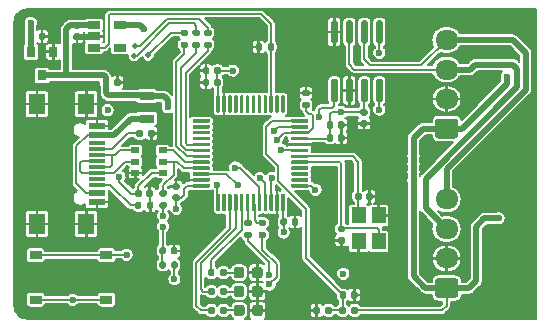
<source format=gtl>
%TF.GenerationSoftware,KiCad,Pcbnew,5.1.9*%
%TF.CreationDate,2021-02-28T20:30:44+01:00*%
%TF.ProjectId,can-usb-dongle,63616e2d-7573-4622-9d64-6f6e676c652e,rev?*%
%TF.SameCoordinates,Original*%
%TF.FileFunction,Copper,L1,Top*%
%TF.FilePolarity,Positive*%
%FSLAX46Y46*%
G04 Gerber Fmt 4.6, Leading zero omitted, Abs format (unit mm)*
G04 Created by KiCad (PCBNEW 5.1.9) date 2021-02-28 20:30:44*
%MOMM*%
%LPD*%
G01*
G04 APERTURE LIST*
%TA.AperFunction,SMDPad,CuDef*%
%ADD10R,1.450000X1.800000*%
%TD*%
%TA.AperFunction,SMDPad,CuDef*%
%ADD11R,1.450000X0.600000*%
%TD*%
%TA.AperFunction,SMDPad,CuDef*%
%ADD12R,1.450000X0.300000*%
%TD*%
%TA.AperFunction,SMDPad,CuDef*%
%ADD13R,1.000000X0.750000*%
%TD*%
%TA.AperFunction,SMDPad,CuDef*%
%ADD14R,1.300000X0.700000*%
%TD*%
%TA.AperFunction,SMDPad,CuDef*%
%ADD15R,0.800000X0.900000*%
%TD*%
%TA.AperFunction,SMDPad,CuDef*%
%ADD16R,1.200000X1.400000*%
%TD*%
%TA.AperFunction,ComponentPad*%
%ADD17O,1.950000X1.700000*%
%TD*%
%TA.AperFunction,SMDPad,CuDef*%
%ADD18R,0.700000X0.510000*%
%TD*%
%TA.AperFunction,SMDPad,CuDef*%
%ADD19R,1.060000X0.650000*%
%TD*%
%TA.AperFunction,ViaPad*%
%ADD20C,0.500000*%
%TD*%
%TA.AperFunction,ViaPad*%
%ADD21C,0.600000*%
%TD*%
%TA.AperFunction,Conductor*%
%ADD22C,0.160000*%
%TD*%
%TA.AperFunction,Conductor*%
%ADD23C,0.500000*%
%TD*%
%TA.AperFunction,Conductor*%
%ADD24C,0.200000*%
%TD*%
%TA.AperFunction,Conductor*%
%ADD25C,0.100000*%
%TD*%
G04 APERTURE END LIST*
D10*
%TO.P,J3,S1*%
%TO.N,GND*%
X51490000Y-44930000D03*
X51490000Y-55070000D03*
X47310000Y-44930000D03*
X47310000Y-55070000D03*
D11*
%TO.P,J3,A1*%
X52400000Y-46775000D03*
%TO.P,J3,A4*%
%TO.N,Net-(F1-Pad2)*%
X52400000Y-47550000D03*
%TO.P,J3,A12*%
%TO.N,GND*%
X52400000Y-53225000D03*
%TO.P,J3,A9*%
%TO.N,Net-(F1-Pad2)*%
X52400000Y-52450000D03*
D12*
%TO.P,J3,B8*%
%TO.N,Net-(J3-PadB8)*%
X52400000Y-48250000D03*
%TO.P,J3,A5*%
%TO.N,Net-(J3-PadA5)*%
X52400000Y-48750000D03*
%TO.P,J3,B7*%
%TO.N,Net-(J3-PadA7)*%
X52400000Y-49250000D03*
%TO.P,J3,A6*%
%TO.N,Net-(J3-PadA6)*%
X52400000Y-49750000D03*
%TO.P,J3,A7*%
%TO.N,Net-(J3-PadA7)*%
X52400000Y-50250000D03*
%TO.P,J3,B6*%
%TO.N,Net-(J3-PadA6)*%
X52400000Y-50750000D03*
%TO.P,J3,A8*%
%TO.N,Net-(J3-PadA8)*%
X52400000Y-51250000D03*
%TO.P,J3,B5*%
%TO.N,Net-(J3-PadB5)*%
X52400000Y-51750000D03*
%TD*%
D13*
%TO.P,S1,1*%
%TO.N,+3V3*%
X53200000Y-61475000D03*
%TO.P,S1,2*%
X47200000Y-61475000D03*
%TO.P,S1,3*%
%TO.N,/BTN*%
X53200000Y-57725000D03*
%TO.P,S1,4*%
X47200000Y-57725000D03*
%TD*%
%TO.P,C2,1*%
%TO.N,/NRST*%
%TA.AperFunction,SMDPad,CuDef*%
G36*
G01*
X57690000Y-57520000D02*
X57690000Y-57180000D01*
G75*
G02*
X57830000Y-57040000I140000J0D01*
G01*
X58110000Y-57040000D01*
G75*
G02*
X58250000Y-57180000I0J-140000D01*
G01*
X58250000Y-57520000D01*
G75*
G02*
X58110000Y-57660000I-140000J0D01*
G01*
X57830000Y-57660000D01*
G75*
G02*
X57690000Y-57520000I0J140000D01*
G01*
G37*
%TD.AperFunction*%
%TO.P,C2,2*%
%TO.N,GND*%
%TA.AperFunction,SMDPad,CuDef*%
G36*
G01*
X58650000Y-57520000D02*
X58650000Y-57180000D01*
G75*
G02*
X58790000Y-57040000I140000J0D01*
G01*
X59070000Y-57040000D01*
G75*
G02*
X59210000Y-57180000I0J-140000D01*
G01*
X59210000Y-57520000D01*
G75*
G02*
X59070000Y-57660000I-140000J0D01*
G01*
X58790000Y-57660000D01*
G75*
G02*
X58650000Y-57520000I0J140000D01*
G01*
G37*
%TD.AperFunction*%
%TD*%
%TO.P,C10,2*%
%TO.N,GND*%
%TA.AperFunction,SMDPad,CuDef*%
G36*
G01*
X72800000Y-46870000D02*
X72800000Y-46530000D01*
G75*
G02*
X72940000Y-46390000I140000J0D01*
G01*
X73220000Y-46390000D01*
G75*
G02*
X73360000Y-46530000I0J-140000D01*
G01*
X73360000Y-46870000D01*
G75*
G02*
X73220000Y-47010000I-140000J0D01*
G01*
X72940000Y-47010000D01*
G75*
G02*
X72800000Y-46870000I0J140000D01*
G01*
G37*
%TD.AperFunction*%
%TO.P,C10,1*%
%TO.N,+3V3*%
%TA.AperFunction,SMDPad,CuDef*%
G36*
G01*
X71840000Y-46870000D02*
X71840000Y-46530000D01*
G75*
G02*
X71980000Y-46390000I140000J0D01*
G01*
X72260000Y-46390000D01*
G75*
G02*
X72400000Y-46530000I0J-140000D01*
G01*
X72400000Y-46870000D01*
G75*
G02*
X72260000Y-47010000I-140000J0D01*
G01*
X71980000Y-47010000D01*
G75*
G02*
X71840000Y-46870000I0J140000D01*
G01*
G37*
%TD.AperFunction*%
%TD*%
%TO.P,R1,2*%
%TO.N,/NRST*%
%TA.AperFunction,SMDPad,CuDef*%
G36*
G01*
X58210000Y-58365000D02*
X58210000Y-58735000D01*
G75*
G02*
X58075000Y-58870000I-135000J0D01*
G01*
X57805000Y-58870000D01*
G75*
G02*
X57670000Y-58735000I0J135000D01*
G01*
X57670000Y-58365000D01*
G75*
G02*
X57805000Y-58230000I135000J0D01*
G01*
X58075000Y-58230000D01*
G75*
G02*
X58210000Y-58365000I0J-135000D01*
G01*
G37*
%TD.AperFunction*%
%TO.P,R1,1*%
%TO.N,+3V3*%
%TA.AperFunction,SMDPad,CuDef*%
G36*
G01*
X59230000Y-58365000D02*
X59230000Y-58735000D01*
G75*
G02*
X59095000Y-58870000I-135000J0D01*
G01*
X58825000Y-58870000D01*
G75*
G02*
X58690000Y-58735000I0J135000D01*
G01*
X58690000Y-58365000D01*
G75*
G02*
X58825000Y-58230000I135000J0D01*
G01*
X59095000Y-58230000D01*
G75*
G02*
X59230000Y-58365000I0J-135000D01*
G01*
G37*
%TD.AperFunction*%
%TD*%
%TO.P,C9,1*%
%TO.N,+3V3*%
%TA.AperFunction,SMDPad,CuDef*%
G36*
G01*
X71840000Y-47970000D02*
X71840000Y-47630000D01*
G75*
G02*
X71980000Y-47490000I140000J0D01*
G01*
X72260000Y-47490000D01*
G75*
G02*
X72400000Y-47630000I0J-140000D01*
G01*
X72400000Y-47970000D01*
G75*
G02*
X72260000Y-48110000I-140000J0D01*
G01*
X71980000Y-48110000D01*
G75*
G02*
X71840000Y-47970000I0J140000D01*
G01*
G37*
%TD.AperFunction*%
%TO.P,C9,2*%
%TO.N,GND*%
%TA.AperFunction,SMDPad,CuDef*%
G36*
G01*
X72800000Y-47970000D02*
X72800000Y-47630000D01*
G75*
G02*
X72940000Y-47490000I140000J0D01*
G01*
X73220000Y-47490000D01*
G75*
G02*
X73360000Y-47630000I0J-140000D01*
G01*
X73360000Y-47970000D01*
G75*
G02*
X73220000Y-48110000I-140000J0D01*
G01*
X72940000Y-48110000D01*
G75*
G02*
X72800000Y-47970000I0J140000D01*
G01*
G37*
%TD.AperFunction*%
%TD*%
D14*
%TO.P,F1,1*%
%TO.N,/VUSB*%
X56600000Y-44250000D03*
%TO.P,F1,2*%
%TO.N,Net-(F1-Pad2)*%
X56600000Y-46150000D03*
%TD*%
%TO.P,C1,2*%
%TO.N,Net-(C1-Pad2)*%
%TA.AperFunction,SMDPad,CuDef*%
G36*
G01*
X73270000Y-55780000D02*
X72930000Y-55780000D01*
G75*
G02*
X72790000Y-55640000I0J140000D01*
G01*
X72790000Y-55360000D01*
G75*
G02*
X72930000Y-55220000I140000J0D01*
G01*
X73270000Y-55220000D01*
G75*
G02*
X73410000Y-55360000I0J-140000D01*
G01*
X73410000Y-55640000D01*
G75*
G02*
X73270000Y-55780000I-140000J0D01*
G01*
G37*
%TD.AperFunction*%
%TO.P,C1,1*%
%TO.N,GND*%
%TA.AperFunction,SMDPad,CuDef*%
G36*
G01*
X73270000Y-56740000D02*
X72930000Y-56740000D01*
G75*
G02*
X72790000Y-56600000I0J140000D01*
G01*
X72790000Y-56320000D01*
G75*
G02*
X72930000Y-56180000I140000J0D01*
G01*
X73270000Y-56180000D01*
G75*
G02*
X73410000Y-56320000I0J-140000D01*
G01*
X73410000Y-56600000D01*
G75*
G02*
X73270000Y-56740000I-140000J0D01*
G01*
G37*
%TD.AperFunction*%
%TD*%
%TO.P,C3,1*%
%TO.N,+3V3*%
%TA.AperFunction,SMDPad,CuDef*%
G36*
G01*
X62880000Y-41930000D02*
X62880000Y-42270000D01*
G75*
G02*
X62740000Y-42410000I-140000J0D01*
G01*
X62460000Y-42410000D01*
G75*
G02*
X62320000Y-42270000I0J140000D01*
G01*
X62320000Y-41930000D01*
G75*
G02*
X62460000Y-41790000I140000J0D01*
G01*
X62740000Y-41790000D01*
G75*
G02*
X62880000Y-41930000I0J-140000D01*
G01*
G37*
%TD.AperFunction*%
%TO.P,C3,2*%
%TO.N,GND*%
%TA.AperFunction,SMDPad,CuDef*%
G36*
G01*
X61920000Y-41930000D02*
X61920000Y-42270000D01*
G75*
G02*
X61780000Y-42410000I-140000J0D01*
G01*
X61500000Y-42410000D01*
G75*
G02*
X61360000Y-42270000I0J140000D01*
G01*
X61360000Y-41930000D01*
G75*
G02*
X61500000Y-41790000I140000J0D01*
G01*
X61780000Y-41790000D01*
G75*
G02*
X61920000Y-41930000I0J-140000D01*
G01*
G37*
%TD.AperFunction*%
%TD*%
%TO.P,C4,1*%
%TO.N,GND*%
%TA.AperFunction,SMDPad,CuDef*%
G36*
G01*
X75760000Y-52580000D02*
X75760000Y-52920000D01*
G75*
G02*
X75620000Y-53060000I-140000J0D01*
G01*
X75340000Y-53060000D01*
G75*
G02*
X75200000Y-52920000I0J140000D01*
G01*
X75200000Y-52580000D01*
G75*
G02*
X75340000Y-52440000I140000J0D01*
G01*
X75620000Y-52440000D01*
G75*
G02*
X75760000Y-52580000I0J-140000D01*
G01*
G37*
%TD.AperFunction*%
%TO.P,C4,2*%
%TO.N,Net-(C4-Pad2)*%
%TA.AperFunction,SMDPad,CuDef*%
G36*
G01*
X74800000Y-52580000D02*
X74800000Y-52920000D01*
G75*
G02*
X74660000Y-53060000I-140000J0D01*
G01*
X74380000Y-53060000D01*
G75*
G02*
X74240000Y-52920000I0J140000D01*
G01*
X74240000Y-52580000D01*
G75*
G02*
X74380000Y-52440000I140000J0D01*
G01*
X74660000Y-52440000D01*
G75*
G02*
X74800000Y-52580000I0J-140000D01*
G01*
G37*
%TD.AperFunction*%
%TD*%
%TO.P,C5,2*%
%TO.N,GND*%
%TA.AperFunction,SMDPad,CuDef*%
G36*
G01*
X61920000Y-42930000D02*
X61920000Y-43270000D01*
G75*
G02*
X61780000Y-43410000I-140000J0D01*
G01*
X61500000Y-43410000D01*
G75*
G02*
X61360000Y-43270000I0J140000D01*
G01*
X61360000Y-42930000D01*
G75*
G02*
X61500000Y-42790000I140000J0D01*
G01*
X61780000Y-42790000D01*
G75*
G02*
X61920000Y-42930000I0J-140000D01*
G01*
G37*
%TD.AperFunction*%
%TO.P,C5,1*%
%TO.N,+3V3*%
%TA.AperFunction,SMDPad,CuDef*%
G36*
G01*
X62880000Y-42930000D02*
X62880000Y-43270000D01*
G75*
G02*
X62740000Y-43410000I-140000J0D01*
G01*
X62460000Y-43410000D01*
G75*
G02*
X62320000Y-43270000I0J140000D01*
G01*
X62320000Y-42930000D01*
G75*
G02*
X62460000Y-42790000I140000J0D01*
G01*
X62740000Y-42790000D01*
G75*
G02*
X62880000Y-42930000I0J-140000D01*
G01*
G37*
%TD.AperFunction*%
%TD*%
%TO.P,C6,1*%
%TO.N,+3V3*%
%TA.AperFunction,SMDPad,CuDef*%
G36*
G01*
X59270000Y-53140000D02*
X58930000Y-53140000D01*
G75*
G02*
X58790000Y-53000000I0J140000D01*
G01*
X58790000Y-52720000D01*
G75*
G02*
X58930000Y-52580000I140000J0D01*
G01*
X59270000Y-52580000D01*
G75*
G02*
X59410000Y-52720000I0J-140000D01*
G01*
X59410000Y-53000000D01*
G75*
G02*
X59270000Y-53140000I-140000J0D01*
G01*
G37*
%TD.AperFunction*%
%TO.P,C6,2*%
%TO.N,GND*%
%TA.AperFunction,SMDPad,CuDef*%
G36*
G01*
X59270000Y-52180000D02*
X58930000Y-52180000D01*
G75*
G02*
X58790000Y-52040000I0J140000D01*
G01*
X58790000Y-51760000D01*
G75*
G02*
X58930000Y-51620000I140000J0D01*
G01*
X59270000Y-51620000D01*
G75*
G02*
X59410000Y-51760000I0J-140000D01*
G01*
X59410000Y-52040000D01*
G75*
G02*
X59270000Y-52180000I-140000J0D01*
G01*
G37*
%TD.AperFunction*%
%TD*%
%TO.P,C7,2*%
%TO.N,GND*%
%TA.AperFunction,SMDPad,CuDef*%
G36*
G01*
X68880000Y-55070000D02*
X68880000Y-54730000D01*
G75*
G02*
X69020000Y-54590000I140000J0D01*
G01*
X69300000Y-54590000D01*
G75*
G02*
X69440000Y-54730000I0J-140000D01*
G01*
X69440000Y-55070000D01*
G75*
G02*
X69300000Y-55210000I-140000J0D01*
G01*
X69020000Y-55210000D01*
G75*
G02*
X68880000Y-55070000I0J140000D01*
G01*
G37*
%TD.AperFunction*%
%TO.P,C7,1*%
%TO.N,+3V3*%
%TA.AperFunction,SMDPad,CuDef*%
G36*
G01*
X67920000Y-55070000D02*
X67920000Y-54730000D01*
G75*
G02*
X68060000Y-54590000I140000J0D01*
G01*
X68340000Y-54590000D01*
G75*
G02*
X68480000Y-54730000I0J-140000D01*
G01*
X68480000Y-55070000D01*
G75*
G02*
X68340000Y-55210000I-140000J0D01*
G01*
X68060000Y-55210000D01*
G75*
G02*
X67920000Y-55070000I0J140000D01*
G01*
G37*
%TD.AperFunction*%
%TD*%
%TO.P,C8,2*%
%TO.N,/V_BUS_SENSE*%
%TA.AperFunction,SMDPad,CuDef*%
G36*
G01*
X73500000Y-60930000D02*
X73500000Y-61270000D01*
G75*
G02*
X73360000Y-61410000I-140000J0D01*
G01*
X73080000Y-61410000D01*
G75*
G02*
X72940000Y-61270000I0J140000D01*
G01*
X72940000Y-60930000D01*
G75*
G02*
X73080000Y-60790000I140000J0D01*
G01*
X73360000Y-60790000D01*
G75*
G02*
X73500000Y-60930000I0J-140000D01*
G01*
G37*
%TD.AperFunction*%
%TO.P,C8,1*%
%TO.N,GND*%
%TA.AperFunction,SMDPad,CuDef*%
G36*
G01*
X74460000Y-60930000D02*
X74460000Y-61270000D01*
G75*
G02*
X74320000Y-61410000I-140000J0D01*
G01*
X74040000Y-61410000D01*
G75*
G02*
X73900000Y-61270000I0J140000D01*
G01*
X73900000Y-60930000D01*
G75*
G02*
X74040000Y-60790000I140000J0D01*
G01*
X74320000Y-60790000D01*
G75*
G02*
X74460000Y-60930000I0J-140000D01*
G01*
G37*
%TD.AperFunction*%
%TD*%
%TO.P,C11,2*%
%TO.N,/VUSB*%
%TA.AperFunction,SMDPad,CuDef*%
G36*
G01*
X53450000Y-42930000D02*
X53450000Y-43270000D01*
G75*
G02*
X53310000Y-43410000I-140000J0D01*
G01*
X53030000Y-43410000D01*
G75*
G02*
X52890000Y-43270000I0J140000D01*
G01*
X52890000Y-42930000D01*
G75*
G02*
X53030000Y-42790000I140000J0D01*
G01*
X53310000Y-42790000D01*
G75*
G02*
X53450000Y-42930000I0J-140000D01*
G01*
G37*
%TD.AperFunction*%
%TO.P,C11,1*%
%TO.N,GND*%
%TA.AperFunction,SMDPad,CuDef*%
G36*
G01*
X54410000Y-42930000D02*
X54410000Y-43270000D01*
G75*
G02*
X54270000Y-43410000I-140000J0D01*
G01*
X53990000Y-43410000D01*
G75*
G02*
X53850000Y-43270000I0J140000D01*
G01*
X53850000Y-42930000D01*
G75*
G02*
X53990000Y-42790000I140000J0D01*
G01*
X54270000Y-42790000D01*
G75*
G02*
X54410000Y-42930000I0J-140000D01*
G01*
G37*
%TD.AperFunction*%
%TD*%
%TO.P,C12,1*%
%TO.N,+3V3*%
%TA.AperFunction,SMDPad,CuDef*%
G36*
G01*
X46520000Y-39370000D02*
X46520000Y-39030000D01*
G75*
G02*
X46660000Y-38890000I140000J0D01*
G01*
X46940000Y-38890000D01*
G75*
G02*
X47080000Y-39030000I0J-140000D01*
G01*
X47080000Y-39370000D01*
G75*
G02*
X46940000Y-39510000I-140000J0D01*
G01*
X46660000Y-39510000D01*
G75*
G02*
X46520000Y-39370000I0J140000D01*
G01*
G37*
%TD.AperFunction*%
%TO.P,C12,2*%
%TO.N,GND*%
%TA.AperFunction,SMDPad,CuDef*%
G36*
G01*
X47480000Y-39370000D02*
X47480000Y-39030000D01*
G75*
G02*
X47620000Y-38890000I140000J0D01*
G01*
X47900000Y-38890000D01*
G75*
G02*
X48040000Y-39030000I0J-140000D01*
G01*
X48040000Y-39370000D01*
G75*
G02*
X47900000Y-39510000I-140000J0D01*
G01*
X47620000Y-39510000D01*
G75*
G02*
X47480000Y-39370000I0J140000D01*
G01*
G37*
%TD.AperFunction*%
%TD*%
%TO.P,C13,1*%
%TO.N,/VUSB*%
%TA.AperFunction,SMDPad,CuDef*%
G36*
G01*
X50530000Y-37990000D02*
X50870000Y-37990000D01*
G75*
G02*
X51010000Y-38130000I0J-140000D01*
G01*
X51010000Y-38410000D01*
G75*
G02*
X50870000Y-38550000I-140000J0D01*
G01*
X50530000Y-38550000D01*
G75*
G02*
X50390000Y-38410000I0J140000D01*
G01*
X50390000Y-38130000D01*
G75*
G02*
X50530000Y-37990000I140000J0D01*
G01*
G37*
%TD.AperFunction*%
%TO.P,C13,2*%
%TO.N,GND*%
%TA.AperFunction,SMDPad,CuDef*%
G36*
G01*
X50530000Y-38950000D02*
X50870000Y-38950000D01*
G75*
G02*
X51010000Y-39090000I0J-140000D01*
G01*
X51010000Y-39370000D01*
G75*
G02*
X50870000Y-39510000I-140000J0D01*
G01*
X50530000Y-39510000D01*
G75*
G02*
X50390000Y-39370000I0J140000D01*
G01*
X50390000Y-39090000D01*
G75*
G02*
X50530000Y-38950000I140000J0D01*
G01*
G37*
%TD.AperFunction*%
%TD*%
%TO.P,C14,2*%
%TO.N,GND*%
%TA.AperFunction,SMDPad,CuDef*%
G36*
G01*
X56580000Y-52670000D02*
X56580000Y-52330000D01*
G75*
G02*
X56720000Y-52190000I140000J0D01*
G01*
X57000000Y-52190000D01*
G75*
G02*
X57140000Y-52330000I0J-140000D01*
G01*
X57140000Y-52670000D01*
G75*
G02*
X57000000Y-52810000I-140000J0D01*
G01*
X56720000Y-52810000D01*
G75*
G02*
X56580000Y-52670000I0J140000D01*
G01*
G37*
%TD.AperFunction*%
%TO.P,C14,1*%
%TO.N,/VUSB*%
%TA.AperFunction,SMDPad,CuDef*%
G36*
G01*
X55620000Y-52670000D02*
X55620000Y-52330000D01*
G75*
G02*
X55760000Y-52190000I140000J0D01*
G01*
X56040000Y-52190000D01*
G75*
G02*
X56180000Y-52330000I0J-140000D01*
G01*
X56180000Y-52670000D01*
G75*
G02*
X56040000Y-52810000I-140000J0D01*
G01*
X55760000Y-52810000D01*
G75*
G02*
X55620000Y-52670000I0J140000D01*
G01*
G37*
%TD.AperFunction*%
%TD*%
%TO.P,D1,1*%
%TO.N,GND*%
%TA.AperFunction,SMDPad,CuDef*%
G36*
G01*
X66425000Y-58950000D02*
X66425000Y-59450000D01*
G75*
G02*
X66200000Y-59675000I-225000J0D01*
G01*
X65750000Y-59675000D01*
G75*
G02*
X65525000Y-59450000I0J225000D01*
G01*
X65525000Y-58950000D01*
G75*
G02*
X65750000Y-58725000I225000J0D01*
G01*
X66200000Y-58725000D01*
G75*
G02*
X66425000Y-58950000I0J-225000D01*
G01*
G37*
%TD.AperFunction*%
%TO.P,D1,2*%
%TO.N,Net-(D1-Pad2)*%
%TA.AperFunction,SMDPad,CuDef*%
G36*
G01*
X64875000Y-58950000D02*
X64875000Y-59450000D01*
G75*
G02*
X64650000Y-59675000I-225000J0D01*
G01*
X64200000Y-59675000D01*
G75*
G02*
X63975000Y-59450000I0J225000D01*
G01*
X63975000Y-58950000D01*
G75*
G02*
X64200000Y-58725000I225000J0D01*
G01*
X64650000Y-58725000D01*
G75*
G02*
X64875000Y-58950000I0J-225000D01*
G01*
G37*
%TD.AperFunction*%
%TD*%
%TO.P,D2,2*%
%TO.N,Net-(D2-Pad2)*%
%TA.AperFunction,SMDPad,CuDef*%
G36*
G01*
X64875000Y-60550000D02*
X64875000Y-61050000D01*
G75*
G02*
X64650000Y-61275000I-225000J0D01*
G01*
X64200000Y-61275000D01*
G75*
G02*
X63975000Y-61050000I0J225000D01*
G01*
X63975000Y-60550000D01*
G75*
G02*
X64200000Y-60325000I225000J0D01*
G01*
X64650000Y-60325000D01*
G75*
G02*
X64875000Y-60550000I0J-225000D01*
G01*
G37*
%TD.AperFunction*%
%TO.P,D2,1*%
%TO.N,GND*%
%TA.AperFunction,SMDPad,CuDef*%
G36*
G01*
X66425000Y-60550000D02*
X66425000Y-61050000D01*
G75*
G02*
X66200000Y-61275000I-225000J0D01*
G01*
X65750000Y-61275000D01*
G75*
G02*
X65525000Y-61050000I0J225000D01*
G01*
X65525000Y-60550000D01*
G75*
G02*
X65750000Y-60325000I225000J0D01*
G01*
X66200000Y-60325000D01*
G75*
G02*
X66425000Y-60550000I0J-225000D01*
G01*
G37*
%TD.AperFunction*%
%TD*%
%TO.P,D3,1*%
%TO.N,GND*%
%TA.AperFunction,SMDPad,CuDef*%
G36*
G01*
X66450000Y-62150000D02*
X66450000Y-62650000D01*
G75*
G02*
X66225000Y-62875000I-225000J0D01*
G01*
X65775000Y-62875000D01*
G75*
G02*
X65550000Y-62650000I0J225000D01*
G01*
X65550000Y-62150000D01*
G75*
G02*
X65775000Y-61925000I225000J0D01*
G01*
X66225000Y-61925000D01*
G75*
G02*
X66450000Y-62150000I0J-225000D01*
G01*
G37*
%TD.AperFunction*%
%TO.P,D3,2*%
%TO.N,Net-(D3-Pad2)*%
%TA.AperFunction,SMDPad,CuDef*%
G36*
G01*
X64900000Y-62150000D02*
X64900000Y-62650000D01*
G75*
G02*
X64675000Y-62875000I-225000J0D01*
G01*
X64225000Y-62875000D01*
G75*
G02*
X64000000Y-62650000I0J225000D01*
G01*
X64000000Y-62150000D01*
G75*
G02*
X64225000Y-61925000I225000J0D01*
G01*
X64675000Y-61925000D01*
G75*
G02*
X64900000Y-62150000I0J-225000D01*
G01*
G37*
%TD.AperFunction*%
%TD*%
%TO.P,R2,2*%
%TO.N,/V_BUS_SENSE*%
%TA.AperFunction,SMDPad,CuDef*%
G36*
G01*
X73460000Y-62215000D02*
X73460000Y-62585000D01*
G75*
G02*
X73325000Y-62720000I-135000J0D01*
G01*
X73055000Y-62720000D01*
G75*
G02*
X72920000Y-62585000I0J135000D01*
G01*
X72920000Y-62215000D01*
G75*
G02*
X73055000Y-62080000I135000J0D01*
G01*
X73325000Y-62080000D01*
G75*
G02*
X73460000Y-62215000I0J-135000D01*
G01*
G37*
%TD.AperFunction*%
%TO.P,R2,1*%
%TO.N,VBUS*%
%TA.AperFunction,SMDPad,CuDef*%
G36*
G01*
X74480000Y-62215000D02*
X74480000Y-62585000D01*
G75*
G02*
X74345000Y-62720000I-135000J0D01*
G01*
X74075000Y-62720000D01*
G75*
G02*
X73940000Y-62585000I0J135000D01*
G01*
X73940000Y-62215000D01*
G75*
G02*
X74075000Y-62080000I135000J0D01*
G01*
X74345000Y-62080000D01*
G75*
G02*
X74480000Y-62215000I0J-135000D01*
G01*
G37*
%TD.AperFunction*%
%TD*%
%TO.P,R3,1*%
%TO.N,/V_BUS_SENSE*%
%TA.AperFunction,SMDPad,CuDef*%
G36*
G01*
X72270000Y-62215000D02*
X72270000Y-62585000D01*
G75*
G02*
X72135000Y-62720000I-135000J0D01*
G01*
X71865000Y-62720000D01*
G75*
G02*
X71730000Y-62585000I0J135000D01*
G01*
X71730000Y-62215000D01*
G75*
G02*
X71865000Y-62080000I135000J0D01*
G01*
X72135000Y-62080000D01*
G75*
G02*
X72270000Y-62215000I0J-135000D01*
G01*
G37*
%TD.AperFunction*%
%TO.P,R3,2*%
%TO.N,GND*%
%TA.AperFunction,SMDPad,CuDef*%
G36*
G01*
X71250000Y-62215000D02*
X71250000Y-62585000D01*
G75*
G02*
X71115000Y-62720000I-135000J0D01*
G01*
X70845000Y-62720000D01*
G75*
G02*
X70710000Y-62585000I0J135000D01*
G01*
X70710000Y-62215000D01*
G75*
G02*
X70845000Y-62080000I135000J0D01*
G01*
X71115000Y-62080000D01*
G75*
G02*
X71250000Y-62215000I0J-135000D01*
G01*
G37*
%TD.AperFunction*%
%TD*%
%TO.P,R4,2*%
%TO.N,Net-(D1-Pad2)*%
%TA.AperFunction,SMDPad,CuDef*%
G36*
G01*
X62830000Y-59385000D02*
X62830000Y-59015000D01*
G75*
G02*
X62965000Y-58880000I135000J0D01*
G01*
X63235000Y-58880000D01*
G75*
G02*
X63370000Y-59015000I0J-135000D01*
G01*
X63370000Y-59385000D01*
G75*
G02*
X63235000Y-59520000I-135000J0D01*
G01*
X62965000Y-59520000D01*
G75*
G02*
X62830000Y-59385000I0J135000D01*
G01*
G37*
%TD.AperFunction*%
%TO.P,R4,1*%
%TO.N,/LED_STATUS*%
%TA.AperFunction,SMDPad,CuDef*%
G36*
G01*
X61810000Y-59385000D02*
X61810000Y-59015000D01*
G75*
G02*
X61945000Y-58880000I135000J0D01*
G01*
X62215000Y-58880000D01*
G75*
G02*
X62350000Y-59015000I0J-135000D01*
G01*
X62350000Y-59385000D01*
G75*
G02*
X62215000Y-59520000I-135000J0D01*
G01*
X61945000Y-59520000D01*
G75*
G02*
X61810000Y-59385000I0J135000D01*
G01*
G37*
%TD.AperFunction*%
%TD*%
%TO.P,R5,2*%
%TO.N,Net-(D2-Pad2)*%
%TA.AperFunction,SMDPad,CuDef*%
G36*
G01*
X62840000Y-60985000D02*
X62840000Y-60615000D01*
G75*
G02*
X62975000Y-60480000I135000J0D01*
G01*
X63245000Y-60480000D01*
G75*
G02*
X63380000Y-60615000I0J-135000D01*
G01*
X63380000Y-60985000D01*
G75*
G02*
X63245000Y-61120000I-135000J0D01*
G01*
X62975000Y-61120000D01*
G75*
G02*
X62840000Y-60985000I0J135000D01*
G01*
G37*
%TD.AperFunction*%
%TO.P,R5,1*%
%TO.N,/LED_CAN*%
%TA.AperFunction,SMDPad,CuDef*%
G36*
G01*
X61820000Y-60985000D02*
X61820000Y-60615000D01*
G75*
G02*
X61955000Y-60480000I135000J0D01*
G01*
X62225000Y-60480000D01*
G75*
G02*
X62360000Y-60615000I0J-135000D01*
G01*
X62360000Y-60985000D01*
G75*
G02*
X62225000Y-61120000I-135000J0D01*
G01*
X61955000Y-61120000D01*
G75*
G02*
X61820000Y-60985000I0J135000D01*
G01*
G37*
%TD.AperFunction*%
%TD*%
%TO.P,R6,1*%
%TO.N,/LED_PWR*%
%TA.AperFunction,SMDPad,CuDef*%
G36*
G01*
X61820000Y-62585000D02*
X61820000Y-62215000D01*
G75*
G02*
X61955000Y-62080000I135000J0D01*
G01*
X62225000Y-62080000D01*
G75*
G02*
X62360000Y-62215000I0J-135000D01*
G01*
X62360000Y-62585000D01*
G75*
G02*
X62225000Y-62720000I-135000J0D01*
G01*
X61955000Y-62720000D01*
G75*
G02*
X61820000Y-62585000I0J135000D01*
G01*
G37*
%TD.AperFunction*%
%TO.P,R6,2*%
%TO.N,Net-(D3-Pad2)*%
%TA.AperFunction,SMDPad,CuDef*%
G36*
G01*
X62840000Y-62585000D02*
X62840000Y-62215000D01*
G75*
G02*
X62975000Y-62080000I135000J0D01*
G01*
X63245000Y-62080000D01*
G75*
G02*
X63380000Y-62215000I0J-135000D01*
G01*
X63380000Y-62585000D01*
G75*
G02*
X63245000Y-62720000I-135000J0D01*
G01*
X62975000Y-62720000D01*
G75*
G02*
X62840000Y-62585000I0J135000D01*
G01*
G37*
%TD.AperFunction*%
%TD*%
%TO.P,R7,1*%
%TO.N,/V_BUS_ENABLE*%
%TA.AperFunction,SMDPad,CuDef*%
G36*
G01*
X67390000Y-39915000D02*
X67390000Y-40285000D01*
G75*
G02*
X67255000Y-40420000I-135000J0D01*
G01*
X66985000Y-40420000D01*
G75*
G02*
X66850000Y-40285000I0J135000D01*
G01*
X66850000Y-39915000D01*
G75*
G02*
X66985000Y-39780000I135000J0D01*
G01*
X67255000Y-39780000D01*
G75*
G02*
X67390000Y-39915000I0J-135000D01*
G01*
G37*
%TD.AperFunction*%
%TO.P,R7,2*%
%TO.N,GND*%
%TA.AperFunction,SMDPad,CuDef*%
G36*
G01*
X66370000Y-39915000D02*
X66370000Y-40285000D01*
G75*
G02*
X66235000Y-40420000I-135000J0D01*
G01*
X65965000Y-40420000D01*
G75*
G02*
X65830000Y-40285000I0J135000D01*
G01*
X65830000Y-39915000D01*
G75*
G02*
X65965000Y-39780000I135000J0D01*
G01*
X66235000Y-39780000D01*
G75*
G02*
X66370000Y-39915000I0J-135000D01*
G01*
G37*
%TD.AperFunction*%
%TD*%
%TO.P,R8,1*%
%TO.N,/BTN*%
%TA.AperFunction,SMDPad,CuDef*%
G36*
G01*
X70285000Y-45280000D02*
X69915000Y-45280000D01*
G75*
G02*
X69780000Y-45145000I0J135000D01*
G01*
X69780000Y-44875000D01*
G75*
G02*
X69915000Y-44740000I135000J0D01*
G01*
X70285000Y-44740000D01*
G75*
G02*
X70420000Y-44875000I0J-135000D01*
G01*
X70420000Y-45145000D01*
G75*
G02*
X70285000Y-45280000I-135000J0D01*
G01*
G37*
%TD.AperFunction*%
%TO.P,R8,2*%
%TO.N,GND*%
%TA.AperFunction,SMDPad,CuDef*%
G36*
G01*
X70285000Y-44260000D02*
X69915000Y-44260000D01*
G75*
G02*
X69780000Y-44125000I0J135000D01*
G01*
X69780000Y-43855000D01*
G75*
G02*
X69915000Y-43720000I135000J0D01*
G01*
X70285000Y-43720000D01*
G75*
G02*
X70420000Y-43855000I0J-135000D01*
G01*
X70420000Y-44125000D01*
G75*
G02*
X70285000Y-44260000I-135000J0D01*
G01*
G37*
%TD.AperFunction*%
%TD*%
%TO.P,R9,2*%
%TO.N,/UART1_RX*%
%TA.AperFunction,SMDPad,CuDef*%
G36*
G01*
X66215000Y-55740000D02*
X66585000Y-55740000D01*
G75*
G02*
X66720000Y-55875000I0J-135000D01*
G01*
X66720000Y-56145000D01*
G75*
G02*
X66585000Y-56280000I-135000J0D01*
G01*
X66215000Y-56280000D01*
G75*
G02*
X66080000Y-56145000I0J135000D01*
G01*
X66080000Y-55875000D01*
G75*
G02*
X66215000Y-55740000I135000J0D01*
G01*
G37*
%TD.AperFunction*%
%TO.P,R9,1*%
%TO.N,Net-(R9-Pad1)*%
%TA.AperFunction,SMDPad,CuDef*%
G36*
G01*
X66215000Y-54720000D02*
X66585000Y-54720000D01*
G75*
G02*
X66720000Y-54855000I0J-135000D01*
G01*
X66720000Y-55125000D01*
G75*
G02*
X66585000Y-55260000I-135000J0D01*
G01*
X66215000Y-55260000D01*
G75*
G02*
X66080000Y-55125000I0J135000D01*
G01*
X66080000Y-54855000D01*
G75*
G02*
X66215000Y-54720000I135000J0D01*
G01*
G37*
%TD.AperFunction*%
%TD*%
%TO.P,R10,1*%
%TO.N,Net-(R10-Pad1)*%
%TA.AperFunction,SMDPad,CuDef*%
G36*
G01*
X65015000Y-54720000D02*
X65385000Y-54720000D01*
G75*
G02*
X65520000Y-54855000I0J-135000D01*
G01*
X65520000Y-55125000D01*
G75*
G02*
X65385000Y-55260000I-135000J0D01*
G01*
X65015000Y-55260000D01*
G75*
G02*
X64880000Y-55125000I0J135000D01*
G01*
X64880000Y-54855000D01*
G75*
G02*
X65015000Y-54720000I135000J0D01*
G01*
G37*
%TD.AperFunction*%
%TO.P,R10,2*%
%TO.N,/UART1_TX*%
%TA.AperFunction,SMDPad,CuDef*%
G36*
G01*
X65015000Y-55740000D02*
X65385000Y-55740000D01*
G75*
G02*
X65520000Y-55875000I0J-135000D01*
G01*
X65520000Y-56145000D01*
G75*
G02*
X65385000Y-56280000I-135000J0D01*
G01*
X65015000Y-56280000D01*
G75*
G02*
X64880000Y-56145000I0J135000D01*
G01*
X64880000Y-55875000D01*
G75*
G02*
X65015000Y-55740000I135000J0D01*
G01*
G37*
%TD.AperFunction*%
%TD*%
%TO.P,R11,2*%
%TO.N,/VUSB*%
%TA.AperFunction,SMDPad,CuDef*%
G36*
G01*
X57815000Y-53240000D02*
X58185000Y-53240000D01*
G75*
G02*
X58320000Y-53375000I0J-135000D01*
G01*
X58320000Y-53645000D01*
G75*
G02*
X58185000Y-53780000I-135000J0D01*
G01*
X57815000Y-53780000D01*
G75*
G02*
X57680000Y-53645000I0J135000D01*
G01*
X57680000Y-53375000D01*
G75*
G02*
X57815000Y-53240000I135000J0D01*
G01*
G37*
%TD.AperFunction*%
%TO.P,R11,1*%
%TO.N,/USB_D+*%
%TA.AperFunction,SMDPad,CuDef*%
G36*
G01*
X57815000Y-52220000D02*
X58185000Y-52220000D01*
G75*
G02*
X58320000Y-52355000I0J-135000D01*
G01*
X58320000Y-52625000D01*
G75*
G02*
X58185000Y-52760000I-135000J0D01*
G01*
X57815000Y-52760000D01*
G75*
G02*
X57680000Y-52625000I0J135000D01*
G01*
X57680000Y-52355000D01*
G75*
G02*
X57815000Y-52220000I135000J0D01*
G01*
G37*
%TD.AperFunction*%
%TD*%
%TO.P,R12,1*%
%TO.N,Net-(J3-PadA5)*%
%TA.AperFunction,SMDPad,CuDef*%
G36*
G01*
X55720000Y-47585000D02*
X55720000Y-47215000D01*
G75*
G02*
X55855000Y-47080000I135000J0D01*
G01*
X56125000Y-47080000D01*
G75*
G02*
X56260000Y-47215000I0J-135000D01*
G01*
X56260000Y-47585000D01*
G75*
G02*
X56125000Y-47720000I-135000J0D01*
G01*
X55855000Y-47720000D01*
G75*
G02*
X55720000Y-47585000I0J135000D01*
G01*
G37*
%TD.AperFunction*%
%TO.P,R12,2*%
%TO.N,GND*%
%TA.AperFunction,SMDPad,CuDef*%
G36*
G01*
X56740000Y-47585000D02*
X56740000Y-47215000D01*
G75*
G02*
X56875000Y-47080000I135000J0D01*
G01*
X57145000Y-47080000D01*
G75*
G02*
X57280000Y-47215000I0J-135000D01*
G01*
X57280000Y-47585000D01*
G75*
G02*
X57145000Y-47720000I-135000J0D01*
G01*
X56875000Y-47720000D01*
G75*
G02*
X56740000Y-47585000I0J135000D01*
G01*
G37*
%TD.AperFunction*%
%TD*%
%TO.P,R13,1*%
%TO.N,Net-(J3-PadB5)*%
%TA.AperFunction,SMDPad,CuDef*%
G36*
G01*
X55620000Y-53685000D02*
X55620000Y-53315000D01*
G75*
G02*
X55755000Y-53180000I135000J0D01*
G01*
X56025000Y-53180000D01*
G75*
G02*
X56160000Y-53315000I0J-135000D01*
G01*
X56160000Y-53685000D01*
G75*
G02*
X56025000Y-53820000I-135000J0D01*
G01*
X55755000Y-53820000D01*
G75*
G02*
X55620000Y-53685000I0J135000D01*
G01*
G37*
%TD.AperFunction*%
%TO.P,R13,2*%
%TO.N,GND*%
%TA.AperFunction,SMDPad,CuDef*%
G36*
G01*
X56640000Y-53685000D02*
X56640000Y-53315000D01*
G75*
G02*
X56775000Y-53180000I135000J0D01*
G01*
X57045000Y-53180000D01*
G75*
G02*
X57180000Y-53315000I0J-135000D01*
G01*
X57180000Y-53685000D01*
G75*
G02*
X57045000Y-53820000I-135000J0D01*
G01*
X56775000Y-53820000D01*
G75*
G02*
X56640000Y-53685000I0J135000D01*
G01*
G37*
%TD.AperFunction*%
%TD*%
%TO.P,U1,1*%
%TO.N,+3V3*%
%TA.AperFunction,SMDPad,CuDef*%
G36*
G01*
X70300000Y-51775000D02*
X70300000Y-51925000D01*
G75*
G02*
X70225000Y-52000000I-75000J0D01*
G01*
X68900000Y-52000000D01*
G75*
G02*
X68825000Y-51925000I0J75000D01*
G01*
X68825000Y-51775000D01*
G75*
G02*
X68900000Y-51700000I75000J0D01*
G01*
X70225000Y-51700000D01*
G75*
G02*
X70300000Y-51775000I0J-75000D01*
G01*
G37*
%TD.AperFunction*%
%TO.P,U1,2*%
%TO.N,Net-(U1-Pad2)*%
%TA.AperFunction,SMDPad,CuDef*%
G36*
G01*
X70300000Y-51275000D02*
X70300000Y-51425000D01*
G75*
G02*
X70225000Y-51500000I-75000J0D01*
G01*
X68900000Y-51500000D01*
G75*
G02*
X68825000Y-51425000I0J75000D01*
G01*
X68825000Y-51275000D01*
G75*
G02*
X68900000Y-51200000I75000J0D01*
G01*
X70225000Y-51200000D01*
G75*
G02*
X70300000Y-51275000I0J-75000D01*
G01*
G37*
%TD.AperFunction*%
%TO.P,U1,3*%
%TO.N,Net-(U1-Pad3)*%
%TA.AperFunction,SMDPad,CuDef*%
G36*
G01*
X70300000Y-50775000D02*
X70300000Y-50925000D01*
G75*
G02*
X70225000Y-51000000I-75000J0D01*
G01*
X68900000Y-51000000D01*
G75*
G02*
X68825000Y-50925000I0J75000D01*
G01*
X68825000Y-50775000D01*
G75*
G02*
X68900000Y-50700000I75000J0D01*
G01*
X70225000Y-50700000D01*
G75*
G02*
X70300000Y-50775000I0J-75000D01*
G01*
G37*
%TD.AperFunction*%
%TO.P,U1,4*%
%TO.N,Net-(U1-Pad4)*%
%TA.AperFunction,SMDPad,CuDef*%
G36*
G01*
X70300000Y-50275000D02*
X70300000Y-50425000D01*
G75*
G02*
X70225000Y-50500000I-75000J0D01*
G01*
X68900000Y-50500000D01*
G75*
G02*
X68825000Y-50425000I0J75000D01*
G01*
X68825000Y-50275000D01*
G75*
G02*
X68900000Y-50200000I75000J0D01*
G01*
X70225000Y-50200000D01*
G75*
G02*
X70300000Y-50275000I0J-75000D01*
G01*
G37*
%TD.AperFunction*%
%TO.P,U1,5*%
%TO.N,Net-(C1-Pad2)*%
%TA.AperFunction,SMDPad,CuDef*%
G36*
G01*
X70300000Y-49775000D02*
X70300000Y-49925000D01*
G75*
G02*
X70225000Y-50000000I-75000J0D01*
G01*
X68900000Y-50000000D01*
G75*
G02*
X68825000Y-49925000I0J75000D01*
G01*
X68825000Y-49775000D01*
G75*
G02*
X68900000Y-49700000I75000J0D01*
G01*
X70225000Y-49700000D01*
G75*
G02*
X70300000Y-49775000I0J-75000D01*
G01*
G37*
%TD.AperFunction*%
%TO.P,U1,6*%
%TO.N,Net-(C4-Pad2)*%
%TA.AperFunction,SMDPad,CuDef*%
G36*
G01*
X70300000Y-49275000D02*
X70300000Y-49425000D01*
G75*
G02*
X70225000Y-49500000I-75000J0D01*
G01*
X68900000Y-49500000D01*
G75*
G02*
X68825000Y-49425000I0J75000D01*
G01*
X68825000Y-49275000D01*
G75*
G02*
X68900000Y-49200000I75000J0D01*
G01*
X70225000Y-49200000D01*
G75*
G02*
X70300000Y-49275000I0J-75000D01*
G01*
G37*
%TD.AperFunction*%
%TO.P,U1,7*%
%TO.N,/NRST*%
%TA.AperFunction,SMDPad,CuDef*%
G36*
G01*
X70300000Y-48775000D02*
X70300000Y-48925000D01*
G75*
G02*
X70225000Y-49000000I-75000J0D01*
G01*
X68900000Y-49000000D01*
G75*
G02*
X68825000Y-48925000I0J75000D01*
G01*
X68825000Y-48775000D01*
G75*
G02*
X68900000Y-48700000I75000J0D01*
G01*
X70225000Y-48700000D01*
G75*
G02*
X70300000Y-48775000I0J-75000D01*
G01*
G37*
%TD.AperFunction*%
%TO.P,U1,8*%
%TO.N,GND*%
%TA.AperFunction,SMDPad,CuDef*%
G36*
G01*
X70300000Y-48275000D02*
X70300000Y-48425000D01*
G75*
G02*
X70225000Y-48500000I-75000J0D01*
G01*
X68900000Y-48500000D01*
G75*
G02*
X68825000Y-48425000I0J75000D01*
G01*
X68825000Y-48275000D01*
G75*
G02*
X68900000Y-48200000I75000J0D01*
G01*
X70225000Y-48200000D01*
G75*
G02*
X70300000Y-48275000I0J-75000D01*
G01*
G37*
%TD.AperFunction*%
%TO.P,U1,9*%
%TO.N,+3V3*%
%TA.AperFunction,SMDPad,CuDef*%
G36*
G01*
X70300000Y-47775000D02*
X70300000Y-47925000D01*
G75*
G02*
X70225000Y-48000000I-75000J0D01*
G01*
X68900000Y-48000000D01*
G75*
G02*
X68825000Y-47925000I0J75000D01*
G01*
X68825000Y-47775000D01*
G75*
G02*
X68900000Y-47700000I75000J0D01*
G01*
X70225000Y-47700000D01*
G75*
G02*
X70300000Y-47775000I0J-75000D01*
G01*
G37*
%TD.AperFunction*%
%TO.P,U1,10*%
%TO.N,/BTN*%
%TA.AperFunction,SMDPad,CuDef*%
G36*
G01*
X70300000Y-47275000D02*
X70300000Y-47425000D01*
G75*
G02*
X70225000Y-47500000I-75000J0D01*
G01*
X68900000Y-47500000D01*
G75*
G02*
X68825000Y-47425000I0J75000D01*
G01*
X68825000Y-47275000D01*
G75*
G02*
X68900000Y-47200000I75000J0D01*
G01*
X70225000Y-47200000D01*
G75*
G02*
X70300000Y-47275000I0J-75000D01*
G01*
G37*
%TD.AperFunction*%
%TO.P,U1,11*%
%TO.N,/CAN_EN*%
%TA.AperFunction,SMDPad,CuDef*%
G36*
G01*
X70300000Y-46775000D02*
X70300000Y-46925000D01*
G75*
G02*
X70225000Y-47000000I-75000J0D01*
G01*
X68900000Y-47000000D01*
G75*
G02*
X68825000Y-46925000I0J75000D01*
G01*
X68825000Y-46775000D01*
G75*
G02*
X68900000Y-46700000I75000J0D01*
G01*
X70225000Y-46700000D01*
G75*
G02*
X70300000Y-46775000I0J-75000D01*
G01*
G37*
%TD.AperFunction*%
%TO.P,U1,12*%
%TO.N,/V_BUS_SENSE*%
%TA.AperFunction,SMDPad,CuDef*%
G36*
G01*
X70300000Y-46275000D02*
X70300000Y-46425000D01*
G75*
G02*
X70225000Y-46500000I-75000J0D01*
G01*
X68900000Y-46500000D01*
G75*
G02*
X68825000Y-46425000I0J75000D01*
G01*
X68825000Y-46275000D01*
G75*
G02*
X68900000Y-46200000I75000J0D01*
G01*
X70225000Y-46200000D01*
G75*
G02*
X70300000Y-46275000I0J-75000D01*
G01*
G37*
%TD.AperFunction*%
%TO.P,U1,13*%
%TO.N,Net-(U1-Pad13)*%
%TA.AperFunction,SMDPad,CuDef*%
G36*
G01*
X68300000Y-44275000D02*
X68300000Y-45600000D01*
G75*
G02*
X68225000Y-45675000I-75000J0D01*
G01*
X68075000Y-45675000D01*
G75*
G02*
X68000000Y-45600000I0J75000D01*
G01*
X68000000Y-44275000D01*
G75*
G02*
X68075000Y-44200000I75000J0D01*
G01*
X68225000Y-44200000D01*
G75*
G02*
X68300000Y-44275000I0J-75000D01*
G01*
G37*
%TD.AperFunction*%
%TO.P,U1,14*%
%TO.N,Net-(U1-Pad14)*%
%TA.AperFunction,SMDPad,CuDef*%
G36*
G01*
X67800000Y-44275000D02*
X67800000Y-45600000D01*
G75*
G02*
X67725000Y-45675000I-75000J0D01*
G01*
X67575000Y-45675000D01*
G75*
G02*
X67500000Y-45600000I0J75000D01*
G01*
X67500000Y-44275000D01*
G75*
G02*
X67575000Y-44200000I75000J0D01*
G01*
X67725000Y-44200000D01*
G75*
G02*
X67800000Y-44275000I0J-75000D01*
G01*
G37*
%TD.AperFunction*%
%TO.P,U1,15*%
%TO.N,/V_BUS_ENABLE*%
%TA.AperFunction,SMDPad,CuDef*%
G36*
G01*
X67300000Y-44275000D02*
X67300000Y-45600000D01*
G75*
G02*
X67225000Y-45675000I-75000J0D01*
G01*
X67075000Y-45675000D01*
G75*
G02*
X67000000Y-45600000I0J75000D01*
G01*
X67000000Y-44275000D01*
G75*
G02*
X67075000Y-44200000I75000J0D01*
G01*
X67225000Y-44200000D01*
G75*
G02*
X67300000Y-44275000I0J-75000D01*
G01*
G37*
%TD.AperFunction*%
%TO.P,U1,16*%
%TO.N,Net-(U1-Pad16)*%
%TA.AperFunction,SMDPad,CuDef*%
G36*
G01*
X66800000Y-44275000D02*
X66800000Y-45600000D01*
G75*
G02*
X66725000Y-45675000I-75000J0D01*
G01*
X66575000Y-45675000D01*
G75*
G02*
X66500000Y-45600000I0J75000D01*
G01*
X66500000Y-44275000D01*
G75*
G02*
X66575000Y-44200000I75000J0D01*
G01*
X66725000Y-44200000D01*
G75*
G02*
X66800000Y-44275000I0J-75000D01*
G01*
G37*
%TD.AperFunction*%
%TO.P,U1,17*%
%TO.N,Net-(U1-Pad17)*%
%TA.AperFunction,SMDPad,CuDef*%
G36*
G01*
X66300000Y-44275000D02*
X66300000Y-45600000D01*
G75*
G02*
X66225000Y-45675000I-75000J0D01*
G01*
X66075000Y-45675000D01*
G75*
G02*
X66000000Y-45600000I0J75000D01*
G01*
X66000000Y-44275000D01*
G75*
G02*
X66075000Y-44200000I75000J0D01*
G01*
X66225000Y-44200000D01*
G75*
G02*
X66300000Y-44275000I0J-75000D01*
G01*
G37*
%TD.AperFunction*%
%TO.P,U1,18*%
%TO.N,Net-(U1-Pad18)*%
%TA.AperFunction,SMDPad,CuDef*%
G36*
G01*
X65800000Y-44275000D02*
X65800000Y-45600000D01*
G75*
G02*
X65725000Y-45675000I-75000J0D01*
G01*
X65575000Y-45675000D01*
G75*
G02*
X65500000Y-45600000I0J75000D01*
G01*
X65500000Y-44275000D01*
G75*
G02*
X65575000Y-44200000I75000J0D01*
G01*
X65725000Y-44200000D01*
G75*
G02*
X65800000Y-44275000I0J-75000D01*
G01*
G37*
%TD.AperFunction*%
%TO.P,U1,19*%
%TO.N,Net-(U1-Pad19)*%
%TA.AperFunction,SMDPad,CuDef*%
G36*
G01*
X65300000Y-44275000D02*
X65300000Y-45600000D01*
G75*
G02*
X65225000Y-45675000I-75000J0D01*
G01*
X65075000Y-45675000D01*
G75*
G02*
X65000000Y-45600000I0J75000D01*
G01*
X65000000Y-44275000D01*
G75*
G02*
X65075000Y-44200000I75000J0D01*
G01*
X65225000Y-44200000D01*
G75*
G02*
X65300000Y-44275000I0J-75000D01*
G01*
G37*
%TD.AperFunction*%
%TO.P,U1,20*%
%TO.N,Net-(U1-Pad20)*%
%TA.AperFunction,SMDPad,CuDef*%
G36*
G01*
X64800000Y-44275000D02*
X64800000Y-45600000D01*
G75*
G02*
X64725000Y-45675000I-75000J0D01*
G01*
X64575000Y-45675000D01*
G75*
G02*
X64500000Y-45600000I0J75000D01*
G01*
X64500000Y-44275000D01*
G75*
G02*
X64575000Y-44200000I75000J0D01*
G01*
X64725000Y-44200000D01*
G75*
G02*
X64800000Y-44275000I0J-75000D01*
G01*
G37*
%TD.AperFunction*%
%TO.P,U1,21*%
%TO.N,Net-(U1-Pad21)*%
%TA.AperFunction,SMDPad,CuDef*%
G36*
G01*
X64300000Y-44275000D02*
X64300000Y-45600000D01*
G75*
G02*
X64225000Y-45675000I-75000J0D01*
G01*
X64075000Y-45675000D01*
G75*
G02*
X64000000Y-45600000I0J75000D01*
G01*
X64000000Y-44275000D01*
G75*
G02*
X64075000Y-44200000I75000J0D01*
G01*
X64225000Y-44200000D01*
G75*
G02*
X64300000Y-44275000I0J-75000D01*
G01*
G37*
%TD.AperFunction*%
%TO.P,U1,22*%
%TO.N,Net-(U1-Pad22)*%
%TA.AperFunction,SMDPad,CuDef*%
G36*
G01*
X63800000Y-44275000D02*
X63800000Y-45600000D01*
G75*
G02*
X63725000Y-45675000I-75000J0D01*
G01*
X63575000Y-45675000D01*
G75*
G02*
X63500000Y-45600000I0J75000D01*
G01*
X63500000Y-44275000D01*
G75*
G02*
X63575000Y-44200000I75000J0D01*
G01*
X63725000Y-44200000D01*
G75*
G02*
X63800000Y-44275000I0J-75000D01*
G01*
G37*
%TD.AperFunction*%
%TO.P,U1,23*%
%TO.N,GND*%
%TA.AperFunction,SMDPad,CuDef*%
G36*
G01*
X63300000Y-44275000D02*
X63300000Y-45600000D01*
G75*
G02*
X63225000Y-45675000I-75000J0D01*
G01*
X63075000Y-45675000D01*
G75*
G02*
X63000000Y-45600000I0J75000D01*
G01*
X63000000Y-44275000D01*
G75*
G02*
X63075000Y-44200000I75000J0D01*
G01*
X63225000Y-44200000D01*
G75*
G02*
X63300000Y-44275000I0J-75000D01*
G01*
G37*
%TD.AperFunction*%
%TO.P,U1,24*%
%TO.N,+3V3*%
%TA.AperFunction,SMDPad,CuDef*%
G36*
G01*
X62800000Y-44275000D02*
X62800000Y-45600000D01*
G75*
G02*
X62725000Y-45675000I-75000J0D01*
G01*
X62575000Y-45675000D01*
G75*
G02*
X62500000Y-45600000I0J75000D01*
G01*
X62500000Y-44275000D01*
G75*
G02*
X62575000Y-44200000I75000J0D01*
G01*
X62725000Y-44200000D01*
G75*
G02*
X62800000Y-44275000I0J-75000D01*
G01*
G37*
%TD.AperFunction*%
%TO.P,U1,25*%
%TO.N,Net-(U1-Pad25)*%
%TA.AperFunction,SMDPad,CuDef*%
G36*
G01*
X61975000Y-46275000D02*
X61975000Y-46425000D01*
G75*
G02*
X61900000Y-46500000I-75000J0D01*
G01*
X60575000Y-46500000D01*
G75*
G02*
X60500000Y-46425000I0J75000D01*
G01*
X60500000Y-46275000D01*
G75*
G02*
X60575000Y-46200000I75000J0D01*
G01*
X61900000Y-46200000D01*
G75*
G02*
X61975000Y-46275000I0J-75000D01*
G01*
G37*
%TD.AperFunction*%
%TO.P,U1,26*%
%TO.N,Net-(U1-Pad26)*%
%TA.AperFunction,SMDPad,CuDef*%
G36*
G01*
X61975000Y-46775000D02*
X61975000Y-46925000D01*
G75*
G02*
X61900000Y-47000000I-75000J0D01*
G01*
X60575000Y-47000000D01*
G75*
G02*
X60500000Y-46925000I0J75000D01*
G01*
X60500000Y-46775000D01*
G75*
G02*
X60575000Y-46700000I75000J0D01*
G01*
X61900000Y-46700000D01*
G75*
G02*
X61975000Y-46775000I0J-75000D01*
G01*
G37*
%TD.AperFunction*%
%TO.P,U1,27*%
%TO.N,Net-(U1-Pad27)*%
%TA.AperFunction,SMDPad,CuDef*%
G36*
G01*
X61975000Y-47275000D02*
X61975000Y-47425000D01*
G75*
G02*
X61900000Y-47500000I-75000J0D01*
G01*
X60575000Y-47500000D01*
G75*
G02*
X60500000Y-47425000I0J75000D01*
G01*
X60500000Y-47275000D01*
G75*
G02*
X60575000Y-47200000I75000J0D01*
G01*
X61900000Y-47200000D01*
G75*
G02*
X61975000Y-47275000I0J-75000D01*
G01*
G37*
%TD.AperFunction*%
%TO.P,U1,28*%
%TO.N,Net-(U1-Pad28)*%
%TA.AperFunction,SMDPad,CuDef*%
G36*
G01*
X61975000Y-47775000D02*
X61975000Y-47925000D01*
G75*
G02*
X61900000Y-48000000I-75000J0D01*
G01*
X60575000Y-48000000D01*
G75*
G02*
X60500000Y-47925000I0J75000D01*
G01*
X60500000Y-47775000D01*
G75*
G02*
X60575000Y-47700000I75000J0D01*
G01*
X61900000Y-47700000D01*
G75*
G02*
X61975000Y-47775000I0J-75000D01*
G01*
G37*
%TD.AperFunction*%
%TO.P,U1,29*%
%TO.N,/OUT_NRST*%
%TA.AperFunction,SMDPad,CuDef*%
G36*
G01*
X61975000Y-48275000D02*
X61975000Y-48425000D01*
G75*
G02*
X61900000Y-48500000I-75000J0D01*
G01*
X60575000Y-48500000D01*
G75*
G02*
X60500000Y-48425000I0J75000D01*
G01*
X60500000Y-48275000D01*
G75*
G02*
X60575000Y-48200000I75000J0D01*
G01*
X61900000Y-48200000D01*
G75*
G02*
X61975000Y-48275000I0J-75000D01*
G01*
G37*
%TD.AperFunction*%
%TO.P,U1,30*%
%TO.N,/OUT_SWDIO*%
%TA.AperFunction,SMDPad,CuDef*%
G36*
G01*
X61975000Y-48775000D02*
X61975000Y-48925000D01*
G75*
G02*
X61900000Y-49000000I-75000J0D01*
G01*
X60575000Y-49000000D01*
G75*
G02*
X60500000Y-48925000I0J75000D01*
G01*
X60500000Y-48775000D01*
G75*
G02*
X60575000Y-48700000I75000J0D01*
G01*
X61900000Y-48700000D01*
G75*
G02*
X61975000Y-48775000I0J-75000D01*
G01*
G37*
%TD.AperFunction*%
%TO.P,U1,31*%
%TO.N,/OUT_SWCLK*%
%TA.AperFunction,SMDPad,CuDef*%
G36*
G01*
X61975000Y-49275000D02*
X61975000Y-49425000D01*
G75*
G02*
X61900000Y-49500000I-75000J0D01*
G01*
X60575000Y-49500000D01*
G75*
G02*
X60500000Y-49425000I0J75000D01*
G01*
X60500000Y-49275000D01*
G75*
G02*
X60575000Y-49200000I75000J0D01*
G01*
X61900000Y-49200000D01*
G75*
G02*
X61975000Y-49275000I0J-75000D01*
G01*
G37*
%TD.AperFunction*%
%TO.P,U1,32*%
%TO.N,/USB_D-*%
%TA.AperFunction,SMDPad,CuDef*%
G36*
G01*
X61975000Y-49775000D02*
X61975000Y-49925000D01*
G75*
G02*
X61900000Y-50000000I-75000J0D01*
G01*
X60575000Y-50000000D01*
G75*
G02*
X60500000Y-49925000I0J75000D01*
G01*
X60500000Y-49775000D01*
G75*
G02*
X60575000Y-49700000I75000J0D01*
G01*
X61900000Y-49700000D01*
G75*
G02*
X61975000Y-49775000I0J-75000D01*
G01*
G37*
%TD.AperFunction*%
%TO.P,U1,33*%
%TO.N,/USB_D+*%
%TA.AperFunction,SMDPad,CuDef*%
G36*
G01*
X61975000Y-50275000D02*
X61975000Y-50425000D01*
G75*
G02*
X61900000Y-50500000I-75000J0D01*
G01*
X60575000Y-50500000D01*
G75*
G02*
X60500000Y-50425000I0J75000D01*
G01*
X60500000Y-50275000D01*
G75*
G02*
X60575000Y-50200000I75000J0D01*
G01*
X61900000Y-50200000D01*
G75*
G02*
X61975000Y-50275000I0J-75000D01*
G01*
G37*
%TD.AperFunction*%
%TO.P,U1,34*%
%TO.N,/SWDIO*%
%TA.AperFunction,SMDPad,CuDef*%
G36*
G01*
X61975000Y-50775000D02*
X61975000Y-50925000D01*
G75*
G02*
X61900000Y-51000000I-75000J0D01*
G01*
X60575000Y-51000000D01*
G75*
G02*
X60500000Y-50925000I0J75000D01*
G01*
X60500000Y-50775000D01*
G75*
G02*
X60575000Y-50700000I75000J0D01*
G01*
X61900000Y-50700000D01*
G75*
G02*
X61975000Y-50775000I0J-75000D01*
G01*
G37*
%TD.AperFunction*%
%TO.P,U1,35*%
%TO.N,GND*%
%TA.AperFunction,SMDPad,CuDef*%
G36*
G01*
X61975000Y-51275000D02*
X61975000Y-51425000D01*
G75*
G02*
X61900000Y-51500000I-75000J0D01*
G01*
X60575000Y-51500000D01*
G75*
G02*
X60500000Y-51425000I0J75000D01*
G01*
X60500000Y-51275000D01*
G75*
G02*
X60575000Y-51200000I75000J0D01*
G01*
X61900000Y-51200000D01*
G75*
G02*
X61975000Y-51275000I0J-75000D01*
G01*
G37*
%TD.AperFunction*%
%TO.P,U1,36*%
%TO.N,+3V3*%
%TA.AperFunction,SMDPad,CuDef*%
G36*
G01*
X61975000Y-51775000D02*
X61975000Y-51925000D01*
G75*
G02*
X61900000Y-52000000I-75000J0D01*
G01*
X60575000Y-52000000D01*
G75*
G02*
X60500000Y-51925000I0J75000D01*
G01*
X60500000Y-51775000D01*
G75*
G02*
X60575000Y-51700000I75000J0D01*
G01*
X61900000Y-51700000D01*
G75*
G02*
X61975000Y-51775000I0J-75000D01*
G01*
G37*
%TD.AperFunction*%
%TO.P,U1,37*%
%TO.N,/SWCLK*%
%TA.AperFunction,SMDPad,CuDef*%
G36*
G01*
X62800000Y-52600000D02*
X62800000Y-53925000D01*
G75*
G02*
X62725000Y-54000000I-75000J0D01*
G01*
X62575000Y-54000000D01*
G75*
G02*
X62500000Y-53925000I0J75000D01*
G01*
X62500000Y-52600000D01*
G75*
G02*
X62575000Y-52525000I75000J0D01*
G01*
X62725000Y-52525000D01*
G75*
G02*
X62800000Y-52600000I0J-75000D01*
G01*
G37*
%TD.AperFunction*%
%TO.P,U1,38*%
%TO.N,Net-(U1-Pad38)*%
%TA.AperFunction,SMDPad,CuDef*%
G36*
G01*
X63300000Y-52600000D02*
X63300000Y-53925000D01*
G75*
G02*
X63225000Y-54000000I-75000J0D01*
G01*
X63075000Y-54000000D01*
G75*
G02*
X63000000Y-53925000I0J75000D01*
G01*
X63000000Y-52600000D01*
G75*
G02*
X63075000Y-52525000I75000J0D01*
G01*
X63225000Y-52525000D01*
G75*
G02*
X63300000Y-52600000I0J-75000D01*
G01*
G37*
%TD.AperFunction*%
%TO.P,U1,39*%
%TO.N,/LED_PWR*%
%TA.AperFunction,SMDPad,CuDef*%
G36*
G01*
X63800000Y-52600000D02*
X63800000Y-53925000D01*
G75*
G02*
X63725000Y-54000000I-75000J0D01*
G01*
X63575000Y-54000000D01*
G75*
G02*
X63500000Y-53925000I0J75000D01*
G01*
X63500000Y-52600000D01*
G75*
G02*
X63575000Y-52525000I75000J0D01*
G01*
X63725000Y-52525000D01*
G75*
G02*
X63800000Y-52600000I0J-75000D01*
G01*
G37*
%TD.AperFunction*%
%TO.P,U1,40*%
%TO.N,/LED_CAN*%
%TA.AperFunction,SMDPad,CuDef*%
G36*
G01*
X64300000Y-52600000D02*
X64300000Y-53925000D01*
G75*
G02*
X64225000Y-54000000I-75000J0D01*
G01*
X64075000Y-54000000D01*
G75*
G02*
X64000000Y-53925000I0J75000D01*
G01*
X64000000Y-52600000D01*
G75*
G02*
X64075000Y-52525000I75000J0D01*
G01*
X64225000Y-52525000D01*
G75*
G02*
X64300000Y-52600000I0J-75000D01*
G01*
G37*
%TD.AperFunction*%
%TO.P,U1,41*%
%TO.N,/LED_STATUS*%
%TA.AperFunction,SMDPad,CuDef*%
G36*
G01*
X64800000Y-52600000D02*
X64800000Y-53925000D01*
G75*
G02*
X64725000Y-54000000I-75000J0D01*
G01*
X64575000Y-54000000D01*
G75*
G02*
X64500000Y-53925000I0J75000D01*
G01*
X64500000Y-52600000D01*
G75*
G02*
X64575000Y-52525000I75000J0D01*
G01*
X64725000Y-52525000D01*
G75*
G02*
X64800000Y-52600000I0J-75000D01*
G01*
G37*
%TD.AperFunction*%
%TO.P,U1,42*%
%TO.N,Net-(R10-Pad1)*%
%TA.AperFunction,SMDPad,CuDef*%
G36*
G01*
X65300000Y-52600000D02*
X65300000Y-53925000D01*
G75*
G02*
X65225000Y-54000000I-75000J0D01*
G01*
X65075000Y-54000000D01*
G75*
G02*
X65000000Y-53925000I0J75000D01*
G01*
X65000000Y-52600000D01*
G75*
G02*
X65075000Y-52525000I75000J0D01*
G01*
X65225000Y-52525000D01*
G75*
G02*
X65300000Y-52600000I0J-75000D01*
G01*
G37*
%TD.AperFunction*%
%TO.P,U1,43*%
%TO.N,Net-(R9-Pad1)*%
%TA.AperFunction,SMDPad,CuDef*%
G36*
G01*
X65800000Y-52600000D02*
X65800000Y-53925000D01*
G75*
G02*
X65725000Y-54000000I-75000J0D01*
G01*
X65575000Y-54000000D01*
G75*
G02*
X65500000Y-53925000I0J75000D01*
G01*
X65500000Y-52600000D01*
G75*
G02*
X65575000Y-52525000I75000J0D01*
G01*
X65725000Y-52525000D01*
G75*
G02*
X65800000Y-52600000I0J-75000D01*
G01*
G37*
%TD.AperFunction*%
%TO.P,U1,44*%
%TO.N,/BTN*%
%TA.AperFunction,SMDPad,CuDef*%
G36*
G01*
X66300000Y-52600000D02*
X66300000Y-53925000D01*
G75*
G02*
X66225000Y-54000000I-75000J0D01*
G01*
X66075000Y-54000000D01*
G75*
G02*
X66000000Y-53925000I0J75000D01*
G01*
X66000000Y-52600000D01*
G75*
G02*
X66075000Y-52525000I75000J0D01*
G01*
X66225000Y-52525000D01*
G75*
G02*
X66300000Y-52600000I0J-75000D01*
G01*
G37*
%TD.AperFunction*%
%TO.P,U1,45*%
%TO.N,/CAN1_RX*%
%TA.AperFunction,SMDPad,CuDef*%
G36*
G01*
X66800000Y-52600000D02*
X66800000Y-53925000D01*
G75*
G02*
X66725000Y-54000000I-75000J0D01*
G01*
X66575000Y-54000000D01*
G75*
G02*
X66500000Y-53925000I0J75000D01*
G01*
X66500000Y-52600000D01*
G75*
G02*
X66575000Y-52525000I75000J0D01*
G01*
X66725000Y-52525000D01*
G75*
G02*
X66800000Y-52600000I0J-75000D01*
G01*
G37*
%TD.AperFunction*%
%TO.P,U1,46*%
%TO.N,/CAN1_TX*%
%TA.AperFunction,SMDPad,CuDef*%
G36*
G01*
X67300000Y-52600000D02*
X67300000Y-53925000D01*
G75*
G02*
X67225000Y-54000000I-75000J0D01*
G01*
X67075000Y-54000000D01*
G75*
G02*
X67000000Y-53925000I0J75000D01*
G01*
X67000000Y-52600000D01*
G75*
G02*
X67075000Y-52525000I75000J0D01*
G01*
X67225000Y-52525000D01*
G75*
G02*
X67300000Y-52600000I0J-75000D01*
G01*
G37*
%TD.AperFunction*%
%TO.P,U1,47*%
%TO.N,GND*%
%TA.AperFunction,SMDPad,CuDef*%
G36*
G01*
X67800000Y-52600000D02*
X67800000Y-53925000D01*
G75*
G02*
X67725000Y-54000000I-75000J0D01*
G01*
X67575000Y-54000000D01*
G75*
G02*
X67500000Y-53925000I0J75000D01*
G01*
X67500000Y-52600000D01*
G75*
G02*
X67575000Y-52525000I75000J0D01*
G01*
X67725000Y-52525000D01*
G75*
G02*
X67800000Y-52600000I0J-75000D01*
G01*
G37*
%TD.AperFunction*%
%TO.P,U1,48*%
%TO.N,+3V3*%
%TA.AperFunction,SMDPad,CuDef*%
G36*
G01*
X68300000Y-52600000D02*
X68300000Y-53925000D01*
G75*
G02*
X68225000Y-54000000I-75000J0D01*
G01*
X68075000Y-54000000D01*
G75*
G02*
X68000000Y-53925000I0J75000D01*
G01*
X68000000Y-52600000D01*
G75*
G02*
X68075000Y-52525000I75000J0D01*
G01*
X68225000Y-52525000D01*
G75*
G02*
X68300000Y-52600000I0J-75000D01*
G01*
G37*
%TD.AperFunction*%
%TD*%
D15*
%TO.P,U2,1*%
%TO.N,GND*%
X48700000Y-40500000D03*
%TO.P,U2,2*%
%TO.N,+3V3*%
X46800000Y-40500000D03*
%TO.P,U2,3*%
%TO.N,/VUSB*%
X47750000Y-42500000D03*
%TD*%
%TO.P,U5,1*%
%TO.N,/CAN1_TX*%
%TA.AperFunction,SMDPad,CuDef*%
G36*
G01*
X72645000Y-44750000D02*
X72345000Y-44750000D01*
G75*
G02*
X72195000Y-44600000I0J150000D01*
G01*
X72195000Y-42950000D01*
G75*
G02*
X72345000Y-42800000I150000J0D01*
G01*
X72645000Y-42800000D01*
G75*
G02*
X72795000Y-42950000I0J-150000D01*
G01*
X72795000Y-44600000D01*
G75*
G02*
X72645000Y-44750000I-150000J0D01*
G01*
G37*
%TD.AperFunction*%
%TO.P,U5,2*%
%TO.N,GND*%
%TA.AperFunction,SMDPad,CuDef*%
G36*
G01*
X73915000Y-44750000D02*
X73615000Y-44750000D01*
G75*
G02*
X73465000Y-44600000I0J150000D01*
G01*
X73465000Y-42950000D01*
G75*
G02*
X73615000Y-42800000I150000J0D01*
G01*
X73915000Y-42800000D01*
G75*
G02*
X74065000Y-42950000I0J-150000D01*
G01*
X74065000Y-44600000D01*
G75*
G02*
X73915000Y-44750000I-150000J0D01*
G01*
G37*
%TD.AperFunction*%
%TO.P,U5,3*%
%TO.N,+3V3*%
%TA.AperFunction,SMDPad,CuDef*%
G36*
G01*
X75185000Y-44750000D02*
X74885000Y-44750000D01*
G75*
G02*
X74735000Y-44600000I0J150000D01*
G01*
X74735000Y-42950000D01*
G75*
G02*
X74885000Y-42800000I150000J0D01*
G01*
X75185000Y-42800000D01*
G75*
G02*
X75335000Y-42950000I0J-150000D01*
G01*
X75335000Y-44600000D01*
G75*
G02*
X75185000Y-44750000I-150000J0D01*
G01*
G37*
%TD.AperFunction*%
%TO.P,U5,4*%
%TO.N,/CAN1_RX*%
%TA.AperFunction,SMDPad,CuDef*%
G36*
G01*
X76455000Y-44750000D02*
X76155000Y-44750000D01*
G75*
G02*
X76005000Y-44600000I0J150000D01*
G01*
X76005000Y-42950000D01*
G75*
G02*
X76155000Y-42800000I150000J0D01*
G01*
X76455000Y-42800000D01*
G75*
G02*
X76605000Y-42950000I0J-150000D01*
G01*
X76605000Y-44600000D01*
G75*
G02*
X76455000Y-44750000I-150000J0D01*
G01*
G37*
%TD.AperFunction*%
%TO.P,U5,5*%
%TO.N,/CAN_EN*%
%TA.AperFunction,SMDPad,CuDef*%
G36*
G01*
X76455000Y-39800000D02*
X76155000Y-39800000D01*
G75*
G02*
X76005000Y-39650000I0J150000D01*
G01*
X76005000Y-38000000D01*
G75*
G02*
X76155000Y-37850000I150000J0D01*
G01*
X76455000Y-37850000D01*
G75*
G02*
X76605000Y-38000000I0J-150000D01*
G01*
X76605000Y-39650000D01*
G75*
G02*
X76455000Y-39800000I-150000J0D01*
G01*
G37*
%TD.AperFunction*%
%TO.P,U5,6*%
%TO.N,/CANL*%
%TA.AperFunction,SMDPad,CuDef*%
G36*
G01*
X75185000Y-39800000D02*
X74885000Y-39800000D01*
G75*
G02*
X74735000Y-39650000I0J150000D01*
G01*
X74735000Y-38000000D01*
G75*
G02*
X74885000Y-37850000I150000J0D01*
G01*
X75185000Y-37850000D01*
G75*
G02*
X75335000Y-38000000I0J-150000D01*
G01*
X75335000Y-39650000D01*
G75*
G02*
X75185000Y-39800000I-150000J0D01*
G01*
G37*
%TD.AperFunction*%
%TO.P,U5,7*%
%TO.N,/CANH*%
%TA.AperFunction,SMDPad,CuDef*%
G36*
G01*
X73915000Y-39800000D02*
X73615000Y-39800000D01*
G75*
G02*
X73465000Y-39650000I0J150000D01*
G01*
X73465000Y-38000000D01*
G75*
G02*
X73615000Y-37850000I150000J0D01*
G01*
X73915000Y-37850000D01*
G75*
G02*
X74065000Y-38000000I0J-150000D01*
G01*
X74065000Y-39650000D01*
G75*
G02*
X73915000Y-39800000I-150000J0D01*
G01*
G37*
%TD.AperFunction*%
%TO.P,U5,8*%
%TO.N,GND*%
%TA.AperFunction,SMDPad,CuDef*%
G36*
G01*
X72645000Y-39800000D02*
X72345000Y-39800000D01*
G75*
G02*
X72195000Y-39650000I0J150000D01*
G01*
X72195000Y-38000000D01*
G75*
G02*
X72345000Y-37850000I150000J0D01*
G01*
X72645000Y-37850000D01*
G75*
G02*
X72795000Y-38000000I0J-150000D01*
G01*
X72795000Y-39650000D01*
G75*
G02*
X72645000Y-39800000I-150000J0D01*
G01*
G37*
%TD.AperFunction*%
%TD*%
D16*
%TO.P,X1,1*%
%TO.N,Net-(C1-Pad2)*%
X76250000Y-56550000D03*
%TO.P,X1,2*%
%TO.N,GND*%
X76250000Y-54350000D03*
%TO.P,X1,3*%
%TO.N,Net-(C4-Pad2)*%
X74550000Y-54350000D03*
%TO.P,X1,4*%
%TO.N,GND*%
X74550000Y-56550000D03*
%TD*%
%TO.P,C15,1*%
%TO.N,+3V3*%
%TA.AperFunction,SMDPad,CuDef*%
G36*
G01*
X74830000Y-45340000D02*
X75170000Y-45340000D01*
G75*
G02*
X75310000Y-45480000I0J-140000D01*
G01*
X75310000Y-45760000D01*
G75*
G02*
X75170000Y-45900000I-140000J0D01*
G01*
X74830000Y-45900000D01*
G75*
G02*
X74690000Y-45760000I0J140000D01*
G01*
X74690000Y-45480000D01*
G75*
G02*
X74830000Y-45340000I140000J0D01*
G01*
G37*
%TD.AperFunction*%
%TO.P,C15,2*%
%TO.N,GND*%
%TA.AperFunction,SMDPad,CuDef*%
G36*
G01*
X74830000Y-46300000D02*
X75170000Y-46300000D01*
G75*
G02*
X75310000Y-46440000I0J-140000D01*
G01*
X75310000Y-46720000D01*
G75*
G02*
X75170000Y-46860000I-140000J0D01*
G01*
X74830000Y-46860000D01*
G75*
G02*
X74690000Y-46720000I0J140000D01*
G01*
X74690000Y-46440000D01*
G75*
G02*
X74830000Y-46300000I140000J0D01*
G01*
G37*
%TD.AperFunction*%
%TD*%
%TO.P,J6,1*%
%TO.N,VBUS*%
%TA.AperFunction,ComponentPad*%
G36*
G01*
X82725000Y-47850000D02*
X81275000Y-47850000D01*
G75*
G02*
X81025000Y-47600000I0J250000D01*
G01*
X81025000Y-46400000D01*
G75*
G02*
X81275000Y-46150000I250000J0D01*
G01*
X82725000Y-46150000D01*
G75*
G02*
X82975000Y-46400000I0J-250000D01*
G01*
X82975000Y-47600000D01*
G75*
G02*
X82725000Y-47850000I-250000J0D01*
G01*
G37*
%TD.AperFunction*%
D17*
%TO.P,J6,2*%
%TO.N,GND*%
X82000000Y-44500000D03*
%TO.P,J6,3*%
%TO.N,/CANH*%
X82000000Y-42000000D03*
%TO.P,J6,4*%
%TO.N,/CANL*%
X82000000Y-39500000D03*
%TD*%
%TO.P,J7,4*%
%TO.N,/CANL*%
X82000000Y-53000000D03*
%TO.P,J7,3*%
%TO.N,/CANH*%
X82000000Y-55500000D03*
%TO.P,J7,2*%
%TO.N,GND*%
X82000000Y-58000000D03*
%TO.P,J7,1*%
%TO.N,VBUS*%
%TA.AperFunction,ComponentPad*%
G36*
G01*
X82725000Y-61350000D02*
X81275000Y-61350000D01*
G75*
G02*
X81025000Y-61100000I0J250000D01*
G01*
X81025000Y-59900000D01*
G75*
G02*
X81275000Y-59650000I250000J0D01*
G01*
X82725000Y-59650000D01*
G75*
G02*
X82975000Y-59900000I0J-250000D01*
G01*
X82975000Y-61100000D01*
G75*
G02*
X82725000Y-61350000I-250000J0D01*
G01*
G37*
%TD.AperFunction*%
%TD*%
D18*
%TO.P,U4,1*%
%TO.N,/VUSB*%
X57960000Y-50750000D03*
%TO.P,U4,2*%
%TO.N,/USB_D+*%
X57960000Y-49800000D03*
%TO.P,U4,3*%
%TO.N,/USB_D-*%
X57960000Y-48850000D03*
%TO.P,U4,4*%
%TO.N,Net-(J3-PadA7)*%
X55640000Y-48850000D03*
%TO.P,U4,5*%
%TO.N,Net-(J3-PadA6)*%
X55640000Y-49800000D03*
%TO.P,U4,6*%
%TO.N,GND*%
X55640000Y-50750000D03*
%TD*%
%TO.P,R14,1*%
%TO.N,/OUT_NRST*%
%TA.AperFunction,SMDPad,CuDef*%
G36*
G01*
X61985000Y-40180000D02*
X61615000Y-40180000D01*
G75*
G02*
X61480000Y-40045000I0J135000D01*
G01*
X61480000Y-39775000D01*
G75*
G02*
X61615000Y-39640000I135000J0D01*
G01*
X61985000Y-39640000D01*
G75*
G02*
X62120000Y-39775000I0J-135000D01*
G01*
X62120000Y-40045000D01*
G75*
G02*
X61985000Y-40180000I-135000J0D01*
G01*
G37*
%TD.AperFunction*%
%TO.P,R14,2*%
%TO.N,Net-(J8-Pad3)*%
%TA.AperFunction,SMDPad,CuDef*%
G36*
G01*
X61985000Y-39160000D02*
X61615000Y-39160000D01*
G75*
G02*
X61480000Y-39025000I0J135000D01*
G01*
X61480000Y-38755000D01*
G75*
G02*
X61615000Y-38620000I135000J0D01*
G01*
X61985000Y-38620000D01*
G75*
G02*
X62120000Y-38755000I0J-135000D01*
G01*
X62120000Y-39025000D01*
G75*
G02*
X61985000Y-39160000I-135000J0D01*
G01*
G37*
%TD.AperFunction*%
%TD*%
%TO.P,R15,2*%
%TO.N,Net-(J8-Pad4)*%
%TA.AperFunction,SMDPad,CuDef*%
G36*
G01*
X60985000Y-39160000D02*
X60615000Y-39160000D01*
G75*
G02*
X60480000Y-39025000I0J135000D01*
G01*
X60480000Y-38755000D01*
G75*
G02*
X60615000Y-38620000I135000J0D01*
G01*
X60985000Y-38620000D01*
G75*
G02*
X61120000Y-38755000I0J-135000D01*
G01*
X61120000Y-39025000D01*
G75*
G02*
X60985000Y-39160000I-135000J0D01*
G01*
G37*
%TD.AperFunction*%
%TO.P,R15,1*%
%TO.N,/OUT_SWDIO*%
%TA.AperFunction,SMDPad,CuDef*%
G36*
G01*
X60985000Y-40180000D02*
X60615000Y-40180000D01*
G75*
G02*
X60480000Y-40045000I0J135000D01*
G01*
X60480000Y-39775000D01*
G75*
G02*
X60615000Y-39640000I135000J0D01*
G01*
X60985000Y-39640000D01*
G75*
G02*
X61120000Y-39775000I0J-135000D01*
G01*
X61120000Y-40045000D01*
G75*
G02*
X60985000Y-40180000I-135000J0D01*
G01*
G37*
%TD.AperFunction*%
%TD*%
%TO.P,R16,1*%
%TO.N,/OUT_SWCLK*%
%TA.AperFunction,SMDPad,CuDef*%
G36*
G01*
X59985000Y-40180000D02*
X59615000Y-40180000D01*
G75*
G02*
X59480000Y-40045000I0J135000D01*
G01*
X59480000Y-39775000D01*
G75*
G02*
X59615000Y-39640000I135000J0D01*
G01*
X59985000Y-39640000D01*
G75*
G02*
X60120000Y-39775000I0J-135000D01*
G01*
X60120000Y-40045000D01*
G75*
G02*
X59985000Y-40180000I-135000J0D01*
G01*
G37*
%TD.AperFunction*%
%TO.P,R16,2*%
%TO.N,Net-(J8-Pad5)*%
%TA.AperFunction,SMDPad,CuDef*%
G36*
G01*
X59985000Y-39160000D02*
X59615000Y-39160000D01*
G75*
G02*
X59480000Y-39025000I0J135000D01*
G01*
X59480000Y-38755000D01*
G75*
G02*
X59615000Y-38620000I135000J0D01*
G01*
X59985000Y-38620000D01*
G75*
G02*
X60120000Y-38755000I0J-135000D01*
G01*
X60120000Y-39025000D01*
G75*
G02*
X59985000Y-39160000I-135000J0D01*
G01*
G37*
%TD.AperFunction*%
%TD*%
D19*
%TO.P,U3,1*%
%TO.N,/VUSB*%
X52150000Y-38250000D03*
%TO.P,U3,2*%
%TO.N,GND*%
X52150000Y-39200000D03*
%TO.P,U3,3*%
%TO.N,/V_BUS_ENABLE*%
X52150000Y-40150000D03*
%TO.P,U3,4*%
%TO.N,Net-(U3-Pad4)*%
X54350000Y-40150000D03*
%TO.P,U3,5*%
%TO.N,VBUS*%
X54350000Y-38250000D03*
%TD*%
D20*
%TO.N,GND*%
X65300000Y-43100000D03*
X83950000Y-40500000D03*
X73700000Y-51150000D03*
X88600000Y-54100000D03*
X83750000Y-49650000D03*
D21*
X80200000Y-44900000D03*
X80100000Y-43400000D03*
X77400000Y-46500000D03*
X56900000Y-54400000D03*
X86100000Y-42900000D03*
X86400000Y-56200000D03*
X59600000Y-51100000D03*
D20*
X68900000Y-40000000D03*
X80700000Y-48800000D03*
D21*
%TO.N,/NRST*%
X68000000Y-48800000D03*
X58000000Y-55300000D03*
%TO.N,/SWCLK*%
X62600000Y-51800000D03*
%TO.N,/SWDIO*%
X64300000Y-51800000D03*
%TO.N,/CAN1_RX*%
X76300000Y-45400000D03*
X66200000Y-51200000D03*
%TO.N,/CAN1_TX*%
X71200000Y-46000000D03*
X67200004Y-51199994D03*
%TO.N,/UART1_RX*%
X67000000Y-60200000D03*
%TO.N,/UART1_TX*%
X66961084Y-59361083D03*
%TO.N,+3V3*%
X46800000Y-38050000D03*
X68200000Y-55800000D03*
X59100000Y-53800000D03*
X63900000Y-42100000D03*
X73100000Y-45600000D03*
X70900000Y-52200000D03*
X58950000Y-59750000D03*
X73250000Y-59300000D03*
X50350000Y-61500000D03*
X53300000Y-45450000D03*
%TO.N,VBUS*%
X86400000Y-54600000D03*
X79200000Y-49300000D03*
X79200000Y-50000000D03*
X79200000Y-50700000D03*
X79200000Y-51400000D03*
X56400000Y-38600000D03*
X87100000Y-42600000D03*
%TO.N,/VUSB*%
X58000000Y-54400000D03*
X58400000Y-45200000D03*
X54300008Y-51100000D03*
%TO.N,/BTN*%
X67600000Y-48000000D03*
X54900000Y-57700000D03*
X64100000Y-50300000D03*
%TO.N,/CAN_EN*%
X76300000Y-40600000D03*
X67399994Y-47200000D03*
D20*
%TO.N,Net-(J8-Pad3)*%
X55649998Y-40000000D03*
%TO.N,Net-(J8-Pad4)*%
X55539405Y-40839433D03*
%TO.N,Net-(J8-Pad5)*%
X56750020Y-40800000D03*
%TD*%
D22*
%TO.N,GND*%
X80200000Y-43400000D02*
X80100000Y-43400000D01*
X56910000Y-52550000D02*
X56860000Y-52500000D01*
X56910000Y-53500000D02*
X56910000Y-52550000D01*
D23*
X52120000Y-39230000D02*
X52150000Y-39200000D01*
X50850000Y-39230000D02*
X52120000Y-39230000D01*
D24*
%TO.N,/NRST*%
X57970000Y-58520000D02*
X57940000Y-58550000D01*
D22*
X68050000Y-48850000D02*
X68000000Y-48800000D01*
X69562500Y-48850000D02*
X68050000Y-48850000D01*
X57940000Y-57380000D02*
X57970000Y-57350000D01*
X57940000Y-58550000D02*
X57940000Y-57380000D01*
X57970000Y-55330000D02*
X58000000Y-55300000D01*
X57970000Y-57350000D02*
X57970000Y-55330000D01*
%TO.N,/SWCLK*%
X62600000Y-53212500D02*
X62650000Y-53262500D01*
X62600000Y-51800000D02*
X62600000Y-53212500D01*
%TO.N,/SWDIO*%
X61237500Y-50850000D02*
X63350000Y-50850000D01*
X63350000Y-50850000D02*
X64300000Y-51800000D01*
%TO.N,/V_BUS_SENSE*%
X73190000Y-62400000D02*
X72000000Y-62400000D01*
X73220000Y-62370000D02*
X73190000Y-62400000D01*
X73220000Y-61100000D02*
X73220000Y-62370000D01*
D24*
X73220000Y-61100000D02*
X70100000Y-57980000D01*
X66749998Y-46850002D02*
X67250000Y-46350000D01*
X66749998Y-49149998D02*
X66749998Y-46850002D01*
X67750005Y-50150005D02*
X66749998Y-49149998D01*
X67750005Y-51450005D02*
X67750005Y-50150005D01*
X70100000Y-53800000D02*
X67750005Y-51450005D01*
X67250000Y-46350000D02*
X69562500Y-46350000D01*
X70100000Y-57980000D02*
X70100000Y-53800000D01*
%TO.N,/USB_D+*%
X59750000Y-50350000D02*
X61237500Y-50350000D01*
X59200000Y-49800000D02*
X59750000Y-50350000D01*
X58000000Y-52490000D02*
X58000000Y-51800000D01*
X58000000Y-51800000D02*
X58900000Y-50900000D01*
X58900000Y-50900000D02*
X58900000Y-50300000D01*
X58900000Y-50300000D02*
X58900000Y-49800000D01*
X58900000Y-49800000D02*
X59200000Y-49800000D01*
X57960000Y-49800000D02*
X58900000Y-49800000D01*
D22*
%TO.N,/V_BUS_ENABLE*%
X67150000Y-38150000D02*
X67150000Y-44937500D01*
X66300000Y-37300000D02*
X67150000Y-38150000D01*
X53500000Y-37300000D02*
X66300000Y-37300000D01*
X53400000Y-39800000D02*
X53400000Y-37400000D01*
X53400000Y-37400000D02*
X53500000Y-37300000D01*
X53050000Y-40150000D02*
X53400000Y-39800000D01*
X52150000Y-40150000D02*
X53050000Y-40150000D01*
D24*
%TO.N,/CAN1_RX*%
X76305000Y-45395000D02*
X76300000Y-45400000D01*
X76305000Y-43775000D02*
X76305000Y-45395000D01*
X66650000Y-53262500D02*
X66650000Y-51650000D01*
X66650000Y-51650000D02*
X66200000Y-51200000D01*
%TO.N,/CAN1_TX*%
X71200000Y-45400000D02*
X71200000Y-46000000D01*
X72300000Y-45249990D02*
X71350010Y-45249990D01*
X71350010Y-45249990D02*
X71200000Y-45400000D01*
X72495000Y-45054990D02*
X72300000Y-45249990D01*
X72495000Y-43775000D02*
X72495000Y-45054990D01*
X67150000Y-53262500D02*
X67150000Y-51249998D01*
X67150000Y-51249998D02*
X67200004Y-51199994D01*
%TO.N,/UART1_RX*%
X67599999Y-58449999D02*
X67599999Y-59600001D01*
X67599999Y-59600001D02*
X67000000Y-60200000D01*
X66400000Y-57250000D02*
X67599999Y-58449999D01*
X66400000Y-56010000D02*
X66400000Y-57250000D01*
%TO.N,/UART1_TX*%
X66961084Y-58311084D02*
X66961084Y-59361083D01*
X65200000Y-56550000D02*
X66961084Y-58311084D01*
X65200000Y-56010000D02*
X65200000Y-56550000D01*
%TO.N,/USB_D-*%
X61237500Y-49850000D02*
X61212500Y-49875000D01*
X61237500Y-49850000D02*
X59850000Y-49850000D01*
X58850000Y-48850000D02*
X57960000Y-48850000D01*
X59850000Y-49850000D02*
X58850000Y-48850000D01*
%TO.N,Net-(D1-Pad2)*%
X63100000Y-59200000D02*
X64425000Y-59200000D01*
%TO.N,Net-(D2-Pad2)*%
X63110000Y-60800000D02*
X64425000Y-60800000D01*
%TO.N,Net-(D3-Pad2)*%
X64450000Y-62400000D02*
X63110000Y-62400000D01*
%TO.N,Net-(C1-Pad2)*%
X73100000Y-55050000D02*
X73100000Y-50000000D01*
X72950000Y-49850000D02*
X71650000Y-49850000D01*
X71650000Y-49850000D02*
X71950000Y-49850000D01*
X73100000Y-50000000D02*
X72950000Y-49850000D01*
X69562500Y-49850000D02*
X71650000Y-49850000D01*
X73100000Y-55050000D02*
X73100000Y-55500000D01*
X73150000Y-55450000D02*
X73100000Y-55500000D01*
X76150000Y-55450000D02*
X73150000Y-55450000D01*
X76250000Y-55550000D02*
X76150000Y-55450000D01*
X76250000Y-56550000D02*
X76250000Y-55550000D01*
D23*
%TO.N,+3V3*%
X46800000Y-40500000D02*
X46800000Y-39200000D01*
X46800000Y-39200000D02*
X46800000Y-38050000D01*
D24*
X68150000Y-54850000D02*
X68200000Y-54900000D01*
X68150000Y-53262500D02*
X68150000Y-54850000D01*
X68200000Y-54900000D02*
X68200000Y-55800000D01*
X62650000Y-43150000D02*
X62600000Y-43100000D01*
X62650000Y-44937500D02*
X62650000Y-43150000D01*
X62600000Y-43100000D02*
X62600000Y-42100000D01*
X62600000Y-42100000D02*
X63900000Y-42100000D01*
X72070000Y-47850000D02*
X72120000Y-47800000D01*
X69562500Y-47850000D02*
X72070000Y-47850000D01*
X72120000Y-47800000D02*
X72120000Y-46700000D01*
X72120000Y-46700000D02*
X72120000Y-45780000D01*
X72300000Y-45600000D02*
X73100000Y-45600000D01*
X72120000Y-45780000D02*
X72300000Y-45600000D01*
X74980000Y-45600000D02*
X75000000Y-45620000D01*
X73100000Y-45600000D02*
X74980000Y-45600000D01*
X75000000Y-43810000D02*
X75035000Y-43775000D01*
X75000000Y-45620000D02*
X75000000Y-43810000D01*
X70550000Y-51850000D02*
X70900000Y-52200000D01*
X69562500Y-51850000D02*
X70550000Y-51850000D01*
D22*
X58960000Y-59740000D02*
X58950000Y-59750000D01*
X58960000Y-58550000D02*
X58960000Y-59740000D01*
D24*
X59100000Y-53800000D02*
X59100000Y-52860000D01*
X61237500Y-51850000D02*
X60050000Y-51850000D01*
X60050000Y-51850000D02*
X59800000Y-52100000D01*
X59800000Y-52100000D02*
X59800000Y-52600000D01*
X59540000Y-52860000D02*
X59100000Y-52860000D01*
X59800000Y-52600000D02*
X59540000Y-52860000D01*
X50375000Y-61475000D02*
X50350000Y-61500000D01*
X50375000Y-61475000D02*
X53200000Y-61475000D01*
X47200000Y-61475000D02*
X50375000Y-61475000D01*
%TO.N,Net-(C4-Pad2)*%
X74520000Y-54320000D02*
X74550000Y-54350000D01*
X74520000Y-52750000D02*
X74520000Y-54320000D01*
X74500000Y-52730000D02*
X74520000Y-52750000D01*
X74500000Y-49800000D02*
X74500000Y-52730000D01*
X74050000Y-49350000D02*
X74500000Y-49800000D01*
X69562500Y-49350000D02*
X74050000Y-49350000D01*
D23*
%TO.N,VBUS*%
X82000000Y-47000000D02*
X80000000Y-47000000D01*
X80000000Y-47000000D02*
X79200000Y-47800000D01*
X80200000Y-60500000D02*
X82000000Y-60500000D01*
X79200000Y-59500000D02*
X80200000Y-60500000D01*
D22*
X74210000Y-62400000D02*
X81600000Y-62400000D01*
X82000000Y-62000000D02*
X82000000Y-60500000D01*
X81600000Y-62400000D02*
X82000000Y-62000000D01*
X79200000Y-49200000D02*
X79200000Y-49300000D01*
D23*
X79200000Y-47800000D02*
X79200000Y-49200000D01*
X79200000Y-49200000D02*
X79200000Y-50000000D01*
D22*
X79200000Y-50900000D02*
X79200000Y-50700000D01*
D23*
X79200000Y-50000000D02*
X79200000Y-50900000D01*
X79200000Y-50900000D02*
X79200000Y-51400000D01*
X79200000Y-51400000D02*
X79200000Y-59500000D01*
X85200000Y-54600000D02*
X86400000Y-54600000D01*
X84500000Y-55300000D02*
X85200000Y-54600000D01*
X84500000Y-59900000D02*
X84500000Y-55300000D01*
X83900000Y-60500000D02*
X84500000Y-59900000D01*
X82000000Y-60500000D02*
X83900000Y-60500000D01*
X83324264Y-47000000D02*
X87100000Y-43224264D01*
X82000000Y-47000000D02*
X83324264Y-47000000D01*
X87100000Y-43224264D02*
X87100000Y-42600000D01*
X56400000Y-38600000D02*
X56050000Y-38250000D01*
X56050000Y-38250000D02*
X54350000Y-38250000D01*
D22*
%TO.N,/VUSB*%
X58000000Y-54400000D02*
X58000000Y-53510000D01*
D23*
X56300000Y-44200000D02*
X53356014Y-44200000D01*
X56600000Y-44250000D02*
X58050000Y-44250000D01*
X58400000Y-44600000D02*
X58400000Y-45200000D01*
X58050000Y-44250000D02*
X58400000Y-44600000D01*
D24*
X54300008Y-51500008D02*
X54300008Y-51100000D01*
X55300000Y-52500000D02*
X54300008Y-51500008D01*
X55900000Y-52500000D02*
X55300000Y-52500000D01*
X55900000Y-51900000D02*
X55900000Y-52500000D01*
X57050000Y-50750000D02*
X55900000Y-51900000D01*
X57960000Y-50750000D02*
X57050000Y-50750000D01*
D23*
X49800000Y-42500000D02*
X49800000Y-38600000D01*
X49800000Y-42500000D02*
X47750000Y-42500000D01*
X50130000Y-38270000D02*
X50850000Y-38270000D01*
X49800000Y-38600000D02*
X50130000Y-38270000D01*
X53170000Y-44013986D02*
X53356014Y-44200000D01*
X53170000Y-44013986D02*
X53170000Y-43100000D01*
X53170000Y-42670000D02*
X53170000Y-43100000D01*
X53000000Y-42500000D02*
X53170000Y-42670000D01*
X49800000Y-42500000D02*
X53000000Y-42500000D01*
X52130000Y-38270000D02*
X52150000Y-38250000D01*
X50850000Y-38270000D02*
X52130000Y-38270000D01*
%TO.N,Net-(F1-Pad2)*%
X56600000Y-46150000D02*
X55250000Y-46150000D01*
X55250000Y-46150000D02*
X53850000Y-47550000D01*
X52400000Y-47550000D02*
X53850000Y-47550000D01*
D24*
X52400000Y-52450000D02*
X51450000Y-52450000D01*
X50649990Y-51649990D02*
X50649990Y-48500010D01*
X51450000Y-52450000D02*
X50649990Y-51649990D01*
X51600000Y-47550000D02*
X52400000Y-47550000D01*
X50649990Y-48500010D02*
X51600000Y-47550000D01*
D22*
%TO.N,/LED_STATUS*%
X62080000Y-58120000D02*
X62080000Y-59200000D01*
X64650000Y-55550000D02*
X62080000Y-58120000D01*
X64650000Y-53262500D02*
X64650000Y-55550000D01*
%TO.N,/LED_CAN*%
X64150000Y-53262500D02*
X64150000Y-55450000D01*
X64150000Y-55450000D02*
X61200000Y-58400000D01*
X61200000Y-58400000D02*
X61200000Y-60600000D01*
X61400000Y-60800000D02*
X62090000Y-60800000D01*
X61200000Y-60600000D02*
X61400000Y-60800000D01*
%TO.N,/LED_PWR*%
X61200000Y-62400000D02*
X62090000Y-62400000D01*
X60800000Y-62000000D02*
X61200000Y-62400000D01*
X60800000Y-58361580D02*
X60800000Y-62000000D01*
X63650000Y-55511580D02*
X60800000Y-58361580D01*
X63650000Y-53262500D02*
X63650000Y-55511580D01*
%TO.N,/BTN*%
X53225000Y-57700000D02*
X53200000Y-57725000D01*
X69562500Y-47350000D02*
X68250000Y-47350000D01*
X68250000Y-47350000D02*
X67600000Y-48000000D01*
X66150000Y-51934402D02*
X66150000Y-53262500D01*
X64515598Y-50300000D02*
X66150000Y-51934402D01*
X64100000Y-50300000D02*
X64515598Y-50300000D01*
X70669999Y-46980001D02*
X70300000Y-47350000D01*
X70669999Y-45869999D02*
X70669999Y-46980001D01*
X70350000Y-45750000D02*
X70550000Y-45750000D01*
X70300000Y-47350000D02*
X69562500Y-47350000D01*
X70550000Y-45750000D02*
X70669999Y-45869999D01*
X70100000Y-45500000D02*
X70350000Y-45750000D01*
X70100000Y-45010000D02*
X70100000Y-45500000D01*
X54900000Y-57700000D02*
X53225000Y-57700000D01*
X47200000Y-57725000D02*
X53200000Y-57725000D01*
D24*
%TO.N,Net-(J3-PadA5)*%
X53650000Y-48750000D02*
X52200000Y-48750000D01*
X55000000Y-47400000D02*
X53650000Y-48750000D01*
X55990000Y-47400000D02*
X55000000Y-47400000D01*
%TO.N,Net-(J3-PadB5)*%
X55250000Y-53500000D02*
X53750000Y-52000000D01*
X55890000Y-53500000D02*
X55250000Y-53500000D01*
X53500000Y-51750000D02*
X53750000Y-52000000D01*
X52200000Y-51750000D02*
X53500000Y-51750000D01*
%TO.N,/CAN_EN*%
X76305000Y-40595000D02*
X76300000Y-40600000D01*
X76305000Y-38825000D02*
X76305000Y-40595000D01*
X69512500Y-46800000D02*
X69562500Y-46850000D01*
X67749994Y-46850000D02*
X67399994Y-47200000D01*
X69562500Y-46850000D02*
X67749994Y-46850000D01*
%TO.N,Net-(J3-PadA7)*%
X53550000Y-49250000D02*
X52400000Y-49250000D01*
X54350000Y-48850000D02*
X53950000Y-49250000D01*
X55640000Y-48850000D02*
X54350000Y-48850000D01*
X53650000Y-49250000D02*
X53550000Y-49250000D01*
X53950000Y-49250000D02*
X53650000Y-49250000D01*
X53650000Y-50100000D02*
X53650000Y-49250000D01*
X53500000Y-50250000D02*
X53650000Y-50100000D01*
X52400000Y-50250000D02*
X53500000Y-50250000D01*
%TO.N,Net-(J3-PadA6)*%
X51150000Y-50750000D02*
X52200000Y-50750000D01*
X51000000Y-49900000D02*
X51000000Y-50600000D01*
X51000000Y-50600000D02*
X51150000Y-50750000D01*
X51150000Y-49750000D02*
X51000000Y-49900000D01*
X52200000Y-49750000D02*
X51150000Y-49750000D01*
X54786006Y-49800000D02*
X55640000Y-49800000D01*
X53836006Y-50750000D02*
X54786006Y-49800000D01*
X52200000Y-50750000D02*
X53836006Y-50750000D01*
%TO.N,/CANL*%
X79850000Y-41650000D02*
X82000000Y-39500000D01*
X75550000Y-41650000D02*
X79850000Y-41650000D01*
X75035000Y-41135000D02*
X75550000Y-41650000D01*
X75035000Y-38825000D02*
X75035000Y-41135000D01*
D23*
X82000000Y-50400000D02*
X82000000Y-53000000D01*
X88700000Y-43700000D02*
X82000000Y-50400000D01*
X82000000Y-39500000D02*
X87600000Y-39500000D01*
X87600000Y-39500000D02*
X88700000Y-40600000D01*
X88700000Y-40600000D02*
X88700000Y-43700000D01*
D24*
%TO.N,/CANH*%
X74200000Y-42000000D02*
X82000000Y-42000000D01*
X73765000Y-41565000D02*
X74200000Y-42000000D01*
X73765000Y-38825000D02*
X73765000Y-41565000D01*
D23*
X82000000Y-42000000D02*
X82400001Y-41599999D01*
X87636001Y-41599999D02*
X84400001Y-41599999D01*
X84000000Y-42000000D02*
X82000000Y-42000000D01*
X84400001Y-41599999D02*
X84000000Y-42000000D01*
X87636001Y-41599999D02*
X88000001Y-41963999D01*
X88000001Y-43480745D02*
X80250000Y-51230746D01*
X80250000Y-51230746D02*
X80250000Y-53750000D01*
X88000001Y-41963999D02*
X88000001Y-43480745D01*
X80250000Y-53750000D02*
X82000000Y-55500000D01*
D22*
%TO.N,/OUT_NRST*%
X61800000Y-40400000D02*
X61800000Y-39910000D01*
X59910010Y-42289990D02*
X61800000Y-40400000D01*
X59910010Y-48210010D02*
X59910010Y-42289990D01*
X60050000Y-48350000D02*
X59910010Y-48210010D01*
X61237500Y-48350000D02*
X60050000Y-48350000D01*
%TO.N,/OUT_SWDIO*%
X59950000Y-48850000D02*
X61237500Y-48850000D01*
X59500000Y-48400000D02*
X59950000Y-48850000D01*
X60800000Y-40600000D02*
X59500000Y-41900000D01*
X59500000Y-41900000D02*
X59500000Y-48400000D01*
X60800000Y-39910000D02*
X60800000Y-40600000D01*
%TO.N,/OUT_SWCLK*%
X59100000Y-41400000D02*
X59800000Y-40700000D01*
X59100000Y-48438420D02*
X59100000Y-41400000D01*
X60011580Y-49350000D02*
X59100000Y-48438420D01*
X59800000Y-40700000D02*
X59800000Y-39910000D01*
X61237500Y-49350000D02*
X60011580Y-49350000D01*
%TO.N,Net-(R9-Pad1)*%
X65750010Y-53362510D02*
X65650000Y-53262500D01*
X65750010Y-54750010D02*
X65750010Y-53362510D01*
X65990000Y-54990000D02*
X65750010Y-54750010D01*
X66400000Y-54990000D02*
X65990000Y-54990000D01*
%TO.N,Net-(R10-Pad1)*%
X65150000Y-54940000D02*
X65200000Y-54990000D01*
X65150000Y-53262500D02*
X65150000Y-54940000D01*
%TO.N,Net-(J8-Pad3)*%
X56003551Y-40000000D02*
X55649998Y-40000000D01*
X58303551Y-37700000D02*
X56003551Y-40000000D01*
X61050000Y-37700000D02*
X58303551Y-37700000D01*
X61800000Y-38450000D02*
X61050000Y-37700000D01*
X61800000Y-38890000D02*
X61800000Y-38450000D01*
%TO.N,Net-(J8-Pad4)*%
X55760567Y-40839433D02*
X55539405Y-40839433D01*
X58500000Y-38100000D02*
X55760567Y-40839433D01*
X60600000Y-38100000D02*
X58500000Y-38100000D01*
X60800000Y-38300000D02*
X60600000Y-38100000D01*
X60800000Y-38890000D02*
X60800000Y-38300000D01*
%TO.N,Net-(J8-Pad5)*%
X59800000Y-38890000D02*
X58660020Y-38890000D01*
X58660020Y-38890000D02*
X56750020Y-40800000D01*
%TD*%
D24*
%TO.N,GND*%
X89600000Y-63100000D02*
X66648731Y-63100000D01*
X66663159Y-63088159D01*
X66700648Y-63042478D01*
X66728505Y-62990361D01*
X66745660Y-62933810D01*
X66751452Y-62875000D01*
X66750852Y-62720000D01*
X70408548Y-62720000D01*
X70414340Y-62778810D01*
X70431495Y-62835361D01*
X70459352Y-62887478D01*
X70496841Y-62933159D01*
X70542522Y-62970648D01*
X70594639Y-62998505D01*
X70651190Y-63015660D01*
X70710000Y-63021452D01*
X70880000Y-63020000D01*
X70955000Y-62945000D01*
X70955000Y-62425000D01*
X70485000Y-62425000D01*
X70410000Y-62500000D01*
X70408548Y-62720000D01*
X66750852Y-62720000D01*
X66750000Y-62500000D01*
X66675000Y-62425000D01*
X66025000Y-62425000D01*
X66025000Y-62445000D01*
X65975000Y-62445000D01*
X65975000Y-62425000D01*
X65325000Y-62425000D01*
X65250000Y-62500000D01*
X65248548Y-62875000D01*
X65254340Y-62933810D01*
X65271495Y-62990361D01*
X65299352Y-63042478D01*
X65336841Y-63088159D01*
X65351269Y-63100000D01*
X64944521Y-63100000D01*
X64967481Y-63087728D01*
X65047257Y-63022257D01*
X65112728Y-62942481D01*
X65161377Y-62851464D01*
X65191335Y-62752705D01*
X65201451Y-62650000D01*
X65201451Y-62150000D01*
X65191335Y-62047295D01*
X65161377Y-61948536D01*
X65148797Y-61925000D01*
X65248548Y-61925000D01*
X65250000Y-62300000D01*
X65325000Y-62375000D01*
X65975000Y-62375000D01*
X65975000Y-61700000D01*
X66025000Y-61700000D01*
X66025000Y-62375000D01*
X66675000Y-62375000D01*
X66750000Y-62300000D01*
X66750851Y-62080000D01*
X70408548Y-62080000D01*
X70410000Y-62300000D01*
X70485000Y-62375000D01*
X70955000Y-62375000D01*
X70955000Y-61855000D01*
X70880000Y-61780000D01*
X70710000Y-61778548D01*
X70651190Y-61784340D01*
X70594639Y-61801495D01*
X70542522Y-61829352D01*
X70496841Y-61866841D01*
X70459352Y-61912522D01*
X70431495Y-61964639D01*
X70414340Y-62021190D01*
X70408548Y-62080000D01*
X66750851Y-62080000D01*
X66751452Y-61925000D01*
X66745660Y-61866190D01*
X66728505Y-61809639D01*
X66700648Y-61757522D01*
X66663159Y-61711841D01*
X66617478Y-61674352D01*
X66565361Y-61646495D01*
X66508810Y-61629340D01*
X66450000Y-61623548D01*
X66100000Y-61625000D01*
X66025000Y-61700000D01*
X65975000Y-61700000D01*
X65900000Y-61625000D01*
X65550000Y-61623548D01*
X65491190Y-61629340D01*
X65434639Y-61646495D01*
X65382522Y-61674352D01*
X65336841Y-61711841D01*
X65299352Y-61757522D01*
X65271495Y-61809639D01*
X65254340Y-61866190D01*
X65248548Y-61925000D01*
X65148797Y-61925000D01*
X65112728Y-61857519D01*
X65047257Y-61777743D01*
X64967481Y-61712272D01*
X64876464Y-61663623D01*
X64777705Y-61633665D01*
X64675000Y-61623549D01*
X64225000Y-61623549D01*
X64122295Y-61633665D01*
X64023536Y-61663623D01*
X63932519Y-61712272D01*
X63852743Y-61777743D01*
X63787272Y-61857519D01*
X63738623Y-61948536D01*
X63723012Y-62000000D01*
X63622584Y-62000000D01*
X63607896Y-61972521D01*
X63553617Y-61906383D01*
X63487479Y-61852104D01*
X63412023Y-61811772D01*
X63330147Y-61786935D01*
X63245000Y-61778549D01*
X62975000Y-61778549D01*
X62889853Y-61786935D01*
X62807977Y-61811772D01*
X62732521Y-61852104D01*
X62666383Y-61906383D01*
X62612104Y-61972521D01*
X62600000Y-61995166D01*
X62587896Y-61972521D01*
X62533617Y-61906383D01*
X62467479Y-61852104D01*
X62392023Y-61811772D01*
X62310147Y-61786935D01*
X62225000Y-61778549D01*
X61955000Y-61778549D01*
X61869853Y-61786935D01*
X61787977Y-61811772D01*
X61712521Y-61852104D01*
X61646383Y-61906383D01*
X61592104Y-61972521D01*
X61566726Y-62020000D01*
X61357401Y-62020000D01*
X61180000Y-61842600D01*
X61180000Y-61111035D01*
X61187862Y-61117487D01*
X61253877Y-61152772D01*
X61325507Y-61174501D01*
X61381339Y-61180000D01*
X61381346Y-61180000D01*
X61400000Y-61181837D01*
X61418654Y-61180000D01*
X61566726Y-61180000D01*
X61592104Y-61227479D01*
X61646383Y-61293617D01*
X61712521Y-61347896D01*
X61787977Y-61388228D01*
X61869853Y-61413065D01*
X61955000Y-61421451D01*
X62225000Y-61421451D01*
X62310147Y-61413065D01*
X62392023Y-61388228D01*
X62467479Y-61347896D01*
X62533617Y-61293617D01*
X62587896Y-61227479D01*
X62600000Y-61204834D01*
X62612104Y-61227479D01*
X62666383Y-61293617D01*
X62732521Y-61347896D01*
X62807977Y-61388228D01*
X62889853Y-61413065D01*
X62975000Y-61421451D01*
X63245000Y-61421451D01*
X63330147Y-61413065D01*
X63412023Y-61388228D01*
X63487479Y-61347896D01*
X63553617Y-61293617D01*
X63607896Y-61227479D01*
X63622584Y-61200000D01*
X63698012Y-61200000D01*
X63713623Y-61251464D01*
X63762272Y-61342481D01*
X63827743Y-61422257D01*
X63907519Y-61487728D01*
X63998536Y-61536377D01*
X64097295Y-61566335D01*
X64200000Y-61576451D01*
X64650000Y-61576451D01*
X64752705Y-61566335D01*
X64851464Y-61536377D01*
X64942481Y-61487728D01*
X65022257Y-61422257D01*
X65087728Y-61342481D01*
X65123796Y-61275000D01*
X65223548Y-61275000D01*
X65229340Y-61333810D01*
X65246495Y-61390361D01*
X65274352Y-61442478D01*
X65311841Y-61488159D01*
X65357522Y-61525648D01*
X65409639Y-61553505D01*
X65466190Y-61570660D01*
X65525000Y-61576452D01*
X65875000Y-61575000D01*
X65950000Y-61500000D01*
X65950000Y-60825000D01*
X66000000Y-60825000D01*
X66000000Y-61500000D01*
X66075000Y-61575000D01*
X66425000Y-61576452D01*
X66483810Y-61570660D01*
X66540361Y-61553505D01*
X66592478Y-61525648D01*
X66638159Y-61488159D01*
X66675648Y-61442478D01*
X66703505Y-61390361D01*
X66720660Y-61333810D01*
X66726452Y-61275000D01*
X66725000Y-60900000D01*
X66650000Y-60825000D01*
X66000000Y-60825000D01*
X65950000Y-60825000D01*
X65300000Y-60825000D01*
X65225000Y-60900000D01*
X65223548Y-61275000D01*
X65123796Y-61275000D01*
X65136377Y-61251464D01*
X65166335Y-61152705D01*
X65176451Y-61050000D01*
X65176451Y-60550000D01*
X65166335Y-60447295D01*
X65136377Y-60348536D01*
X65123797Y-60325000D01*
X65223548Y-60325000D01*
X65225000Y-60700000D01*
X65300000Y-60775000D01*
X65950000Y-60775000D01*
X65950000Y-60100000D01*
X65875000Y-60025000D01*
X65525000Y-60023548D01*
X65466190Y-60029340D01*
X65409639Y-60046495D01*
X65357522Y-60074352D01*
X65311841Y-60111841D01*
X65274352Y-60157522D01*
X65246495Y-60209639D01*
X65229340Y-60266190D01*
X65223548Y-60325000D01*
X65123797Y-60325000D01*
X65087728Y-60257519D01*
X65022257Y-60177743D01*
X64942481Y-60112272D01*
X64851464Y-60063623D01*
X64752705Y-60033665D01*
X64650000Y-60023549D01*
X64200000Y-60023549D01*
X64097295Y-60033665D01*
X63998536Y-60063623D01*
X63907519Y-60112272D01*
X63827743Y-60177743D01*
X63762272Y-60257519D01*
X63713623Y-60348536D01*
X63698012Y-60400000D01*
X63622584Y-60400000D01*
X63607896Y-60372521D01*
X63553617Y-60306383D01*
X63487479Y-60252104D01*
X63412023Y-60211772D01*
X63330147Y-60186935D01*
X63245000Y-60178549D01*
X62975000Y-60178549D01*
X62889853Y-60186935D01*
X62807977Y-60211772D01*
X62732521Y-60252104D01*
X62666383Y-60306383D01*
X62612104Y-60372521D01*
X62600000Y-60395166D01*
X62587896Y-60372521D01*
X62533617Y-60306383D01*
X62467479Y-60252104D01*
X62392023Y-60211772D01*
X62310147Y-60186935D01*
X62225000Y-60178549D01*
X61955000Y-60178549D01*
X61869853Y-60186935D01*
X61787977Y-60211772D01*
X61712521Y-60252104D01*
X61646383Y-60306383D01*
X61592104Y-60372521D01*
X61580000Y-60395166D01*
X61580000Y-59623543D01*
X61582104Y-59627479D01*
X61636383Y-59693617D01*
X61702521Y-59747896D01*
X61777977Y-59788228D01*
X61859853Y-59813065D01*
X61945000Y-59821451D01*
X62215000Y-59821451D01*
X62300147Y-59813065D01*
X62382023Y-59788228D01*
X62457479Y-59747896D01*
X62523617Y-59693617D01*
X62577896Y-59627479D01*
X62590000Y-59604834D01*
X62602104Y-59627479D01*
X62656383Y-59693617D01*
X62722521Y-59747896D01*
X62797977Y-59788228D01*
X62879853Y-59813065D01*
X62965000Y-59821451D01*
X63235000Y-59821451D01*
X63320147Y-59813065D01*
X63402023Y-59788228D01*
X63477479Y-59747896D01*
X63543617Y-59693617D01*
X63597896Y-59627479D01*
X63612584Y-59600000D01*
X63698012Y-59600000D01*
X63713623Y-59651464D01*
X63762272Y-59742481D01*
X63827743Y-59822257D01*
X63907519Y-59887728D01*
X63998536Y-59936377D01*
X64097295Y-59966335D01*
X64200000Y-59976451D01*
X64650000Y-59976451D01*
X64752705Y-59966335D01*
X64851464Y-59936377D01*
X64942481Y-59887728D01*
X65022257Y-59822257D01*
X65087728Y-59742481D01*
X65123796Y-59675000D01*
X65223548Y-59675000D01*
X65229340Y-59733810D01*
X65246495Y-59790361D01*
X65274352Y-59842478D01*
X65311841Y-59888159D01*
X65357522Y-59925648D01*
X65409639Y-59953505D01*
X65466190Y-59970660D01*
X65525000Y-59976452D01*
X65875000Y-59975000D01*
X65950000Y-59900000D01*
X65950000Y-59225000D01*
X65300000Y-59225000D01*
X65225000Y-59300000D01*
X65223548Y-59675000D01*
X65123796Y-59675000D01*
X65136377Y-59651464D01*
X65166335Y-59552705D01*
X65176451Y-59450000D01*
X65176451Y-58950000D01*
X65166335Y-58847295D01*
X65136377Y-58748536D01*
X65123797Y-58725000D01*
X65223548Y-58725000D01*
X65225000Y-59100000D01*
X65300000Y-59175000D01*
X65950000Y-59175000D01*
X65950000Y-58500000D01*
X65875000Y-58425000D01*
X65525000Y-58423548D01*
X65466190Y-58429340D01*
X65409639Y-58446495D01*
X65357522Y-58474352D01*
X65311841Y-58511841D01*
X65274352Y-58557522D01*
X65246495Y-58609639D01*
X65229340Y-58666190D01*
X65223548Y-58725000D01*
X65123797Y-58725000D01*
X65087728Y-58657519D01*
X65022257Y-58577743D01*
X64942481Y-58512272D01*
X64851464Y-58463623D01*
X64752705Y-58433665D01*
X64650000Y-58423549D01*
X64200000Y-58423549D01*
X64097295Y-58433665D01*
X63998536Y-58463623D01*
X63907519Y-58512272D01*
X63827743Y-58577743D01*
X63762272Y-58657519D01*
X63713623Y-58748536D01*
X63698012Y-58800000D01*
X63612584Y-58800000D01*
X63597896Y-58772521D01*
X63543617Y-58706383D01*
X63477479Y-58652104D01*
X63402023Y-58611772D01*
X63320147Y-58586935D01*
X63235000Y-58578549D01*
X62965000Y-58578549D01*
X62879853Y-58586935D01*
X62797977Y-58611772D01*
X62722521Y-58652104D01*
X62656383Y-58706383D01*
X62602104Y-58772521D01*
X62590000Y-58795166D01*
X62577896Y-58772521D01*
X62523617Y-58706383D01*
X62460000Y-58654173D01*
X62460000Y-58277400D01*
X64579791Y-56157610D01*
X64586935Y-56230147D01*
X64611772Y-56312023D01*
X64652104Y-56387479D01*
X64706383Y-56453617D01*
X64772521Y-56507896D01*
X64800001Y-56522584D01*
X64800001Y-56530344D01*
X64798065Y-56550000D01*
X64805788Y-56628413D01*
X64828661Y-56703814D01*
X64865803Y-56773302D01*
X64903265Y-56818950D01*
X64903268Y-56818953D01*
X64915790Y-56834211D01*
X64931048Y-56846733D01*
X66526650Y-58442336D01*
X66483810Y-58429340D01*
X66425000Y-58423548D01*
X66075000Y-58425000D01*
X66000000Y-58500000D01*
X66000000Y-59175000D01*
X66020000Y-59175000D01*
X66020000Y-59225000D01*
X66000000Y-59225000D01*
X66000000Y-59900000D01*
X66075000Y-59975000D01*
X66425000Y-59976452D01*
X66443934Y-59974587D01*
X66423651Y-60023554D01*
X66075000Y-60025000D01*
X66000000Y-60100000D01*
X66000000Y-60775000D01*
X66650000Y-60775000D01*
X66702302Y-60722698D01*
X66715793Y-60731713D01*
X66824986Y-60776942D01*
X66940905Y-60800000D01*
X67059095Y-60800000D01*
X67175014Y-60776942D01*
X67284207Y-60731713D01*
X67382478Y-60666050D01*
X67466050Y-60582478D01*
X67531713Y-60484207D01*
X67576942Y-60375014D01*
X67600000Y-60259095D01*
X67600000Y-60165685D01*
X67868947Y-59896738D01*
X67884210Y-59884212D01*
X67934196Y-59823304D01*
X67971339Y-59753815D01*
X67994211Y-59678415D01*
X67999999Y-59619648D01*
X68001934Y-59600001D01*
X67999999Y-59580354D01*
X67999999Y-58469645D01*
X68001934Y-58449999D01*
X67994211Y-58371585D01*
X67971339Y-58296184D01*
X67934196Y-58226696D01*
X67896734Y-58181048D01*
X67896732Y-58181046D01*
X67884210Y-58165788D01*
X67868953Y-58153267D01*
X66800000Y-57084315D01*
X66800000Y-56522584D01*
X66827479Y-56507896D01*
X66893617Y-56453617D01*
X66947896Y-56387479D01*
X66988228Y-56312023D01*
X67013065Y-56230147D01*
X67021451Y-56145000D01*
X67021451Y-55875000D01*
X67013065Y-55789853D01*
X66988228Y-55707977D01*
X66947896Y-55632521D01*
X66893617Y-55566383D01*
X66827479Y-55512104D01*
X66804834Y-55500000D01*
X66827479Y-55487896D01*
X66893617Y-55433617D01*
X66947896Y-55367479D01*
X66988228Y-55292023D01*
X67013065Y-55210147D01*
X67021451Y-55125000D01*
X67021451Y-54855000D01*
X67013065Y-54769853D01*
X66988228Y-54687977D01*
X66947896Y-54612521D01*
X66893617Y-54546383D01*
X66827479Y-54492104D01*
X66752023Y-54451772D01*
X66670147Y-54426935D01*
X66585000Y-54418549D01*
X66215000Y-54418549D01*
X66130010Y-54426920D01*
X66130010Y-54301451D01*
X66225000Y-54301451D01*
X66298442Y-54294218D01*
X66369062Y-54272795D01*
X66400000Y-54256259D01*
X66430938Y-54272795D01*
X66501558Y-54294218D01*
X66575000Y-54301451D01*
X66725000Y-54301451D01*
X66798442Y-54294218D01*
X66869062Y-54272795D01*
X66900000Y-54256259D01*
X66930938Y-54272795D01*
X67001558Y-54294218D01*
X67075000Y-54301451D01*
X67225000Y-54301451D01*
X67298442Y-54294218D01*
X67369062Y-54272795D01*
X67371509Y-54271487D01*
X67384639Y-54278505D01*
X67441190Y-54295660D01*
X67500000Y-54301452D01*
X67550000Y-54300000D01*
X67625000Y-54225000D01*
X67625000Y-53287500D01*
X67605000Y-53287500D01*
X67605000Y-53237500D01*
X67625000Y-53237500D01*
X67625000Y-52300000D01*
X67550000Y-52225000D01*
X67550000Y-51815685D01*
X67973583Y-52239268D01*
X67930938Y-52252205D01*
X67928491Y-52253513D01*
X67915361Y-52246495D01*
X67858810Y-52229340D01*
X67800000Y-52223548D01*
X67750000Y-52225000D01*
X67675000Y-52300000D01*
X67675000Y-53237500D01*
X67695000Y-53237500D01*
X67695000Y-53287500D01*
X67675000Y-53287500D01*
X67675000Y-54225000D01*
X67750000Y-54300000D01*
X67750001Y-54300000D01*
X67750001Y-54416079D01*
X67747847Y-54417847D01*
X67692947Y-54484743D01*
X67652152Y-54561064D01*
X67627031Y-54643877D01*
X67618549Y-54730000D01*
X67618549Y-55070000D01*
X67627031Y-55156123D01*
X67652152Y-55238936D01*
X67692947Y-55315257D01*
X67747847Y-55382153D01*
X67759640Y-55391832D01*
X67733950Y-55417522D01*
X67668287Y-55515793D01*
X67623058Y-55624986D01*
X67600000Y-55740905D01*
X67600000Y-55859095D01*
X67623058Y-55975014D01*
X67668287Y-56084207D01*
X67733950Y-56182478D01*
X67817522Y-56266050D01*
X67915793Y-56331713D01*
X68024986Y-56376942D01*
X68140905Y-56400000D01*
X68259095Y-56400000D01*
X68375014Y-56376942D01*
X68484207Y-56331713D01*
X68582478Y-56266050D01*
X68666050Y-56182478D01*
X68731713Y-56084207D01*
X68776942Y-55975014D01*
X68800000Y-55859095D01*
X68800000Y-55740905D01*
X68776942Y-55624986D01*
X68731713Y-55515793D01*
X68673429Y-55428566D01*
X68712522Y-55460648D01*
X68764639Y-55488505D01*
X68821190Y-55505660D01*
X68880000Y-55511452D01*
X69060000Y-55510000D01*
X69135000Y-55435000D01*
X69135000Y-54925000D01*
X69115000Y-54925000D01*
X69115000Y-54875000D01*
X69135000Y-54875000D01*
X69135000Y-54365000D01*
X69060000Y-54290000D01*
X68880000Y-54288548D01*
X68821190Y-54294340D01*
X68764639Y-54311495D01*
X68712522Y-54339352D01*
X68666841Y-54376841D01*
X68640821Y-54408547D01*
X68585257Y-54362947D01*
X68550000Y-54344101D01*
X68550000Y-54111709D01*
X68572795Y-54069062D01*
X68594218Y-53998442D01*
X68601451Y-53925000D01*
X68601451Y-52867136D01*
X69700001Y-53965687D01*
X69700001Y-54440020D01*
X69690648Y-54422522D01*
X69653159Y-54376841D01*
X69607478Y-54339352D01*
X69555361Y-54311495D01*
X69498810Y-54294340D01*
X69440000Y-54288548D01*
X69260000Y-54290000D01*
X69185000Y-54365000D01*
X69185000Y-54875000D01*
X69205000Y-54875000D01*
X69205000Y-54925000D01*
X69185000Y-54925000D01*
X69185000Y-55435000D01*
X69260000Y-55510000D01*
X69440000Y-55511452D01*
X69498810Y-55505660D01*
X69555361Y-55488505D01*
X69607478Y-55460648D01*
X69653159Y-55423159D01*
X69690648Y-55377478D01*
X69700001Y-55359980D01*
X69700000Y-57960354D01*
X69698065Y-57980000D01*
X69700000Y-57999646D01*
X69705788Y-58058413D01*
X69728660Y-58133813D01*
X69765803Y-58203302D01*
X69815789Y-58264211D01*
X69831052Y-58276737D01*
X72638549Y-61084235D01*
X72638549Y-61270000D01*
X72647031Y-61356123D01*
X72672152Y-61438936D01*
X72712947Y-61515257D01*
X72767847Y-61582153D01*
X72834743Y-61637053D01*
X72840000Y-61639863D01*
X72840001Y-61837416D01*
X72812521Y-61852104D01*
X72746383Y-61906383D01*
X72692104Y-61972521D01*
X72666726Y-62020000D01*
X72523274Y-62020000D01*
X72497896Y-61972521D01*
X72443617Y-61906383D01*
X72377479Y-61852104D01*
X72302023Y-61811772D01*
X72220147Y-61786935D01*
X72135000Y-61778549D01*
X71865000Y-61778549D01*
X71779853Y-61786935D01*
X71697977Y-61811772D01*
X71622521Y-61852104D01*
X71556383Y-61906383D01*
X71520643Y-61949931D01*
X71500648Y-61912522D01*
X71463159Y-61866841D01*
X71417478Y-61829352D01*
X71365361Y-61801495D01*
X71308810Y-61784340D01*
X71250000Y-61778548D01*
X71080000Y-61780000D01*
X71005000Y-61855000D01*
X71005000Y-62375000D01*
X71025000Y-62375000D01*
X71025000Y-62425000D01*
X71005000Y-62425000D01*
X71005000Y-62945000D01*
X71080000Y-63020000D01*
X71250000Y-63021452D01*
X71308810Y-63015660D01*
X71365361Y-62998505D01*
X71417478Y-62970648D01*
X71463159Y-62933159D01*
X71500648Y-62887478D01*
X71520643Y-62850069D01*
X71556383Y-62893617D01*
X71622521Y-62947896D01*
X71697977Y-62988228D01*
X71779853Y-63013065D01*
X71865000Y-63021451D01*
X72135000Y-63021451D01*
X72220147Y-63013065D01*
X72302023Y-62988228D01*
X72377479Y-62947896D01*
X72443617Y-62893617D01*
X72497896Y-62827479D01*
X72523274Y-62780000D01*
X72666726Y-62780000D01*
X72692104Y-62827479D01*
X72746383Y-62893617D01*
X72812521Y-62947896D01*
X72887977Y-62988228D01*
X72969853Y-63013065D01*
X73055000Y-63021451D01*
X73325000Y-63021451D01*
X73410147Y-63013065D01*
X73492023Y-62988228D01*
X73567479Y-62947896D01*
X73633617Y-62893617D01*
X73687896Y-62827479D01*
X73700000Y-62804834D01*
X73712104Y-62827479D01*
X73766383Y-62893617D01*
X73832521Y-62947896D01*
X73907977Y-62988228D01*
X73989853Y-63013065D01*
X74075000Y-63021451D01*
X74345000Y-63021451D01*
X74430147Y-63013065D01*
X74512023Y-62988228D01*
X74587479Y-62947896D01*
X74653617Y-62893617D01*
X74707896Y-62827479D01*
X74733274Y-62780000D01*
X81581347Y-62780000D01*
X81600000Y-62781837D01*
X81618653Y-62780000D01*
X81618661Y-62780000D01*
X81674493Y-62774501D01*
X81746123Y-62752772D01*
X81812138Y-62717487D01*
X81870000Y-62670000D01*
X81881900Y-62655500D01*
X82255506Y-62281895D01*
X82270000Y-62270000D01*
X82317487Y-62212138D01*
X82352772Y-62146123D01*
X82372068Y-62082513D01*
X82374501Y-62074494D01*
X82376666Y-62052514D01*
X82380000Y-62018661D01*
X82380000Y-62018655D01*
X82381837Y-62000001D01*
X82380000Y-61981347D01*
X82380000Y-61651451D01*
X82725000Y-61651451D01*
X82832583Y-61640855D01*
X82936031Y-61609474D01*
X83031370Y-61558515D01*
X83114935Y-61489935D01*
X83183515Y-61406370D01*
X83234474Y-61311031D01*
X83265855Y-61207583D01*
X83276451Y-61100000D01*
X83276451Y-61050000D01*
X83872992Y-61050000D01*
X83900000Y-61052660D01*
X83927008Y-61050000D01*
X83927018Y-61050000D01*
X84007819Y-61042042D01*
X84111494Y-61010592D01*
X84207042Y-60959521D01*
X84290790Y-60890790D01*
X84308013Y-60869805D01*
X84869809Y-60308008D01*
X84890790Y-60290790D01*
X84908008Y-60269810D01*
X84908013Y-60269805D01*
X84959521Y-60207043D01*
X84991492Y-60147228D01*
X85010592Y-60111494D01*
X85042042Y-60007819D01*
X85050000Y-59927018D01*
X85050000Y-59927009D01*
X85052660Y-59900001D01*
X85050000Y-59872993D01*
X85050000Y-55527817D01*
X85427817Y-55150000D01*
X86159942Y-55150000D01*
X86224986Y-55176942D01*
X86340905Y-55200000D01*
X86459095Y-55200000D01*
X86575014Y-55176942D01*
X86684207Y-55131713D01*
X86782478Y-55066050D01*
X86866050Y-54982478D01*
X86931713Y-54884207D01*
X86976942Y-54775014D01*
X87000000Y-54659095D01*
X87000000Y-54540905D01*
X86976942Y-54424986D01*
X86931713Y-54315793D01*
X86866050Y-54217522D01*
X86782478Y-54133950D01*
X86684207Y-54068287D01*
X86575014Y-54023058D01*
X86459095Y-54000000D01*
X86340905Y-54000000D01*
X86224986Y-54023058D01*
X86159942Y-54050000D01*
X85227007Y-54050000D01*
X85199999Y-54047340D01*
X85172991Y-54050000D01*
X85172982Y-54050000D01*
X85092181Y-54057958D01*
X84988506Y-54089408D01*
X84892958Y-54140479D01*
X84809210Y-54209210D01*
X84791987Y-54230196D01*
X84130191Y-54891992D01*
X84109211Y-54909210D01*
X84091993Y-54930190D01*
X84091987Y-54930196D01*
X84040479Y-54992958D01*
X83997535Y-55073303D01*
X83989409Y-55088506D01*
X83957959Y-55192181D01*
X83954265Y-55229684D01*
X83947340Y-55300000D01*
X83950001Y-55327018D01*
X83950000Y-59672182D01*
X83672183Y-59950000D01*
X83276451Y-59950000D01*
X83276451Y-59900000D01*
X83265855Y-59792417D01*
X83234474Y-59688969D01*
X83183515Y-59593630D01*
X83114935Y-59510065D01*
X83031370Y-59441485D01*
X82936031Y-59390526D01*
X82832583Y-59359145D01*
X82725000Y-59348549D01*
X81275000Y-59348549D01*
X81167417Y-59359145D01*
X81063969Y-59390526D01*
X80968630Y-59441485D01*
X80885065Y-59510065D01*
X80816485Y-59593630D01*
X80765526Y-59688969D01*
X80734145Y-59792417D01*
X80723549Y-59900000D01*
X80723549Y-59950000D01*
X80427817Y-59950000D01*
X79750000Y-59272183D01*
X79750000Y-58204549D01*
X80743338Y-58204549D01*
X80802972Y-58416988D01*
X80904921Y-58618118D01*
X81044150Y-58795494D01*
X81215308Y-58942300D01*
X81411817Y-59052894D01*
X81626126Y-59123026D01*
X81850000Y-59150000D01*
X81975000Y-59150000D01*
X81975000Y-58025000D01*
X82025000Y-58025000D01*
X82025000Y-59150000D01*
X82150000Y-59150000D01*
X82373874Y-59123026D01*
X82588183Y-59052894D01*
X82784692Y-58942300D01*
X82955850Y-58795494D01*
X83095079Y-58618118D01*
X83197028Y-58416988D01*
X83256662Y-58204549D01*
X83199709Y-58025000D01*
X82025000Y-58025000D01*
X81975000Y-58025000D01*
X80800291Y-58025000D01*
X80743338Y-58204549D01*
X79750000Y-58204549D01*
X79750000Y-57795451D01*
X80743338Y-57795451D01*
X80800291Y-57975000D01*
X81975000Y-57975000D01*
X81975000Y-56850000D01*
X82025000Y-56850000D01*
X82025000Y-57975000D01*
X83199709Y-57975000D01*
X83256662Y-57795451D01*
X83197028Y-57583012D01*
X83095079Y-57381882D01*
X82955850Y-57204506D01*
X82784692Y-57057700D01*
X82588183Y-56947106D01*
X82373874Y-56876974D01*
X82150000Y-56850000D01*
X82025000Y-56850000D01*
X81975000Y-56850000D01*
X81850000Y-56850000D01*
X81626126Y-56876974D01*
X81411817Y-56947106D01*
X81215308Y-57057700D01*
X81044150Y-57204506D01*
X80904921Y-57381882D01*
X80802972Y-57583012D01*
X80743338Y-57795451D01*
X79750000Y-57795451D01*
X79750000Y-53981309D01*
X79790479Y-54057042D01*
X79841987Y-54119804D01*
X79841993Y-54119810D01*
X79859211Y-54140790D01*
X79880191Y-54158008D01*
X80801014Y-55078831D01*
X80741640Y-55274561D01*
X80719436Y-55500000D01*
X80741640Y-55725439D01*
X80807398Y-55942215D01*
X80914184Y-56141997D01*
X81057893Y-56317107D01*
X81233003Y-56460816D01*
X81432785Y-56567602D01*
X81649561Y-56633360D01*
X81818508Y-56650000D01*
X82181492Y-56650000D01*
X82350439Y-56633360D01*
X82567215Y-56567602D01*
X82766997Y-56460816D01*
X82942107Y-56317107D01*
X83085816Y-56141997D01*
X83192602Y-55942215D01*
X83258360Y-55725439D01*
X83280564Y-55500000D01*
X83258360Y-55274561D01*
X83192602Y-55057785D01*
X83085816Y-54858003D01*
X82942107Y-54682893D01*
X82766997Y-54539184D01*
X82567215Y-54432398D01*
X82350439Y-54366640D01*
X82181492Y-54350000D01*
X81818508Y-54350000D01*
X81649561Y-54366640D01*
X81645645Y-54367828D01*
X81245098Y-53967281D01*
X81432785Y-54067602D01*
X81649561Y-54133360D01*
X81818508Y-54150000D01*
X82181492Y-54150000D01*
X82350439Y-54133360D01*
X82567215Y-54067602D01*
X82766997Y-53960816D01*
X82942107Y-53817107D01*
X83085816Y-53641997D01*
X83192602Y-53442215D01*
X83258360Y-53225439D01*
X83280564Y-53000000D01*
X83258360Y-52774561D01*
X83192602Y-52557785D01*
X83085816Y-52358003D01*
X82942107Y-52182893D01*
X82766997Y-52039184D01*
X82567215Y-51932398D01*
X82550000Y-51927176D01*
X82550000Y-50627817D01*
X89069810Y-44108008D01*
X89090790Y-44090790D01*
X89108008Y-44069810D01*
X89108013Y-44069805D01*
X89159521Y-44007042D01*
X89210592Y-43911495D01*
X89219575Y-43881882D01*
X89242042Y-43807819D01*
X89250000Y-43727018D01*
X89250000Y-43727008D01*
X89252660Y-43700000D01*
X89250000Y-43672992D01*
X89250000Y-40627008D01*
X89252660Y-40600000D01*
X89250000Y-40572992D01*
X89250000Y-40572982D01*
X89242042Y-40492181D01*
X89210592Y-40388506D01*
X89159521Y-40292958D01*
X89156628Y-40289433D01*
X89108013Y-40230195D01*
X89108008Y-40230190D01*
X89090790Y-40209210D01*
X89069810Y-40191992D01*
X88008013Y-39130196D01*
X87990790Y-39109210D01*
X87907042Y-39040479D01*
X87811494Y-38989408D01*
X87707819Y-38957958D01*
X87627018Y-38950000D01*
X87627008Y-38950000D01*
X87600000Y-38947340D01*
X87572992Y-38950000D01*
X83134990Y-38950000D01*
X83085816Y-38858003D01*
X82942107Y-38682893D01*
X82766997Y-38539184D01*
X82567215Y-38432398D01*
X82350439Y-38366640D01*
X82181492Y-38350000D01*
X81818508Y-38350000D01*
X81649561Y-38366640D01*
X81432785Y-38432398D01*
X81233003Y-38539184D01*
X81057893Y-38682893D01*
X80914184Y-38858003D01*
X80807398Y-39057785D01*
X80741640Y-39274561D01*
X80719436Y-39500000D01*
X80741640Y-39725439D01*
X80807398Y-39942215D01*
X80871735Y-40062580D01*
X79684315Y-41250000D01*
X75715686Y-41250000D01*
X75435000Y-40969315D01*
X75435000Y-40540905D01*
X75700000Y-40540905D01*
X75700000Y-40659095D01*
X75723058Y-40775014D01*
X75768287Y-40884207D01*
X75833950Y-40982478D01*
X75917522Y-41066050D01*
X76015793Y-41131713D01*
X76124986Y-41176942D01*
X76240905Y-41200000D01*
X76359095Y-41200000D01*
X76475014Y-41176942D01*
X76584207Y-41131713D01*
X76682478Y-41066050D01*
X76766050Y-40982478D01*
X76831713Y-40884207D01*
X76876942Y-40775014D01*
X76900000Y-40659095D01*
X76900000Y-40540905D01*
X76876942Y-40424986D01*
X76831713Y-40315793D01*
X76766050Y-40217522D01*
X76705000Y-40156472D01*
X76705000Y-40025803D01*
X76705813Y-40025368D01*
X76774224Y-39969224D01*
X76830368Y-39900813D01*
X76872086Y-39822763D01*
X76897776Y-39738074D01*
X76906451Y-39650000D01*
X76906451Y-38000000D01*
X76897776Y-37911926D01*
X76872086Y-37827237D01*
X76830368Y-37749187D01*
X76774224Y-37680776D01*
X76705813Y-37624632D01*
X76627763Y-37582914D01*
X76543074Y-37557224D01*
X76455000Y-37548549D01*
X76155000Y-37548549D01*
X76066926Y-37557224D01*
X75982237Y-37582914D01*
X75904187Y-37624632D01*
X75835776Y-37680776D01*
X75779632Y-37749187D01*
X75737914Y-37827237D01*
X75712224Y-37911926D01*
X75703549Y-38000000D01*
X75703549Y-39650000D01*
X75712224Y-39738074D01*
X75737914Y-39822763D01*
X75779632Y-39900813D01*
X75835776Y-39969224D01*
X75904187Y-40025368D01*
X75905001Y-40025803D01*
X75905001Y-40146471D01*
X75833950Y-40217522D01*
X75768287Y-40315793D01*
X75723058Y-40424986D01*
X75700000Y-40540905D01*
X75435000Y-40540905D01*
X75435000Y-40025803D01*
X75435813Y-40025368D01*
X75504224Y-39969224D01*
X75560368Y-39900813D01*
X75602086Y-39822763D01*
X75627776Y-39738074D01*
X75636451Y-39650000D01*
X75636451Y-38000000D01*
X75627776Y-37911926D01*
X75602086Y-37827237D01*
X75560368Y-37749187D01*
X75504224Y-37680776D01*
X75435813Y-37624632D01*
X75357763Y-37582914D01*
X75273074Y-37557224D01*
X75185000Y-37548549D01*
X74885000Y-37548549D01*
X74796926Y-37557224D01*
X74712237Y-37582914D01*
X74634187Y-37624632D01*
X74565776Y-37680776D01*
X74509632Y-37749187D01*
X74467914Y-37827237D01*
X74442224Y-37911926D01*
X74433549Y-38000000D01*
X74433549Y-39650000D01*
X74442224Y-39738074D01*
X74467914Y-39822763D01*
X74509632Y-39900813D01*
X74565776Y-39969224D01*
X74634187Y-40025368D01*
X74635001Y-40025803D01*
X74635001Y-41115344D01*
X74633065Y-41135000D01*
X74640788Y-41213413D01*
X74663661Y-41288814D01*
X74700803Y-41358302D01*
X74738265Y-41403950D01*
X74738268Y-41403953D01*
X74750790Y-41419211D01*
X74766047Y-41431732D01*
X74934315Y-41600000D01*
X74365686Y-41600000D01*
X74165000Y-41399315D01*
X74165000Y-40025803D01*
X74165813Y-40025368D01*
X74234224Y-39969224D01*
X74290368Y-39900813D01*
X74332086Y-39822763D01*
X74357776Y-39738074D01*
X74366451Y-39650000D01*
X74366451Y-38000000D01*
X74357776Y-37911926D01*
X74332086Y-37827237D01*
X74290368Y-37749187D01*
X74234224Y-37680776D01*
X74165813Y-37624632D01*
X74087763Y-37582914D01*
X74003074Y-37557224D01*
X73915000Y-37548549D01*
X73615000Y-37548549D01*
X73526926Y-37557224D01*
X73442237Y-37582914D01*
X73364187Y-37624632D01*
X73295776Y-37680776D01*
X73239632Y-37749187D01*
X73197914Y-37827237D01*
X73172224Y-37911926D01*
X73163549Y-38000000D01*
X73163549Y-39650000D01*
X73172224Y-39738074D01*
X73197914Y-39822763D01*
X73239632Y-39900813D01*
X73295776Y-39969224D01*
X73364187Y-40025368D01*
X73365000Y-40025803D01*
X73365001Y-41545344D01*
X73363065Y-41565000D01*
X73370788Y-41643413D01*
X73393661Y-41718814D01*
X73430803Y-41788302D01*
X73468265Y-41833950D01*
X73468268Y-41833953D01*
X73480790Y-41849211D01*
X73496047Y-41861732D01*
X73903267Y-42268953D01*
X73915789Y-42284211D01*
X73931047Y-42296733D01*
X73931049Y-42296735D01*
X73976697Y-42334197D01*
X74046185Y-42371340D01*
X74121586Y-42394212D01*
X74200000Y-42401935D01*
X74219646Y-42400000D01*
X80794592Y-42400000D01*
X80807398Y-42442215D01*
X80914184Y-42641997D01*
X81057893Y-42817107D01*
X81233003Y-42960816D01*
X81432785Y-43067602D01*
X81649561Y-43133360D01*
X81818508Y-43150000D01*
X82181492Y-43150000D01*
X82350439Y-43133360D01*
X82567215Y-43067602D01*
X82766997Y-42960816D01*
X82942107Y-42817107D01*
X83085816Y-42641997D01*
X83134990Y-42550000D01*
X83972992Y-42550000D01*
X84000000Y-42552660D01*
X84027008Y-42550000D01*
X84027018Y-42550000D01*
X84107819Y-42542042D01*
X84211494Y-42510592D01*
X84307042Y-42459521D01*
X84390790Y-42390790D01*
X84408012Y-42369805D01*
X84627819Y-42149999D01*
X86701473Y-42149999D01*
X86633950Y-42217522D01*
X86568287Y-42315793D01*
X86523058Y-42424986D01*
X86500000Y-42540905D01*
X86500000Y-42659095D01*
X86523058Y-42775014D01*
X86550000Y-42840058D01*
X86550000Y-42996446D01*
X83263103Y-46283344D01*
X83234474Y-46188969D01*
X83183515Y-46093630D01*
X83114935Y-46010065D01*
X83031370Y-45941485D01*
X82936031Y-45890526D01*
X82832583Y-45859145D01*
X82725000Y-45848549D01*
X81275000Y-45848549D01*
X81167417Y-45859145D01*
X81063969Y-45890526D01*
X80968630Y-45941485D01*
X80885065Y-46010065D01*
X80816485Y-46093630D01*
X80765526Y-46188969D01*
X80734145Y-46292417D01*
X80723549Y-46400000D01*
X80723549Y-46450000D01*
X80027011Y-46450000D01*
X80000000Y-46447340D01*
X79972989Y-46450000D01*
X79972982Y-46450000D01*
X79892181Y-46457958D01*
X79788505Y-46489408D01*
X79692958Y-46540479D01*
X79630195Y-46591987D01*
X79630190Y-46591992D01*
X79609210Y-46609210D01*
X79591992Y-46630190D01*
X78830196Y-47391987D01*
X78809210Y-47409210D01*
X78740479Y-47492958D01*
X78689408Y-47588507D01*
X78657958Y-47692182D01*
X78650000Y-47772983D01*
X78650000Y-47772992D01*
X78647340Y-47800000D01*
X78650000Y-47827008D01*
X78650001Y-49059940D01*
X78623058Y-49124986D01*
X78600000Y-49240905D01*
X78600000Y-49359095D01*
X78623058Y-49475014D01*
X78650000Y-49540058D01*
X78650000Y-49759942D01*
X78623058Y-49824986D01*
X78600000Y-49940905D01*
X78600000Y-50059095D01*
X78623058Y-50175014D01*
X78650000Y-50240058D01*
X78650000Y-50459942D01*
X78623058Y-50524986D01*
X78600000Y-50640905D01*
X78600000Y-50759095D01*
X78623058Y-50875014D01*
X78650000Y-50940058D01*
X78650000Y-51159942D01*
X78623058Y-51224986D01*
X78600000Y-51340905D01*
X78600000Y-51459095D01*
X78623058Y-51575014D01*
X78650000Y-51640058D01*
X78650001Y-59472982D01*
X78647340Y-59500000D01*
X78650001Y-59527018D01*
X78657959Y-59607819D01*
X78689409Y-59711494D01*
X78740479Y-59807042D01*
X78791987Y-59869804D01*
X78791993Y-59869810D01*
X78809211Y-59890790D01*
X78830191Y-59908008D01*
X79791987Y-60869804D01*
X79809210Y-60890790D01*
X79892958Y-60959521D01*
X79988506Y-61010592D01*
X80092181Y-61042042D01*
X80172982Y-61050000D01*
X80172989Y-61050000D01*
X80200000Y-61052660D01*
X80227011Y-61050000D01*
X80723549Y-61050000D01*
X80723549Y-61100000D01*
X80734145Y-61207583D01*
X80765526Y-61311031D01*
X80816485Y-61406370D01*
X80885065Y-61489935D01*
X80968630Y-61558515D01*
X81063969Y-61609474D01*
X81167417Y-61640855D01*
X81275000Y-61651451D01*
X81620000Y-61651451D01*
X81620000Y-61842599D01*
X81442600Y-62020000D01*
X74733274Y-62020000D01*
X74707896Y-61972521D01*
X74653617Y-61906383D01*
X74587479Y-61852104D01*
X74512023Y-61811772D01*
X74430147Y-61786935D01*
X74345000Y-61778549D01*
X74075000Y-61778549D01*
X73989853Y-61786935D01*
X73907977Y-61811772D01*
X73832521Y-61852104D01*
X73766383Y-61906383D01*
X73712104Y-61972521D01*
X73700000Y-61995166D01*
X73687896Y-61972521D01*
X73633617Y-61906383D01*
X73600000Y-61878794D01*
X73600000Y-61639863D01*
X73605257Y-61637053D01*
X73660821Y-61591453D01*
X73686841Y-61623159D01*
X73732522Y-61660648D01*
X73784639Y-61688505D01*
X73841190Y-61705660D01*
X73900000Y-61711452D01*
X74080000Y-61710000D01*
X74155000Y-61635000D01*
X74155000Y-61125000D01*
X74205000Y-61125000D01*
X74205000Y-61635000D01*
X74280000Y-61710000D01*
X74460000Y-61711452D01*
X74518810Y-61705660D01*
X74575361Y-61688505D01*
X74627478Y-61660648D01*
X74673159Y-61623159D01*
X74710648Y-61577478D01*
X74738505Y-61525361D01*
X74755660Y-61468810D01*
X74761452Y-61410000D01*
X74760000Y-61200000D01*
X74685000Y-61125000D01*
X74205000Y-61125000D01*
X74155000Y-61125000D01*
X74135000Y-61125000D01*
X74135000Y-61075000D01*
X74155000Y-61075000D01*
X74155000Y-60565000D01*
X74205000Y-60565000D01*
X74205000Y-61075000D01*
X74685000Y-61075000D01*
X74760000Y-61000000D01*
X74761452Y-60790000D01*
X74755660Y-60731190D01*
X74738505Y-60674639D01*
X74710648Y-60622522D01*
X74673159Y-60576841D01*
X74627478Y-60539352D01*
X74575361Y-60511495D01*
X74518810Y-60494340D01*
X74460000Y-60488548D01*
X74280000Y-60490000D01*
X74205000Y-60565000D01*
X74155000Y-60565000D01*
X74080000Y-60490000D01*
X73900000Y-60488548D01*
X73841190Y-60494340D01*
X73784639Y-60511495D01*
X73732522Y-60539352D01*
X73686841Y-60576841D01*
X73660821Y-60608547D01*
X73605257Y-60562947D01*
X73528936Y-60522152D01*
X73446123Y-60497031D01*
X73360000Y-60488549D01*
X73174235Y-60488549D01*
X71926591Y-59240905D01*
X72650000Y-59240905D01*
X72650000Y-59359095D01*
X72673058Y-59475014D01*
X72718287Y-59584207D01*
X72783950Y-59682478D01*
X72867522Y-59766050D01*
X72965793Y-59831713D01*
X73074986Y-59876942D01*
X73190905Y-59900000D01*
X73309095Y-59900000D01*
X73425014Y-59876942D01*
X73534207Y-59831713D01*
X73632478Y-59766050D01*
X73716050Y-59682478D01*
X73781713Y-59584207D01*
X73826942Y-59475014D01*
X73850000Y-59359095D01*
X73850000Y-59240905D01*
X73826942Y-59124986D01*
X73781713Y-59015793D01*
X73716050Y-58917522D01*
X73632478Y-58833950D01*
X73534207Y-58768287D01*
X73425014Y-58723058D01*
X73309095Y-58700000D01*
X73190905Y-58700000D01*
X73074986Y-58723058D01*
X72965793Y-58768287D01*
X72867522Y-58833950D01*
X72783950Y-58917522D01*
X72718287Y-59015793D01*
X72673058Y-59124986D01*
X72650000Y-59240905D01*
X71926591Y-59240905D01*
X70500000Y-57814315D01*
X70500000Y-56740000D01*
X72488548Y-56740000D01*
X72494340Y-56798810D01*
X72511495Y-56855361D01*
X72539352Y-56907478D01*
X72576841Y-56953159D01*
X72622522Y-56990648D01*
X72674639Y-57018505D01*
X72731190Y-57035660D01*
X72790000Y-57041452D01*
X73000000Y-57040000D01*
X73075000Y-56965000D01*
X73075000Y-56485000D01*
X72565000Y-56485000D01*
X72490000Y-56560000D01*
X72488548Y-56740000D01*
X70500000Y-56740000D01*
X70500000Y-53819646D01*
X70501935Y-53800000D01*
X70497011Y-53750000D01*
X70494212Y-53721586D01*
X70471340Y-53646186D01*
X70434197Y-53576697D01*
X70407688Y-53544396D01*
X70396735Y-53531049D01*
X70396733Y-53531047D01*
X70384211Y-53515789D01*
X70368953Y-53503267D01*
X69167136Y-52301451D01*
X70225000Y-52301451D01*
X70298442Y-52294218D01*
X70306500Y-52291773D01*
X70323058Y-52375014D01*
X70368287Y-52484207D01*
X70433950Y-52582478D01*
X70517522Y-52666050D01*
X70615793Y-52731713D01*
X70724986Y-52776942D01*
X70840905Y-52800000D01*
X70959095Y-52800000D01*
X71075014Y-52776942D01*
X71184207Y-52731713D01*
X71282478Y-52666050D01*
X71366050Y-52582478D01*
X71431713Y-52484207D01*
X71476942Y-52375014D01*
X71500000Y-52259095D01*
X71500000Y-52140905D01*
X71476942Y-52024986D01*
X71431713Y-51915793D01*
X71366050Y-51817522D01*
X71282478Y-51733950D01*
X71184207Y-51668287D01*
X71075014Y-51623058D01*
X70959095Y-51600000D01*
X70865685Y-51600000D01*
X70846737Y-51581052D01*
X70834211Y-51565789D01*
X70773303Y-51515803D01*
X70703814Y-51478660D01*
X70628414Y-51455788D01*
X70598707Y-51452862D01*
X70601451Y-51425000D01*
X70601451Y-51275000D01*
X70594218Y-51201558D01*
X70572795Y-51130938D01*
X70556259Y-51100000D01*
X70572795Y-51069062D01*
X70594218Y-50998442D01*
X70601451Y-50925000D01*
X70601451Y-50775000D01*
X70594218Y-50701558D01*
X70572795Y-50630938D01*
X70556259Y-50600000D01*
X70572795Y-50569062D01*
X70594218Y-50498442D01*
X70601451Y-50425000D01*
X70601451Y-50275000D01*
X70598989Y-50250000D01*
X72700001Y-50250000D01*
X72700000Y-54984792D01*
X72684743Y-54992947D01*
X72617847Y-55047847D01*
X72562947Y-55114743D01*
X72522152Y-55191064D01*
X72497031Y-55273877D01*
X72488549Y-55360000D01*
X72488549Y-55640000D01*
X72497031Y-55726123D01*
X72522152Y-55808936D01*
X72562947Y-55885257D01*
X72608547Y-55940821D01*
X72576841Y-55966841D01*
X72539352Y-56012522D01*
X72511495Y-56064639D01*
X72494340Y-56121190D01*
X72488548Y-56180000D01*
X72490000Y-56360000D01*
X72565000Y-56435000D01*
X73075000Y-56435000D01*
X73075000Y-56415000D01*
X73125000Y-56415000D01*
X73125000Y-56435000D01*
X73145000Y-56435000D01*
X73145000Y-56485000D01*
X73125000Y-56485000D01*
X73125000Y-56965000D01*
X73200000Y-57040000D01*
X73410000Y-57041452D01*
X73468810Y-57035660D01*
X73525361Y-57018505D01*
X73577478Y-56990648D01*
X73623159Y-56953159D01*
X73649344Y-56921253D01*
X73648548Y-57250000D01*
X73654340Y-57308810D01*
X73671495Y-57365361D01*
X73699352Y-57417478D01*
X73736841Y-57463159D01*
X73782522Y-57500648D01*
X73834639Y-57528505D01*
X73891190Y-57545660D01*
X73950000Y-57551452D01*
X74450000Y-57550000D01*
X74525000Y-57475000D01*
X74525000Y-56575000D01*
X74505000Y-56575000D01*
X74505000Y-56525000D01*
X74525000Y-56525000D01*
X74525000Y-56505000D01*
X74575000Y-56505000D01*
X74575000Y-56525000D01*
X74595000Y-56525000D01*
X74595000Y-56575000D01*
X74575000Y-56575000D01*
X74575000Y-57475000D01*
X74650000Y-57550000D01*
X75150000Y-57551452D01*
X75208810Y-57545660D01*
X75265361Y-57528505D01*
X75317478Y-57500648D01*
X75363159Y-57463159D01*
X75400001Y-57418266D01*
X75436842Y-57463158D01*
X75482523Y-57500647D01*
X75534640Y-57528504D01*
X75591190Y-57545659D01*
X75650000Y-57551451D01*
X76850000Y-57551451D01*
X76908810Y-57545659D01*
X76965360Y-57528504D01*
X77017477Y-57500647D01*
X77063158Y-57463158D01*
X77100647Y-57417477D01*
X77128504Y-57365360D01*
X77145659Y-57308810D01*
X77151451Y-57250000D01*
X77151451Y-55850000D01*
X77145659Y-55791190D01*
X77128504Y-55734640D01*
X77100647Y-55682523D01*
X77063158Y-55636842D01*
X77017477Y-55599353D01*
X76965360Y-55571496D01*
X76908810Y-55554341D01*
X76850000Y-55548549D01*
X76651791Y-55548549D01*
X76650000Y-55530363D01*
X76650000Y-55530353D01*
X76644212Y-55471586D01*
X76621340Y-55396186D01*
X76597036Y-55350717D01*
X76850000Y-55351452D01*
X76908810Y-55345660D01*
X76965361Y-55328505D01*
X77017478Y-55300648D01*
X77063159Y-55263159D01*
X77100648Y-55217478D01*
X77128505Y-55165361D01*
X77145660Y-55108810D01*
X77151452Y-55050000D01*
X77150000Y-54450000D01*
X77075000Y-54375000D01*
X76275000Y-54375000D01*
X76275000Y-54395000D01*
X76225000Y-54395000D01*
X76225000Y-54375000D01*
X76205000Y-54375000D01*
X76205000Y-54325000D01*
X76225000Y-54325000D01*
X76225000Y-53425000D01*
X76275000Y-53425000D01*
X76275000Y-54325000D01*
X77075000Y-54325000D01*
X77150000Y-54250000D01*
X77151452Y-53650000D01*
X77145660Y-53591190D01*
X77128505Y-53534639D01*
X77100648Y-53482522D01*
X77063159Y-53436841D01*
X77017478Y-53399352D01*
X76965361Y-53371495D01*
X76908810Y-53354340D01*
X76850000Y-53348548D01*
X76350000Y-53350000D01*
X76275000Y-53425000D01*
X76225000Y-53425000D01*
X76150000Y-53350000D01*
X75840432Y-53349101D01*
X75875361Y-53338505D01*
X75927478Y-53310648D01*
X75973159Y-53273159D01*
X76010648Y-53227478D01*
X76038505Y-53175361D01*
X76055660Y-53118810D01*
X76061452Y-53060000D01*
X76060000Y-52850000D01*
X75985000Y-52775000D01*
X75505000Y-52775000D01*
X75505000Y-53285000D01*
X75578262Y-53358262D01*
X75534639Y-53371495D01*
X75482522Y-53399352D01*
X75436841Y-53436841D01*
X75399999Y-53481734D01*
X75363158Y-53436842D01*
X75317477Y-53399353D01*
X75265360Y-53371496D01*
X75231415Y-53361199D01*
X75380000Y-53360000D01*
X75455000Y-53285000D01*
X75455000Y-52775000D01*
X75435000Y-52775000D01*
X75435000Y-52725000D01*
X75455000Y-52725000D01*
X75455000Y-52215000D01*
X75505000Y-52215000D01*
X75505000Y-52725000D01*
X75985000Y-52725000D01*
X76060000Y-52650000D01*
X76061452Y-52440000D01*
X76055660Y-52381190D01*
X76038505Y-52324639D01*
X76010648Y-52272522D01*
X75973159Y-52226841D01*
X75927478Y-52189352D01*
X75875361Y-52161495D01*
X75818810Y-52144340D01*
X75760000Y-52138548D01*
X75580000Y-52140000D01*
X75505000Y-52215000D01*
X75455000Y-52215000D01*
X75380000Y-52140000D01*
X75200000Y-52138548D01*
X75141190Y-52144340D01*
X75084639Y-52161495D01*
X75032522Y-52189352D01*
X74986841Y-52226841D01*
X74960821Y-52258547D01*
X74905257Y-52212947D01*
X74900000Y-52210137D01*
X74900000Y-49819635D01*
X74901934Y-49799999D01*
X74900000Y-49780363D01*
X74900000Y-49780353D01*
X74894212Y-49721586D01*
X74871340Y-49646186D01*
X74834197Y-49576697D01*
X74799329Y-49534210D01*
X74796735Y-49531049D01*
X74796733Y-49531047D01*
X74784211Y-49515789D01*
X74768954Y-49503268D01*
X74346737Y-49081052D01*
X74334211Y-49065789D01*
X74273303Y-49015803D01*
X74203814Y-48978660D01*
X74128414Y-48955788D01*
X74069647Y-48950000D01*
X74069646Y-48950000D01*
X74050000Y-48948065D01*
X74030354Y-48950000D01*
X70598989Y-48950000D01*
X70601451Y-48925000D01*
X70601451Y-48775000D01*
X70594218Y-48701558D01*
X70572795Y-48630938D01*
X70571487Y-48628491D01*
X70578505Y-48615361D01*
X70595660Y-48558810D01*
X70601452Y-48500000D01*
X70600000Y-48450000D01*
X70525000Y-48375000D01*
X69587500Y-48375000D01*
X69587500Y-48395000D01*
X69537500Y-48395000D01*
X69537500Y-48375000D01*
X68600000Y-48375000D01*
X68525000Y-48450000D01*
X68524419Y-48470000D01*
X68501115Y-48470000D01*
X68466050Y-48417522D01*
X68382478Y-48333950D01*
X68284207Y-48268287D01*
X68175014Y-48223058D01*
X68158410Y-48219755D01*
X68176942Y-48175014D01*
X68200000Y-48059095D01*
X68200000Y-47940905D01*
X68199419Y-47937982D01*
X68407402Y-47730000D01*
X68527981Y-47730000D01*
X68523549Y-47775000D01*
X68523549Y-47925000D01*
X68530782Y-47998442D01*
X68552205Y-48069062D01*
X68553513Y-48071509D01*
X68546495Y-48084639D01*
X68529340Y-48141190D01*
X68523548Y-48200000D01*
X68525000Y-48250000D01*
X68600000Y-48325000D01*
X69537500Y-48325000D01*
X69537500Y-48305000D01*
X69587500Y-48305000D01*
X69587500Y-48325000D01*
X70525000Y-48325000D01*
X70600000Y-48250000D01*
X71641460Y-48250000D01*
X71667847Y-48282153D01*
X71734743Y-48337053D01*
X71811064Y-48377848D01*
X71893877Y-48402969D01*
X71980000Y-48411451D01*
X72260000Y-48411451D01*
X72346123Y-48402969D01*
X72428936Y-48377848D01*
X72505257Y-48337053D01*
X72560821Y-48291453D01*
X72586841Y-48323159D01*
X72632522Y-48360648D01*
X72684639Y-48388505D01*
X72741190Y-48405660D01*
X72800000Y-48411452D01*
X72980000Y-48410000D01*
X73055000Y-48335000D01*
X73055000Y-47825000D01*
X73105000Y-47825000D01*
X73105000Y-48335000D01*
X73180000Y-48410000D01*
X73360000Y-48411452D01*
X73418810Y-48405660D01*
X73475361Y-48388505D01*
X73527478Y-48360648D01*
X73573159Y-48323159D01*
X73610648Y-48277478D01*
X73638505Y-48225361D01*
X73655660Y-48168810D01*
X73661452Y-48110000D01*
X73660000Y-47900000D01*
X73585000Y-47825000D01*
X73105000Y-47825000D01*
X73055000Y-47825000D01*
X73035000Y-47825000D01*
X73035000Y-47775000D01*
X73055000Y-47775000D01*
X73055000Y-47265000D01*
X73040000Y-47250000D01*
X73055000Y-47235000D01*
X73055000Y-46725000D01*
X73105000Y-46725000D01*
X73105000Y-47235000D01*
X73120000Y-47250000D01*
X73105000Y-47265000D01*
X73105000Y-47775000D01*
X73585000Y-47775000D01*
X73660000Y-47700000D01*
X73661452Y-47490000D01*
X73655660Y-47431190D01*
X73638505Y-47374639D01*
X73610648Y-47322522D01*
X73573159Y-47276841D01*
X73540453Y-47250000D01*
X73573159Y-47223159D01*
X73610648Y-47177478D01*
X73638505Y-47125361D01*
X73655660Y-47068810D01*
X73661452Y-47010000D01*
X73660415Y-46860000D01*
X74388548Y-46860000D01*
X74394340Y-46918810D01*
X74411495Y-46975361D01*
X74439352Y-47027478D01*
X74476841Y-47073159D01*
X74522522Y-47110648D01*
X74574639Y-47138505D01*
X74631190Y-47155660D01*
X74690000Y-47161452D01*
X74900000Y-47160000D01*
X74975000Y-47085000D01*
X74975000Y-46605000D01*
X75025000Y-46605000D01*
X75025000Y-47085000D01*
X75100000Y-47160000D01*
X75310000Y-47161452D01*
X75368810Y-47155660D01*
X75425361Y-47138505D01*
X75477478Y-47110648D01*
X75523159Y-47073159D01*
X75560648Y-47027478D01*
X75588505Y-46975361D01*
X75605660Y-46918810D01*
X75611452Y-46860000D01*
X75610000Y-46680000D01*
X75535000Y-46605000D01*
X75025000Y-46605000D01*
X74975000Y-46605000D01*
X74465000Y-46605000D01*
X74390000Y-46680000D01*
X74388548Y-46860000D01*
X73660415Y-46860000D01*
X73660000Y-46800000D01*
X73585000Y-46725000D01*
X73105000Y-46725000D01*
X73055000Y-46725000D01*
X73035000Y-46725000D01*
X73035000Y-46675000D01*
X73055000Y-46675000D01*
X73055000Y-46655000D01*
X73105000Y-46655000D01*
X73105000Y-46675000D01*
X73585000Y-46675000D01*
X73660000Y-46600000D01*
X73661452Y-46390000D01*
X73655660Y-46331190D01*
X73638505Y-46274639D01*
X73610648Y-46222522D01*
X73573159Y-46176841D01*
X73527478Y-46139352D01*
X73475361Y-46111495D01*
X73433479Y-46098790D01*
X73482478Y-46066050D01*
X73548528Y-46000000D01*
X74460137Y-46000000D01*
X74462947Y-46005257D01*
X74508547Y-46060821D01*
X74476841Y-46086841D01*
X74439352Y-46132522D01*
X74411495Y-46184639D01*
X74394340Y-46241190D01*
X74388548Y-46300000D01*
X74390000Y-46480000D01*
X74465000Y-46555000D01*
X74975000Y-46555000D01*
X74975000Y-46535000D01*
X75025000Y-46535000D01*
X75025000Y-46555000D01*
X75535000Y-46555000D01*
X75610000Y-46480000D01*
X75611452Y-46300000D01*
X75605660Y-46241190D01*
X75588505Y-46184639D01*
X75560648Y-46132522D01*
X75523159Y-46086841D01*
X75491453Y-46060821D01*
X75537053Y-46005257D01*
X75577848Y-45928936D01*
X75602969Y-45846123D01*
X75611451Y-45760000D01*
X75611451Y-45480000D01*
X75602969Y-45393877D01*
X75586901Y-45340905D01*
X75700000Y-45340905D01*
X75700000Y-45459095D01*
X75723058Y-45575014D01*
X75768287Y-45684207D01*
X75833950Y-45782478D01*
X75917522Y-45866050D01*
X76015793Y-45931713D01*
X76124986Y-45976942D01*
X76240905Y-46000000D01*
X76359095Y-46000000D01*
X76475014Y-45976942D01*
X76584207Y-45931713D01*
X76682478Y-45866050D01*
X76766050Y-45782478D01*
X76831713Y-45684207D01*
X76876942Y-45575014D01*
X76900000Y-45459095D01*
X76900000Y-45340905D01*
X76876942Y-45224986D01*
X76831713Y-45115793D01*
X76766050Y-45017522D01*
X76715745Y-44967217D01*
X76774224Y-44919224D01*
X76830368Y-44850813D01*
X76872086Y-44772763D01*
X76892778Y-44704549D01*
X80743338Y-44704549D01*
X80802972Y-44916988D01*
X80904921Y-45118118D01*
X81044150Y-45295494D01*
X81215308Y-45442300D01*
X81411817Y-45552894D01*
X81626126Y-45623026D01*
X81850000Y-45650000D01*
X81975000Y-45650000D01*
X81975000Y-44525000D01*
X82025000Y-44525000D01*
X82025000Y-45650000D01*
X82150000Y-45650000D01*
X82373874Y-45623026D01*
X82588183Y-45552894D01*
X82784692Y-45442300D01*
X82955850Y-45295494D01*
X83095079Y-45118118D01*
X83197028Y-44916988D01*
X83256662Y-44704549D01*
X83199709Y-44525000D01*
X82025000Y-44525000D01*
X81975000Y-44525000D01*
X80800291Y-44525000D01*
X80743338Y-44704549D01*
X76892778Y-44704549D01*
X76897776Y-44688074D01*
X76906451Y-44600000D01*
X76906451Y-44295451D01*
X80743338Y-44295451D01*
X80800291Y-44475000D01*
X81975000Y-44475000D01*
X81975000Y-43350000D01*
X82025000Y-43350000D01*
X82025000Y-44475000D01*
X83199709Y-44475000D01*
X83256662Y-44295451D01*
X83197028Y-44083012D01*
X83095079Y-43881882D01*
X82955850Y-43704506D01*
X82784692Y-43557700D01*
X82588183Y-43447106D01*
X82373874Y-43376974D01*
X82150000Y-43350000D01*
X82025000Y-43350000D01*
X81975000Y-43350000D01*
X81850000Y-43350000D01*
X81626126Y-43376974D01*
X81411817Y-43447106D01*
X81215308Y-43557700D01*
X81044150Y-43704506D01*
X80904921Y-43881882D01*
X80802972Y-44083012D01*
X80743338Y-44295451D01*
X76906451Y-44295451D01*
X76906451Y-42950000D01*
X76897776Y-42861926D01*
X76872086Y-42777237D01*
X76830368Y-42699187D01*
X76774224Y-42630776D01*
X76705813Y-42574632D01*
X76627763Y-42532914D01*
X76543074Y-42507224D01*
X76455000Y-42498549D01*
X76155000Y-42498549D01*
X76066926Y-42507224D01*
X75982237Y-42532914D01*
X75904187Y-42574632D01*
X75835776Y-42630776D01*
X75779632Y-42699187D01*
X75737914Y-42777237D01*
X75712224Y-42861926D01*
X75703549Y-42950000D01*
X75703549Y-44600000D01*
X75712224Y-44688074D01*
X75737914Y-44772763D01*
X75779632Y-44850813D01*
X75835776Y-44919224D01*
X75888763Y-44962709D01*
X75833950Y-45017522D01*
X75768287Y-45115793D01*
X75723058Y-45224986D01*
X75700000Y-45340905D01*
X75586901Y-45340905D01*
X75577848Y-45311064D01*
X75537053Y-45234743D01*
X75482153Y-45167847D01*
X75415257Y-45112947D01*
X75400000Y-45104792D01*
X75400000Y-44994510D01*
X75435813Y-44975368D01*
X75504224Y-44919224D01*
X75560368Y-44850813D01*
X75602086Y-44772763D01*
X75627776Y-44688074D01*
X75636451Y-44600000D01*
X75636451Y-42950000D01*
X75627776Y-42861926D01*
X75602086Y-42777237D01*
X75560368Y-42699187D01*
X75504224Y-42630776D01*
X75435813Y-42574632D01*
X75357763Y-42532914D01*
X75273074Y-42507224D01*
X75185000Y-42498549D01*
X74885000Y-42498549D01*
X74796926Y-42507224D01*
X74712237Y-42532914D01*
X74634187Y-42574632D01*
X74565776Y-42630776D01*
X74509632Y-42699187D01*
X74467914Y-42777237D01*
X74442224Y-42861926D01*
X74433549Y-42950000D01*
X74433549Y-44600000D01*
X74442224Y-44688074D01*
X74467914Y-44772763D01*
X74509632Y-44850813D01*
X74565776Y-44919224D01*
X74600000Y-44947311D01*
X74600000Y-45104792D01*
X74584743Y-45112947D01*
X74517847Y-45167847D01*
X74491460Y-45200000D01*
X73548528Y-45200000D01*
X73482478Y-45133950D01*
X73384207Y-45068287D01*
X73275014Y-45023058D01*
X73159095Y-45000000D01*
X73040905Y-45000000D01*
X72924986Y-45023058D01*
X72895013Y-45035473D01*
X72895000Y-45035343D01*
X72895000Y-44975803D01*
X72895813Y-44975368D01*
X72964224Y-44919224D01*
X73020368Y-44850813D01*
X73062086Y-44772763D01*
X73068991Y-44750000D01*
X73163548Y-44750000D01*
X73169340Y-44808810D01*
X73186495Y-44865361D01*
X73214352Y-44917478D01*
X73251841Y-44963159D01*
X73297522Y-45000648D01*
X73349639Y-45028505D01*
X73406190Y-45045660D01*
X73465000Y-45051452D01*
X73665000Y-45050000D01*
X73740000Y-44975000D01*
X73740000Y-43800000D01*
X73790000Y-43800000D01*
X73790000Y-44975000D01*
X73865000Y-45050000D01*
X74065000Y-45051452D01*
X74123810Y-45045660D01*
X74180361Y-45028505D01*
X74232478Y-45000648D01*
X74278159Y-44963159D01*
X74315648Y-44917478D01*
X74343505Y-44865361D01*
X74360660Y-44808810D01*
X74366452Y-44750000D01*
X74365000Y-43875000D01*
X74290000Y-43800000D01*
X73790000Y-43800000D01*
X73740000Y-43800000D01*
X73240000Y-43800000D01*
X73165000Y-43875000D01*
X73163548Y-44750000D01*
X73068991Y-44750000D01*
X73087776Y-44688074D01*
X73096451Y-44600000D01*
X73096451Y-42950000D01*
X73087776Y-42861926D01*
X73068992Y-42800000D01*
X73163548Y-42800000D01*
X73165000Y-43675000D01*
X73240000Y-43750000D01*
X73740000Y-43750000D01*
X73740000Y-42575000D01*
X73790000Y-42575000D01*
X73790000Y-43750000D01*
X74290000Y-43750000D01*
X74365000Y-43675000D01*
X74366452Y-42800000D01*
X74360660Y-42741190D01*
X74343505Y-42684639D01*
X74315648Y-42632522D01*
X74278159Y-42586841D01*
X74232478Y-42549352D01*
X74180361Y-42521495D01*
X74123810Y-42504340D01*
X74065000Y-42498548D01*
X73865000Y-42500000D01*
X73790000Y-42575000D01*
X73740000Y-42575000D01*
X73665000Y-42500000D01*
X73465000Y-42498548D01*
X73406190Y-42504340D01*
X73349639Y-42521495D01*
X73297522Y-42549352D01*
X73251841Y-42586841D01*
X73214352Y-42632522D01*
X73186495Y-42684639D01*
X73169340Y-42741190D01*
X73163548Y-42800000D01*
X73068992Y-42800000D01*
X73062086Y-42777237D01*
X73020368Y-42699187D01*
X72964224Y-42630776D01*
X72895813Y-42574632D01*
X72817763Y-42532914D01*
X72733074Y-42507224D01*
X72645000Y-42498549D01*
X72345000Y-42498549D01*
X72256926Y-42507224D01*
X72172237Y-42532914D01*
X72094187Y-42574632D01*
X72025776Y-42630776D01*
X71969632Y-42699187D01*
X71927914Y-42777237D01*
X71902224Y-42861926D01*
X71893549Y-42950000D01*
X71893549Y-44600000D01*
X71902224Y-44688074D01*
X71927914Y-44772763D01*
X71969192Y-44849990D01*
X71369645Y-44849990D01*
X71350009Y-44848056D01*
X71330373Y-44849990D01*
X71330363Y-44849990D01*
X71271596Y-44855778D01*
X71196196Y-44878650D01*
X71126707Y-44915793D01*
X71065799Y-44965779D01*
X71053275Y-44981040D01*
X70931052Y-45103263D01*
X70915789Y-45115789D01*
X70865803Y-45176698D01*
X70828660Y-45246187D01*
X70807546Y-45315793D01*
X70805788Y-45321587D01*
X70798065Y-45400000D01*
X70800000Y-45419647D01*
X70800000Y-45463586D01*
X70762138Y-45432513D01*
X70696123Y-45397228D01*
X70650141Y-45383279D01*
X70688228Y-45312023D01*
X70713065Y-45230147D01*
X70721451Y-45145000D01*
X70721451Y-44875000D01*
X70713065Y-44789853D01*
X70688228Y-44707977D01*
X70647896Y-44632521D01*
X70593617Y-44566383D01*
X70550069Y-44530643D01*
X70587478Y-44510648D01*
X70633159Y-44473159D01*
X70670648Y-44427478D01*
X70698505Y-44375361D01*
X70715660Y-44318810D01*
X70721452Y-44260000D01*
X70720000Y-44090000D01*
X70645000Y-44015000D01*
X70125000Y-44015000D01*
X70125000Y-44035000D01*
X70075000Y-44035000D01*
X70075000Y-44015000D01*
X69555000Y-44015000D01*
X69480000Y-44090000D01*
X69478548Y-44260000D01*
X69484340Y-44318810D01*
X69501495Y-44375361D01*
X69529352Y-44427478D01*
X69566841Y-44473159D01*
X69612522Y-44510648D01*
X69649931Y-44530643D01*
X69606383Y-44566383D01*
X69552104Y-44632521D01*
X69511772Y-44707977D01*
X69486935Y-44789853D01*
X69478549Y-44875000D01*
X69478549Y-45145000D01*
X69486935Y-45230147D01*
X69511772Y-45312023D01*
X69552104Y-45387479D01*
X69606383Y-45453617D01*
X69672521Y-45507896D01*
X69721520Y-45534086D01*
X69725499Y-45574492D01*
X69747228Y-45646122D01*
X69757880Y-45666050D01*
X69782514Y-45712138D01*
X69830001Y-45770000D01*
X69844496Y-45781896D01*
X69961149Y-45898549D01*
X68900000Y-45898549D01*
X68826558Y-45905782D01*
X68755938Y-45927205D01*
X68713291Y-45950000D01*
X68361793Y-45950000D01*
X68369062Y-45947795D01*
X68434145Y-45913008D01*
X68491191Y-45866191D01*
X68538008Y-45809145D01*
X68572795Y-45744062D01*
X68594218Y-45673442D01*
X68601451Y-45600000D01*
X68601451Y-44275000D01*
X68594218Y-44201558D01*
X68572795Y-44130938D01*
X68538008Y-44065855D01*
X68491191Y-44008809D01*
X68434145Y-43961992D01*
X68369062Y-43927205D01*
X68298442Y-43905782D01*
X68225000Y-43898549D01*
X68075000Y-43898549D01*
X68001558Y-43905782D01*
X67930938Y-43927205D01*
X67900000Y-43943741D01*
X67869062Y-43927205D01*
X67798442Y-43905782D01*
X67725000Y-43898549D01*
X67575000Y-43898549D01*
X67530000Y-43902981D01*
X67530000Y-43720000D01*
X69478548Y-43720000D01*
X69480000Y-43890000D01*
X69555000Y-43965000D01*
X70075000Y-43965000D01*
X70075000Y-43495000D01*
X70125000Y-43495000D01*
X70125000Y-43965000D01*
X70645000Y-43965000D01*
X70720000Y-43890000D01*
X70721452Y-43720000D01*
X70715660Y-43661190D01*
X70698505Y-43604639D01*
X70670648Y-43552522D01*
X70633159Y-43506841D01*
X70587478Y-43469352D01*
X70535361Y-43441495D01*
X70478810Y-43424340D01*
X70420000Y-43418548D01*
X70200000Y-43420000D01*
X70125000Y-43495000D01*
X70075000Y-43495000D01*
X70000000Y-43420000D01*
X69780000Y-43418548D01*
X69721190Y-43424340D01*
X69664639Y-43441495D01*
X69612522Y-43469352D01*
X69566841Y-43506841D01*
X69529352Y-43552522D01*
X69501495Y-43604639D01*
X69484340Y-43661190D01*
X69478548Y-43720000D01*
X67530000Y-43720000D01*
X67530000Y-40621206D01*
X67563617Y-40593617D01*
X67617896Y-40527479D01*
X67658228Y-40452023D01*
X67683065Y-40370147D01*
X67691451Y-40285000D01*
X67691451Y-39915000D01*
X67683065Y-39829853D01*
X67674010Y-39800000D01*
X71893548Y-39800000D01*
X71899340Y-39858810D01*
X71916495Y-39915361D01*
X71944352Y-39967478D01*
X71981841Y-40013159D01*
X72027522Y-40050648D01*
X72079639Y-40078505D01*
X72136190Y-40095660D01*
X72195000Y-40101452D01*
X72395000Y-40100000D01*
X72470000Y-40025000D01*
X72470000Y-38850000D01*
X72520000Y-38850000D01*
X72520000Y-40025000D01*
X72595000Y-40100000D01*
X72795000Y-40101452D01*
X72853810Y-40095660D01*
X72910361Y-40078505D01*
X72962478Y-40050648D01*
X73008159Y-40013159D01*
X73045648Y-39967478D01*
X73073505Y-39915361D01*
X73090660Y-39858810D01*
X73096452Y-39800000D01*
X73095000Y-38925000D01*
X73020000Y-38850000D01*
X72520000Y-38850000D01*
X72470000Y-38850000D01*
X71970000Y-38850000D01*
X71895000Y-38925000D01*
X71893548Y-39800000D01*
X67674010Y-39800000D01*
X67658228Y-39747977D01*
X67617896Y-39672521D01*
X67563617Y-39606383D01*
X67530000Y-39578794D01*
X67530000Y-38168654D01*
X67531837Y-38150000D01*
X67530000Y-38131346D01*
X67530000Y-38131339D01*
X67524501Y-38075507D01*
X67502772Y-38003877D01*
X67467487Y-37937862D01*
X67446375Y-37912137D01*
X67431896Y-37894495D01*
X67420000Y-37880000D01*
X67405506Y-37868105D01*
X67387401Y-37850000D01*
X71893548Y-37850000D01*
X71895000Y-38725000D01*
X71970000Y-38800000D01*
X72470000Y-38800000D01*
X72470000Y-37625000D01*
X72520000Y-37625000D01*
X72520000Y-38800000D01*
X73020000Y-38800000D01*
X73095000Y-38725000D01*
X73096452Y-37850000D01*
X73090660Y-37791190D01*
X73073505Y-37734639D01*
X73045648Y-37682522D01*
X73008159Y-37636841D01*
X72962478Y-37599352D01*
X72910361Y-37571495D01*
X72853810Y-37554340D01*
X72795000Y-37548548D01*
X72595000Y-37550000D01*
X72520000Y-37625000D01*
X72470000Y-37625000D01*
X72395000Y-37550000D01*
X72195000Y-37548548D01*
X72136190Y-37554340D01*
X72079639Y-37571495D01*
X72027522Y-37599352D01*
X71981841Y-37636841D01*
X71944352Y-37682522D01*
X71916495Y-37734639D01*
X71899340Y-37791190D01*
X71893548Y-37850000D01*
X67387401Y-37850000D01*
X66581900Y-37044500D01*
X66570000Y-37030000D01*
X66512138Y-36982513D01*
X66446123Y-36947228D01*
X66374493Y-36925499D01*
X66318661Y-36920000D01*
X66318653Y-36920000D01*
X66300000Y-36918163D01*
X66281347Y-36920000D01*
X53518653Y-36920000D01*
X53499999Y-36918163D01*
X53481345Y-36920000D01*
X53481339Y-36920000D01*
X53433169Y-36924744D01*
X53425506Y-36925499D01*
X53408835Y-36930557D01*
X53353877Y-36947228D01*
X53287862Y-36982513D01*
X53230000Y-37030000D01*
X53218100Y-37044500D01*
X53144496Y-37118104D01*
X53130001Y-37130000D01*
X53082514Y-37187862D01*
X53078239Y-37195860D01*
X53047228Y-37253878D01*
X53025499Y-37325508D01*
X53018163Y-37400000D01*
X53020001Y-37418663D01*
X53020000Y-39642599D01*
X52956573Y-39706026D01*
X52939989Y-39675001D01*
X52958505Y-39640361D01*
X52975660Y-39583810D01*
X52981452Y-39525000D01*
X52980000Y-39300000D01*
X52905000Y-39225000D01*
X52175000Y-39225000D01*
X52175000Y-39245000D01*
X52125000Y-39245000D01*
X52125000Y-39225000D01*
X51395000Y-39225000D01*
X51320000Y-39300000D01*
X51318548Y-39525000D01*
X51324340Y-39583810D01*
X51341495Y-39640361D01*
X51360011Y-39675001D01*
X51341496Y-39709640D01*
X51324341Y-39766190D01*
X51318549Y-39825000D01*
X51318549Y-40475000D01*
X51324341Y-40533810D01*
X51341496Y-40590360D01*
X51369353Y-40642477D01*
X51406842Y-40688158D01*
X51452523Y-40725647D01*
X51504640Y-40753504D01*
X51561190Y-40770659D01*
X51620000Y-40776451D01*
X52680000Y-40776451D01*
X52738810Y-40770659D01*
X52795360Y-40753504D01*
X52847477Y-40725647D01*
X52893158Y-40688158D01*
X52930647Y-40642477D01*
X52958504Y-40590360D01*
X52975659Y-40533810D01*
X52976034Y-40530000D01*
X53031347Y-40530000D01*
X53050000Y-40531837D01*
X53068653Y-40530000D01*
X53068661Y-40530000D01*
X53124493Y-40524501D01*
X53196123Y-40502772D01*
X53262138Y-40467487D01*
X53320000Y-40420000D01*
X53331900Y-40405500D01*
X53518549Y-40218852D01*
X53518549Y-40475000D01*
X53524341Y-40533810D01*
X53541496Y-40590360D01*
X53569353Y-40642477D01*
X53606842Y-40688158D01*
X53652523Y-40725647D01*
X53704640Y-40753504D01*
X53761190Y-40770659D01*
X53820000Y-40776451D01*
X54880000Y-40776451D01*
X54938810Y-40770659D01*
X54995360Y-40753504D01*
X54995765Y-40753287D01*
X54989405Y-40785263D01*
X54989405Y-40893603D01*
X55010541Y-40999862D01*
X55052002Y-41099956D01*
X55112192Y-41190037D01*
X55188801Y-41266646D01*
X55278882Y-41326836D01*
X55378976Y-41368297D01*
X55485235Y-41389433D01*
X55593575Y-41389433D01*
X55699834Y-41368297D01*
X55799928Y-41326836D01*
X55890009Y-41266646D01*
X55966618Y-41190037D01*
X56008223Y-41127771D01*
X56030567Y-41109433D01*
X56042467Y-41094933D01*
X56213825Y-40923575D01*
X56221156Y-40960429D01*
X56262617Y-41060523D01*
X56322807Y-41150604D01*
X56399416Y-41227213D01*
X56489497Y-41287403D01*
X56589591Y-41328864D01*
X56695850Y-41350000D01*
X56804190Y-41350000D01*
X56910449Y-41328864D01*
X57010543Y-41287403D01*
X57100624Y-41227213D01*
X57177233Y-41150604D01*
X57237423Y-41060523D01*
X57278884Y-40960429D01*
X57300020Y-40854170D01*
X57300020Y-40787400D01*
X58817421Y-39270000D01*
X59254173Y-39270000D01*
X59306383Y-39333617D01*
X59372521Y-39387896D01*
X59395166Y-39400000D01*
X59372521Y-39412104D01*
X59306383Y-39466383D01*
X59252104Y-39532521D01*
X59211772Y-39607977D01*
X59186935Y-39689853D01*
X59178549Y-39775000D01*
X59178549Y-40045000D01*
X59186935Y-40130147D01*
X59211772Y-40212023D01*
X59252104Y-40287479D01*
X59306383Y-40353617D01*
X59372521Y-40407896D01*
X59420000Y-40433274D01*
X59420000Y-40542599D01*
X58844496Y-41118104D01*
X58830001Y-41130000D01*
X58782514Y-41187862D01*
X58768579Y-41213934D01*
X58747228Y-41253878D01*
X58725499Y-41325508D01*
X58718163Y-41400000D01*
X58720001Y-41418664D01*
X58720001Y-44142184D01*
X58458013Y-43880196D01*
X58440790Y-43859210D01*
X58357042Y-43790479D01*
X58261494Y-43739408D01*
X58157819Y-43707958D01*
X58077018Y-43700000D01*
X58077008Y-43700000D01*
X58050000Y-43697340D01*
X58022992Y-43700000D01*
X57473956Y-43700000D01*
X57463158Y-43686842D01*
X57417477Y-43649353D01*
X57365360Y-43621496D01*
X57308810Y-43604341D01*
X57250000Y-43598549D01*
X55950000Y-43598549D01*
X55891190Y-43604341D01*
X55834640Y-43621496D01*
X55782523Y-43649353D01*
X55781735Y-43650000D01*
X54590453Y-43650000D01*
X54623159Y-43623159D01*
X54660648Y-43577478D01*
X54688505Y-43525361D01*
X54705660Y-43468810D01*
X54711452Y-43410000D01*
X54710000Y-43200000D01*
X54635000Y-43125000D01*
X54155000Y-43125000D01*
X54155000Y-43145000D01*
X54105000Y-43145000D01*
X54105000Y-43125000D01*
X54085000Y-43125000D01*
X54085000Y-43075000D01*
X54105000Y-43075000D01*
X54105000Y-42565000D01*
X54155000Y-42565000D01*
X54155000Y-43075000D01*
X54635000Y-43075000D01*
X54710000Y-43000000D01*
X54711452Y-42790000D01*
X54705660Y-42731190D01*
X54688505Y-42674639D01*
X54660648Y-42622522D01*
X54623159Y-42576841D01*
X54577478Y-42539352D01*
X54525361Y-42511495D01*
X54468810Y-42494340D01*
X54410000Y-42488548D01*
X54230000Y-42490000D01*
X54155000Y-42565000D01*
X54105000Y-42565000D01*
X54030000Y-42490000D01*
X53850000Y-42488548D01*
X53791190Y-42494340D01*
X53734639Y-42511495D01*
X53701964Y-42528960D01*
X53680592Y-42458506D01*
X53629521Y-42362958D01*
X53560790Y-42279210D01*
X53539804Y-42261987D01*
X53408013Y-42130196D01*
X53390790Y-42109210D01*
X53366662Y-42089408D01*
X53307042Y-42040479D01*
X53271695Y-42021586D01*
X53211494Y-41989408D01*
X53107819Y-41957958D01*
X53027018Y-41950000D01*
X53027008Y-41950000D01*
X53000000Y-41947340D01*
X52972992Y-41950000D01*
X50350000Y-41950000D01*
X50350000Y-39807513D01*
X50390000Y-39811452D01*
X50600000Y-39810000D01*
X50675000Y-39735000D01*
X50675000Y-39255000D01*
X50725000Y-39255000D01*
X50725000Y-39735000D01*
X50800000Y-39810000D01*
X51010000Y-39811452D01*
X51068810Y-39805660D01*
X51125361Y-39788505D01*
X51177478Y-39760648D01*
X51223159Y-39723159D01*
X51260648Y-39677478D01*
X51288505Y-39625361D01*
X51305660Y-39568810D01*
X51311452Y-39510000D01*
X51310000Y-39330000D01*
X51235000Y-39255000D01*
X50725000Y-39255000D01*
X50675000Y-39255000D01*
X50655000Y-39255000D01*
X50655000Y-39205000D01*
X50675000Y-39205000D01*
X50675000Y-39185000D01*
X50725000Y-39185000D01*
X50725000Y-39205000D01*
X51235000Y-39205000D01*
X51310000Y-39130000D01*
X51311452Y-38950000D01*
X51305660Y-38891190D01*
X51288505Y-38834639D01*
X51280680Y-38820000D01*
X51323965Y-38820000D01*
X51318548Y-38875000D01*
X51320000Y-39100000D01*
X51395000Y-39175000D01*
X52125000Y-39175000D01*
X52125000Y-39155000D01*
X52175000Y-39155000D01*
X52175000Y-39175000D01*
X52905000Y-39175000D01*
X52980000Y-39100000D01*
X52981452Y-38875000D01*
X52975660Y-38816190D01*
X52958505Y-38759639D01*
X52939989Y-38724999D01*
X52958504Y-38690360D01*
X52975659Y-38633810D01*
X52981451Y-38575000D01*
X52981451Y-37925000D01*
X52975659Y-37866190D01*
X52958504Y-37809640D01*
X52930647Y-37757523D01*
X52893158Y-37711842D01*
X52847477Y-37674353D01*
X52795360Y-37646496D01*
X52738810Y-37629341D01*
X52680000Y-37623549D01*
X51620000Y-37623549D01*
X51561190Y-37629341D01*
X51504640Y-37646496D01*
X51452523Y-37674353D01*
X51406842Y-37711842D01*
X51400147Y-37720000D01*
X51031842Y-37720000D01*
X50956123Y-37697031D01*
X50870000Y-37688549D01*
X50530000Y-37688549D01*
X50443877Y-37697031D01*
X50368158Y-37720000D01*
X50157007Y-37720000D01*
X50129999Y-37717340D01*
X50102991Y-37720000D01*
X50102982Y-37720000D01*
X50022181Y-37727958D01*
X49918506Y-37759408D01*
X49822958Y-37810479D01*
X49739210Y-37879210D01*
X49721987Y-37900196D01*
X49430191Y-38191992D01*
X49409211Y-38209210D01*
X49391993Y-38230190D01*
X49391987Y-38230196D01*
X49340479Y-38292958D01*
X49296357Y-38375507D01*
X49289409Y-38388506D01*
X49257959Y-38492181D01*
X49255608Y-38516050D01*
X49247340Y-38600000D01*
X49250001Y-38627018D01*
X49250001Y-39790010D01*
X49215361Y-39771495D01*
X49158810Y-39754340D01*
X49100000Y-39748548D01*
X48800000Y-39750000D01*
X48725000Y-39825000D01*
X48725000Y-40475000D01*
X48745000Y-40475000D01*
X48745000Y-40525000D01*
X48725000Y-40525000D01*
X48725000Y-41175000D01*
X48800000Y-41250000D01*
X49100000Y-41251452D01*
X49158810Y-41245660D01*
X49215361Y-41228505D01*
X49250000Y-41209990D01*
X49250000Y-41950000D01*
X48433164Y-41950000D01*
X48428504Y-41934640D01*
X48400647Y-41882523D01*
X48363158Y-41836842D01*
X48317477Y-41799353D01*
X48265360Y-41771496D01*
X48208810Y-41754341D01*
X48150000Y-41748549D01*
X47350000Y-41748549D01*
X47291190Y-41754341D01*
X47234640Y-41771496D01*
X47182523Y-41799353D01*
X47136842Y-41836842D01*
X47099353Y-41882523D01*
X47071496Y-41934640D01*
X47054341Y-41991190D01*
X47048549Y-42050000D01*
X47048549Y-42950000D01*
X47054341Y-43008810D01*
X47071496Y-43065360D01*
X47099353Y-43117477D01*
X47136842Y-43163158D01*
X47182523Y-43200647D01*
X47234640Y-43228504D01*
X47291190Y-43245659D01*
X47350000Y-43251451D01*
X48150000Y-43251451D01*
X48208810Y-43245659D01*
X48265360Y-43228504D01*
X48317477Y-43200647D01*
X48363158Y-43163158D01*
X48400647Y-43117477D01*
X48428504Y-43065360D01*
X48433164Y-43050000D01*
X49772982Y-43050000D01*
X49800000Y-43052661D01*
X49827018Y-43050000D01*
X52588549Y-43050000D01*
X52588549Y-43270000D01*
X52597031Y-43356123D01*
X52620000Y-43431842D01*
X52620000Y-43986978D01*
X52617340Y-44013986D01*
X52620000Y-44040994D01*
X52620000Y-44041003D01*
X52627958Y-44121804D01*
X52659408Y-44225479D01*
X52710479Y-44321028D01*
X52779210Y-44404776D01*
X52800197Y-44422000D01*
X52947997Y-44569800D01*
X52965224Y-44590790D01*
X53048972Y-44659521D01*
X53144520Y-44710592D01*
X53248195Y-44742042D01*
X53328996Y-44750000D01*
X53329003Y-44750000D01*
X53356014Y-44752660D01*
X53383025Y-44750000D01*
X55690011Y-44750000D01*
X55699353Y-44767477D01*
X55736842Y-44813158D01*
X55782523Y-44850647D01*
X55834640Y-44878504D01*
X55891190Y-44895659D01*
X55950000Y-44901451D01*
X57250000Y-44901451D01*
X57308810Y-44895659D01*
X57365360Y-44878504D01*
X57417477Y-44850647D01*
X57463158Y-44813158D01*
X57473956Y-44800000D01*
X57822183Y-44800000D01*
X57850000Y-44827816D01*
X57850000Y-44959942D01*
X57823058Y-45024986D01*
X57800000Y-45140905D01*
X57800000Y-45259095D01*
X57823058Y-45375014D01*
X57868287Y-45484207D01*
X57933950Y-45582478D01*
X58017522Y-45666050D01*
X58115793Y-45731713D01*
X58224986Y-45776942D01*
X58340905Y-45800000D01*
X58459095Y-45800000D01*
X58575014Y-45776942D01*
X58684207Y-45731713D01*
X58720000Y-45707796D01*
X58720000Y-48419766D01*
X58718163Y-48438420D01*
X58719303Y-48450000D01*
X58572661Y-48450000D01*
X58560647Y-48427523D01*
X58523158Y-48381842D01*
X58477477Y-48344353D01*
X58425360Y-48316496D01*
X58368810Y-48299341D01*
X58310000Y-48293549D01*
X57610000Y-48293549D01*
X57551190Y-48299341D01*
X57494640Y-48316496D01*
X57442523Y-48344353D01*
X57396842Y-48381842D01*
X57359353Y-48427523D01*
X57331496Y-48479640D01*
X57314341Y-48536190D01*
X57308549Y-48595000D01*
X57308549Y-49105000D01*
X57314341Y-49163810D01*
X57331496Y-49220360D01*
X57359353Y-49272477D01*
X57396842Y-49318158D01*
X57405179Y-49325000D01*
X57396842Y-49331842D01*
X57359353Y-49377523D01*
X57331496Y-49429640D01*
X57314341Y-49486190D01*
X57308549Y-49545000D01*
X57308549Y-50055000D01*
X57314341Y-50113810D01*
X57331496Y-50170360D01*
X57359353Y-50222477D01*
X57396842Y-50268158D01*
X57405179Y-50275000D01*
X57396842Y-50281842D01*
X57359353Y-50327523D01*
X57347339Y-50350000D01*
X57069647Y-50350000D01*
X57050000Y-50348065D01*
X57030353Y-50350000D01*
X56971586Y-50355788D01*
X56896186Y-50378660D01*
X56826697Y-50415803D01*
X56765789Y-50465789D01*
X56753265Y-50481050D01*
X56290875Y-50943440D01*
X56290000Y-50850000D01*
X56215000Y-50775000D01*
X55665000Y-50775000D01*
X55665000Y-51230000D01*
X55740000Y-51305000D01*
X55928222Y-51306093D01*
X55631052Y-51603263D01*
X55615789Y-51615789D01*
X55565803Y-51676698D01*
X55528660Y-51746187D01*
X55515130Y-51790790D01*
X55505788Y-51821587D01*
X55498065Y-51900000D01*
X55500000Y-51919647D01*
X55500000Y-51975046D01*
X55447847Y-52017847D01*
X55418857Y-52053171D01*
X54798945Y-51433260D01*
X54831721Y-51384207D01*
X54876950Y-51275014D01*
X54900008Y-51159095D01*
X54900008Y-51040905D01*
X54892866Y-51005000D01*
X54988548Y-51005000D01*
X54994340Y-51063810D01*
X55011495Y-51120361D01*
X55039352Y-51172478D01*
X55076841Y-51218159D01*
X55122522Y-51255648D01*
X55174639Y-51283505D01*
X55231190Y-51300660D01*
X55290000Y-51306452D01*
X55540000Y-51305000D01*
X55615000Y-51230000D01*
X55615000Y-50775000D01*
X55065000Y-50775000D01*
X54990000Y-50850000D01*
X54988548Y-51005000D01*
X54892866Y-51005000D01*
X54876950Y-50924986D01*
X54831721Y-50815793D01*
X54766058Y-50717522D01*
X54682486Y-50633950D01*
X54584215Y-50568287D01*
X54583642Y-50568050D01*
X54951692Y-50200000D01*
X55027339Y-50200000D01*
X55039353Y-50222477D01*
X55076842Y-50268158D01*
X55085178Y-50274999D01*
X55076841Y-50281841D01*
X55039352Y-50327522D01*
X55011495Y-50379639D01*
X54994340Y-50436190D01*
X54988548Y-50495000D01*
X54990000Y-50650000D01*
X55065000Y-50725000D01*
X55615000Y-50725000D01*
X55615000Y-50705000D01*
X55665000Y-50705000D01*
X55665000Y-50725000D01*
X56215000Y-50725000D01*
X56290000Y-50650000D01*
X56291452Y-50495000D01*
X56285660Y-50436190D01*
X56268505Y-50379639D01*
X56240648Y-50327522D01*
X56203159Y-50281841D01*
X56194822Y-50274999D01*
X56203158Y-50268158D01*
X56240647Y-50222477D01*
X56268504Y-50170360D01*
X56285659Y-50113810D01*
X56291451Y-50055000D01*
X56291451Y-49545000D01*
X56285659Y-49486190D01*
X56268504Y-49429640D01*
X56240647Y-49377523D01*
X56203158Y-49331842D01*
X56194821Y-49325000D01*
X56203158Y-49318158D01*
X56240647Y-49272477D01*
X56268504Y-49220360D01*
X56285659Y-49163810D01*
X56291451Y-49105000D01*
X56291451Y-48595000D01*
X56285659Y-48536190D01*
X56268504Y-48479640D01*
X56240647Y-48427523D01*
X56203158Y-48381842D01*
X56157477Y-48344353D01*
X56105360Y-48316496D01*
X56048810Y-48299341D01*
X55990000Y-48293549D01*
X55290000Y-48293549D01*
X55231190Y-48299341D01*
X55174640Y-48316496D01*
X55122523Y-48344353D01*
X55076842Y-48381842D01*
X55039353Y-48427523D01*
X55027339Y-48450000D01*
X54515685Y-48450000D01*
X55165686Y-47800000D01*
X55477416Y-47800000D01*
X55492104Y-47827479D01*
X55546383Y-47893617D01*
X55612521Y-47947896D01*
X55687977Y-47988228D01*
X55769853Y-48013065D01*
X55855000Y-48021451D01*
X56125000Y-48021451D01*
X56210147Y-48013065D01*
X56292023Y-47988228D01*
X56367479Y-47947896D01*
X56433617Y-47893617D01*
X56469357Y-47850069D01*
X56489352Y-47887478D01*
X56526841Y-47933159D01*
X56572522Y-47970648D01*
X56624639Y-47998505D01*
X56681190Y-48015660D01*
X56740000Y-48021452D01*
X56910000Y-48020000D01*
X56985000Y-47945000D01*
X56985000Y-47425000D01*
X57035000Y-47425000D01*
X57035000Y-47945000D01*
X57110000Y-48020000D01*
X57280000Y-48021452D01*
X57338810Y-48015660D01*
X57395361Y-47998505D01*
X57447478Y-47970648D01*
X57493159Y-47933159D01*
X57530648Y-47887478D01*
X57558505Y-47835361D01*
X57575660Y-47778810D01*
X57581452Y-47720000D01*
X57580000Y-47500000D01*
X57505000Y-47425000D01*
X57035000Y-47425000D01*
X56985000Y-47425000D01*
X56965000Y-47425000D01*
X56965000Y-47375000D01*
X56985000Y-47375000D01*
X56985000Y-47355000D01*
X57035000Y-47355000D01*
X57035000Y-47375000D01*
X57505000Y-47375000D01*
X57580000Y-47300000D01*
X57581452Y-47080000D01*
X57575660Y-47021190D01*
X57558505Y-46964639D01*
X57530648Y-46912522D01*
X57493159Y-46866841D01*
X57447478Y-46829352D01*
X57395361Y-46801495D01*
X57342466Y-46785449D01*
X57365360Y-46778504D01*
X57417477Y-46750647D01*
X57463158Y-46713158D01*
X57500647Y-46667477D01*
X57528504Y-46615360D01*
X57545659Y-46558810D01*
X57551451Y-46500000D01*
X57551451Y-45800000D01*
X57545659Y-45741190D01*
X57528504Y-45684640D01*
X57500647Y-45632523D01*
X57463158Y-45586842D01*
X57417477Y-45549353D01*
X57365360Y-45521496D01*
X57308810Y-45504341D01*
X57250000Y-45498549D01*
X55950000Y-45498549D01*
X55891190Y-45504341D01*
X55834640Y-45521496D01*
X55782523Y-45549353D01*
X55736842Y-45586842D01*
X55726044Y-45600000D01*
X55277008Y-45600000D01*
X55250000Y-45597340D01*
X55222992Y-45600000D01*
X55222982Y-45600000D01*
X55142181Y-45607958D01*
X55038506Y-45639408D01*
X55003983Y-45657861D01*
X54942957Y-45690479D01*
X54880195Y-45741987D01*
X54880190Y-45741992D01*
X54859210Y-45759210D01*
X54841992Y-45780190D01*
X53622183Y-47000000D01*
X53425907Y-47000000D01*
X53425000Y-46875000D01*
X53350000Y-46800000D01*
X52425000Y-46800000D01*
X52425000Y-46820000D01*
X52375000Y-46820000D01*
X52375000Y-46800000D01*
X52355000Y-46800000D01*
X52355000Y-46750000D01*
X52375000Y-46750000D01*
X52375000Y-46250000D01*
X52425000Y-46250000D01*
X52425000Y-46750000D01*
X53350000Y-46750000D01*
X53425000Y-46675000D01*
X53426452Y-46475000D01*
X53420660Y-46416190D01*
X53403505Y-46359639D01*
X53375648Y-46307522D01*
X53338159Y-46261841D01*
X53292478Y-46224352D01*
X53240361Y-46196495D01*
X53183810Y-46179340D01*
X53125000Y-46173548D01*
X52500000Y-46175000D01*
X52425000Y-46250000D01*
X52375000Y-46250000D01*
X52300000Y-46175000D01*
X51675000Y-46173548D01*
X51616190Y-46179340D01*
X51559639Y-46196495D01*
X51507522Y-46224352D01*
X51461841Y-46261841D01*
X51424352Y-46307522D01*
X51396495Y-46359639D01*
X51379340Y-46416190D01*
X51373548Y-46475000D01*
X51374752Y-46640869D01*
X51358414Y-46624531D01*
X51256048Y-46556132D01*
X51142306Y-46509019D01*
X51021557Y-46485000D01*
X50898443Y-46485000D01*
X50777694Y-46509019D01*
X50663952Y-46556132D01*
X50561586Y-46624531D01*
X50474531Y-46711586D01*
X50406132Y-46813952D01*
X50359019Y-46927694D01*
X50335000Y-47048443D01*
X50335000Y-47171557D01*
X50359019Y-47292306D01*
X50406132Y-47406048D01*
X50474531Y-47508414D01*
X50561586Y-47595469D01*
X50663952Y-47663868D01*
X50777694Y-47710981D01*
X50857466Y-47726849D01*
X50381038Y-48203277D01*
X50365780Y-48215799D01*
X50353258Y-48231057D01*
X50353255Y-48231060D01*
X50315793Y-48276708D01*
X50278651Y-48346196D01*
X50255778Y-48421597D01*
X50248055Y-48500010D01*
X50249991Y-48519666D01*
X50249990Y-51630343D01*
X50248055Y-51649990D01*
X50249990Y-51669636D01*
X50255778Y-51728403D01*
X50278650Y-51803803D01*
X50315793Y-51873292D01*
X50365779Y-51934201D01*
X50381042Y-51946727D01*
X50739255Y-52304941D01*
X50663952Y-52336132D01*
X50561586Y-52404531D01*
X50474531Y-52491586D01*
X50406132Y-52593952D01*
X50359019Y-52707694D01*
X50335000Y-52828443D01*
X50335000Y-52951557D01*
X50359019Y-53072306D01*
X50406132Y-53186048D01*
X50474531Y-53288414D01*
X50561586Y-53375469D01*
X50663952Y-53443868D01*
X50777694Y-53490981D01*
X50898443Y-53515000D01*
X51021557Y-53515000D01*
X51142306Y-53490981D01*
X51256048Y-53443868D01*
X51358414Y-53375469D01*
X51374752Y-53359131D01*
X51373548Y-53525000D01*
X51379340Y-53583810D01*
X51396495Y-53640361D01*
X51424352Y-53692478D01*
X51461841Y-53738159D01*
X51507522Y-53775648D01*
X51559639Y-53803505D01*
X51616190Y-53820660D01*
X51675000Y-53826452D01*
X52300000Y-53825000D01*
X52375000Y-53750000D01*
X52375000Y-53250000D01*
X52425000Y-53250000D01*
X52425000Y-53750000D01*
X52500000Y-53825000D01*
X53125000Y-53826452D01*
X53183810Y-53820660D01*
X53240361Y-53803505D01*
X53292478Y-53775648D01*
X53338159Y-53738159D01*
X53375648Y-53692478D01*
X53403505Y-53640361D01*
X53420660Y-53583810D01*
X53426452Y-53525000D01*
X53425000Y-53325000D01*
X53350000Y-53250000D01*
X52425000Y-53250000D01*
X52375000Y-53250000D01*
X52355000Y-53250000D01*
X52355000Y-53200000D01*
X52375000Y-53200000D01*
X52375000Y-53180000D01*
X52425000Y-53180000D01*
X52425000Y-53200000D01*
X53350000Y-53200000D01*
X53425000Y-53125000D01*
X53426452Y-52925000D01*
X53420660Y-52866190D01*
X53411956Y-52837498D01*
X53420659Y-52808810D01*
X53426451Y-52750000D01*
X53426451Y-52242135D01*
X53453261Y-52268945D01*
X53453265Y-52268950D01*
X54953263Y-53768948D01*
X54965789Y-53784211D01*
X55026697Y-53834197D01*
X55096186Y-53871340D01*
X55171586Y-53894212D01*
X55230353Y-53900000D01*
X55230363Y-53900000D01*
X55249999Y-53901934D01*
X55269635Y-53900000D01*
X55377416Y-53900000D01*
X55392104Y-53927479D01*
X55446383Y-53993617D01*
X55512521Y-54047896D01*
X55587977Y-54088228D01*
X55669853Y-54113065D01*
X55755000Y-54121451D01*
X56025000Y-54121451D01*
X56110147Y-54113065D01*
X56192023Y-54088228D01*
X56267479Y-54047896D01*
X56333617Y-53993617D01*
X56369357Y-53950069D01*
X56389352Y-53987478D01*
X56426841Y-54033159D01*
X56472522Y-54070648D01*
X56524639Y-54098505D01*
X56581190Y-54115660D01*
X56640000Y-54121452D01*
X56810000Y-54120000D01*
X56885000Y-54045000D01*
X56885000Y-53525000D01*
X56865000Y-53525000D01*
X56865000Y-53475000D01*
X56885000Y-53475000D01*
X56885000Y-53455000D01*
X56935000Y-53455000D01*
X56935000Y-53475000D01*
X56955000Y-53475000D01*
X56955000Y-53525000D01*
X56935000Y-53525000D01*
X56935000Y-54045000D01*
X57010000Y-54120000D01*
X57180000Y-54121452D01*
X57238810Y-54115660D01*
X57295361Y-54098505D01*
X57347478Y-54070648D01*
X57393159Y-54033159D01*
X57430648Y-53987478D01*
X57458505Y-53935361D01*
X57467383Y-53906096D01*
X57506383Y-53953617D01*
X57556623Y-53994849D01*
X57533950Y-54017522D01*
X57468287Y-54115793D01*
X57423058Y-54224986D01*
X57400000Y-54340905D01*
X57400000Y-54459095D01*
X57423058Y-54575014D01*
X57468287Y-54684207D01*
X57533950Y-54782478D01*
X57601472Y-54850000D01*
X57533950Y-54917522D01*
X57468287Y-55015793D01*
X57423058Y-55124986D01*
X57400000Y-55240905D01*
X57400000Y-55359095D01*
X57423058Y-55475014D01*
X57468287Y-55584207D01*
X57533950Y-55682478D01*
X57590001Y-55738529D01*
X57590000Y-56810137D01*
X57584743Y-56812947D01*
X57517847Y-56867847D01*
X57462947Y-56934743D01*
X57422152Y-57011064D01*
X57397031Y-57093877D01*
X57388549Y-57180000D01*
X57388549Y-57520000D01*
X57397031Y-57606123D01*
X57422152Y-57688936D01*
X57462947Y-57765257D01*
X57517847Y-57832153D01*
X57560001Y-57866747D01*
X57560000Y-58004173D01*
X57496383Y-58056383D01*
X57442104Y-58122521D01*
X57401772Y-58197977D01*
X57376935Y-58279853D01*
X57368549Y-58365000D01*
X57368549Y-58735000D01*
X57376935Y-58820147D01*
X57401772Y-58902023D01*
X57442104Y-58977479D01*
X57496383Y-59043617D01*
X57562521Y-59097896D01*
X57637977Y-59138228D01*
X57719853Y-59163065D01*
X57805000Y-59171451D01*
X58075000Y-59171451D01*
X58160147Y-59163065D01*
X58242023Y-59138228D01*
X58317479Y-59097896D01*
X58383617Y-59043617D01*
X58437896Y-58977479D01*
X58450000Y-58954834D01*
X58462104Y-58977479D01*
X58516383Y-59043617D01*
X58580000Y-59095827D01*
X58580001Y-59275612D01*
X58567522Y-59283950D01*
X58483950Y-59367522D01*
X58418287Y-59465793D01*
X58373058Y-59574986D01*
X58350000Y-59690905D01*
X58350000Y-59809095D01*
X58373058Y-59925014D01*
X58418287Y-60034207D01*
X58483950Y-60132478D01*
X58567522Y-60216050D01*
X58665793Y-60281713D01*
X58774986Y-60326942D01*
X58890905Y-60350000D01*
X59009095Y-60350000D01*
X59125014Y-60326942D01*
X59234207Y-60281713D01*
X59332478Y-60216050D01*
X59416050Y-60132478D01*
X59481713Y-60034207D01*
X59526942Y-59925014D01*
X59550000Y-59809095D01*
X59550000Y-59690905D01*
X59526942Y-59574986D01*
X59481713Y-59465793D01*
X59416050Y-59367522D01*
X59340000Y-59291472D01*
X59340000Y-59095827D01*
X59403617Y-59043617D01*
X59457896Y-58977479D01*
X59498228Y-58902023D01*
X59523065Y-58820147D01*
X59531451Y-58735000D01*
X59531451Y-58365000D01*
X59523065Y-58279853D01*
X59498228Y-58197977D01*
X59457896Y-58122521D01*
X59403617Y-58056383D01*
X59337479Y-58002104D01*
X59262023Y-57961772D01*
X59248476Y-57957663D01*
X59268810Y-57955660D01*
X59325361Y-57938505D01*
X59377478Y-57910648D01*
X59423159Y-57873159D01*
X59460648Y-57827478D01*
X59488505Y-57775361D01*
X59505660Y-57718810D01*
X59511452Y-57660000D01*
X59510000Y-57450000D01*
X59435000Y-57375000D01*
X58955000Y-57375000D01*
X58955000Y-57395000D01*
X58905000Y-57395000D01*
X58905000Y-57375000D01*
X58885000Y-57375000D01*
X58885000Y-57325000D01*
X58905000Y-57325000D01*
X58905000Y-56815000D01*
X58955000Y-56815000D01*
X58955000Y-57325000D01*
X59435000Y-57325000D01*
X59510000Y-57250000D01*
X59511452Y-57040000D01*
X59505660Y-56981190D01*
X59488505Y-56924639D01*
X59460648Y-56872522D01*
X59423159Y-56826841D01*
X59377478Y-56789352D01*
X59325361Y-56761495D01*
X59268810Y-56744340D01*
X59210000Y-56738548D01*
X59030000Y-56740000D01*
X58955000Y-56815000D01*
X58905000Y-56815000D01*
X58830000Y-56740000D01*
X58650000Y-56738548D01*
X58591190Y-56744340D01*
X58534639Y-56761495D01*
X58482522Y-56789352D01*
X58436841Y-56826841D01*
X58410821Y-56858547D01*
X58355257Y-56812947D01*
X58350000Y-56810137D01*
X58350000Y-55787751D01*
X58382478Y-55766050D01*
X58466050Y-55682478D01*
X58531713Y-55584207D01*
X58576942Y-55475014D01*
X58600000Y-55359095D01*
X58600000Y-55240905D01*
X58576942Y-55124986D01*
X58531713Y-55015793D01*
X58466050Y-54917522D01*
X58398528Y-54850000D01*
X58466050Y-54782478D01*
X58531713Y-54684207D01*
X58576942Y-54575014D01*
X58600000Y-54459095D01*
X58600000Y-54340905D01*
X58576942Y-54224986D01*
X58531713Y-54115793D01*
X58466050Y-54017522D01*
X58443377Y-53994849D01*
X58493617Y-53953617D01*
X58513889Y-53928917D01*
X58523058Y-53975014D01*
X58568287Y-54084207D01*
X58633950Y-54182478D01*
X58717522Y-54266050D01*
X58815793Y-54331713D01*
X58924986Y-54376942D01*
X59040905Y-54400000D01*
X59159095Y-54400000D01*
X59275014Y-54376942D01*
X59384207Y-54331713D01*
X59482478Y-54266050D01*
X59566050Y-54182478D01*
X59631713Y-54084207D01*
X59676942Y-53975014D01*
X59700000Y-53859095D01*
X59700000Y-53740905D01*
X59676942Y-53624986D01*
X59631713Y-53515793D01*
X59566050Y-53417522D01*
X59515435Y-53366907D01*
X59582153Y-53312153D01*
X59633446Y-53249652D01*
X59693814Y-53231340D01*
X59763303Y-53194197D01*
X59824211Y-53144211D01*
X59836738Y-53128947D01*
X60068943Y-52896741D01*
X60084211Y-52884211D01*
X60134197Y-52823303D01*
X60171340Y-52753814D01*
X60194212Y-52678414D01*
X60200000Y-52619647D01*
X60201935Y-52600000D01*
X60200000Y-52580353D01*
X60200000Y-52265685D01*
X60215684Y-52250000D01*
X60388291Y-52250000D01*
X60430938Y-52272795D01*
X60501558Y-52294218D01*
X60575000Y-52301451D01*
X61900000Y-52301451D01*
X61973442Y-52294218D01*
X62044062Y-52272795D01*
X62109145Y-52238008D01*
X62153268Y-52201796D01*
X62217522Y-52266050D01*
X62220000Y-52267706D01*
X62220000Y-52479687D01*
X62205782Y-52526558D01*
X62198549Y-52600000D01*
X62198549Y-53925000D01*
X62205782Y-53998442D01*
X62227205Y-54069062D01*
X62261992Y-54134145D01*
X62308809Y-54191191D01*
X62365855Y-54238008D01*
X62430938Y-54272795D01*
X62501558Y-54294218D01*
X62575000Y-54301451D01*
X62725000Y-54301451D01*
X62798442Y-54294218D01*
X62869062Y-54272795D01*
X62900000Y-54256259D01*
X62930938Y-54272795D01*
X63001558Y-54294218D01*
X63075000Y-54301451D01*
X63225000Y-54301451D01*
X63270000Y-54297019D01*
X63270001Y-55354177D01*
X60544500Y-58079680D01*
X60530000Y-58091580D01*
X60482513Y-58149443D01*
X60447228Y-58215458D01*
X60425499Y-58287088D01*
X60420000Y-58342920D01*
X60420000Y-58342927D01*
X60418163Y-58361580D01*
X60420000Y-58380234D01*
X60420001Y-61981336D01*
X60418163Y-62000000D01*
X60425499Y-62074492D01*
X60447228Y-62146122D01*
X60463571Y-62176697D01*
X60482514Y-62212138D01*
X60530001Y-62270000D01*
X60544495Y-62281895D01*
X60918104Y-62655505D01*
X60930000Y-62670000D01*
X60987862Y-62717487D01*
X61053877Y-62752772D01*
X61099435Y-62766592D01*
X61125506Y-62774501D01*
X61133169Y-62775256D01*
X61181339Y-62780000D01*
X61181345Y-62780000D01*
X61199999Y-62781837D01*
X61218653Y-62780000D01*
X61566726Y-62780000D01*
X61592104Y-62827479D01*
X61646383Y-62893617D01*
X61712521Y-62947896D01*
X61787977Y-62988228D01*
X61869853Y-63013065D01*
X61955000Y-63021451D01*
X62225000Y-63021451D01*
X62310147Y-63013065D01*
X62392023Y-62988228D01*
X62467479Y-62947896D01*
X62533617Y-62893617D01*
X62587896Y-62827479D01*
X62600000Y-62804834D01*
X62612104Y-62827479D01*
X62666383Y-62893617D01*
X62732521Y-62947896D01*
X62807977Y-62988228D01*
X62889853Y-63013065D01*
X62975000Y-63021451D01*
X63245000Y-63021451D01*
X63330147Y-63013065D01*
X63412023Y-62988228D01*
X63487479Y-62947896D01*
X63553617Y-62893617D01*
X63607896Y-62827479D01*
X63622584Y-62800000D01*
X63723012Y-62800000D01*
X63738623Y-62851464D01*
X63787272Y-62942481D01*
X63852743Y-63022257D01*
X63932519Y-63087728D01*
X63955479Y-63100000D01*
X46519563Y-63100000D01*
X46286716Y-63077169D01*
X46081553Y-63015227D01*
X45892332Y-62914616D01*
X45726254Y-62779166D01*
X45589650Y-62614040D01*
X45487718Y-62425522D01*
X45424347Y-62220803D01*
X45400000Y-61989155D01*
X45400000Y-61100000D01*
X46398549Y-61100000D01*
X46398549Y-61850000D01*
X46404341Y-61908810D01*
X46421496Y-61965360D01*
X46449353Y-62017477D01*
X46486842Y-62063158D01*
X46532523Y-62100647D01*
X46584640Y-62128504D01*
X46641190Y-62145659D01*
X46700000Y-62151451D01*
X47700000Y-62151451D01*
X47758810Y-62145659D01*
X47815360Y-62128504D01*
X47867477Y-62100647D01*
X47913158Y-62063158D01*
X47950647Y-62017477D01*
X47978504Y-61965360D01*
X47995659Y-61908810D01*
X47998989Y-61875000D01*
X49878953Y-61875000D01*
X49883950Y-61882478D01*
X49967522Y-61966050D01*
X50065793Y-62031713D01*
X50174986Y-62076942D01*
X50290905Y-62100000D01*
X50409095Y-62100000D01*
X50525014Y-62076942D01*
X50634207Y-62031713D01*
X50732478Y-61966050D01*
X50816050Y-61882478D01*
X50821047Y-61875000D01*
X52401011Y-61875000D01*
X52404341Y-61908810D01*
X52421496Y-61965360D01*
X52449353Y-62017477D01*
X52486842Y-62063158D01*
X52532523Y-62100647D01*
X52584640Y-62128504D01*
X52641190Y-62145659D01*
X52700000Y-62151451D01*
X53700000Y-62151451D01*
X53758810Y-62145659D01*
X53815360Y-62128504D01*
X53867477Y-62100647D01*
X53913158Y-62063158D01*
X53950647Y-62017477D01*
X53978504Y-61965360D01*
X53995659Y-61908810D01*
X54001451Y-61850000D01*
X54001451Y-61100000D01*
X53995659Y-61041190D01*
X53978504Y-60984640D01*
X53950647Y-60932523D01*
X53913158Y-60886842D01*
X53867477Y-60849353D01*
X53815360Y-60821496D01*
X53758810Y-60804341D01*
X53700000Y-60798549D01*
X52700000Y-60798549D01*
X52641190Y-60804341D01*
X52584640Y-60821496D01*
X52532523Y-60849353D01*
X52486842Y-60886842D01*
X52449353Y-60932523D01*
X52421496Y-60984640D01*
X52404341Y-61041190D01*
X52401011Y-61075000D01*
X50773528Y-61075000D01*
X50732478Y-61033950D01*
X50634207Y-60968287D01*
X50525014Y-60923058D01*
X50409095Y-60900000D01*
X50290905Y-60900000D01*
X50174986Y-60923058D01*
X50065793Y-60968287D01*
X49967522Y-61033950D01*
X49926472Y-61075000D01*
X47998989Y-61075000D01*
X47995659Y-61041190D01*
X47978504Y-60984640D01*
X47950647Y-60932523D01*
X47913158Y-60886842D01*
X47867477Y-60849353D01*
X47815360Y-60821496D01*
X47758810Y-60804341D01*
X47700000Y-60798549D01*
X46700000Y-60798549D01*
X46641190Y-60804341D01*
X46584640Y-60821496D01*
X46532523Y-60849353D01*
X46486842Y-60886842D01*
X46449353Y-60932523D01*
X46421496Y-60984640D01*
X46404341Y-61041190D01*
X46398549Y-61100000D01*
X45400000Y-61100000D01*
X45400000Y-57350000D01*
X46398549Y-57350000D01*
X46398549Y-58100000D01*
X46404341Y-58158810D01*
X46421496Y-58215360D01*
X46449353Y-58267477D01*
X46486842Y-58313158D01*
X46532523Y-58350647D01*
X46584640Y-58378504D01*
X46641190Y-58395659D01*
X46700000Y-58401451D01*
X47700000Y-58401451D01*
X47758810Y-58395659D01*
X47815360Y-58378504D01*
X47867477Y-58350647D01*
X47913158Y-58313158D01*
X47950647Y-58267477D01*
X47978504Y-58215360D01*
X47995659Y-58158810D01*
X48000959Y-58105000D01*
X52399041Y-58105000D01*
X52404341Y-58158810D01*
X52421496Y-58215360D01*
X52449353Y-58267477D01*
X52486842Y-58313158D01*
X52532523Y-58350647D01*
X52584640Y-58378504D01*
X52641190Y-58395659D01*
X52700000Y-58401451D01*
X53700000Y-58401451D01*
X53758810Y-58395659D01*
X53815360Y-58378504D01*
X53867477Y-58350647D01*
X53913158Y-58313158D01*
X53950647Y-58267477D01*
X53978504Y-58215360D01*
X53995659Y-58158810D01*
X54001451Y-58100000D01*
X54001451Y-58080000D01*
X54432294Y-58080000D01*
X54433950Y-58082478D01*
X54517522Y-58166050D01*
X54615793Y-58231713D01*
X54724986Y-58276942D01*
X54840905Y-58300000D01*
X54959095Y-58300000D01*
X55075014Y-58276942D01*
X55184207Y-58231713D01*
X55282478Y-58166050D01*
X55366050Y-58082478D01*
X55431713Y-57984207D01*
X55476942Y-57875014D01*
X55500000Y-57759095D01*
X55500000Y-57640905D01*
X55476942Y-57524986D01*
X55431713Y-57415793D01*
X55366050Y-57317522D01*
X55282478Y-57233950D01*
X55184207Y-57168287D01*
X55075014Y-57123058D01*
X54959095Y-57100000D01*
X54840905Y-57100000D01*
X54724986Y-57123058D01*
X54615793Y-57168287D01*
X54517522Y-57233950D01*
X54433950Y-57317522D01*
X54432294Y-57320000D01*
X53998496Y-57320000D01*
X53995659Y-57291190D01*
X53978504Y-57234640D01*
X53950647Y-57182523D01*
X53913158Y-57136842D01*
X53867477Y-57099353D01*
X53815360Y-57071496D01*
X53758810Y-57054341D01*
X53700000Y-57048549D01*
X52700000Y-57048549D01*
X52641190Y-57054341D01*
X52584640Y-57071496D01*
X52532523Y-57099353D01*
X52486842Y-57136842D01*
X52449353Y-57182523D01*
X52421496Y-57234640D01*
X52404341Y-57291190D01*
X52399041Y-57345000D01*
X48000959Y-57345000D01*
X47995659Y-57291190D01*
X47978504Y-57234640D01*
X47950647Y-57182523D01*
X47913158Y-57136842D01*
X47867477Y-57099353D01*
X47815360Y-57071496D01*
X47758810Y-57054341D01*
X47700000Y-57048549D01*
X46700000Y-57048549D01*
X46641190Y-57054341D01*
X46584640Y-57071496D01*
X46532523Y-57099353D01*
X46486842Y-57136842D01*
X46449353Y-57182523D01*
X46421496Y-57234640D01*
X46404341Y-57291190D01*
X46398549Y-57350000D01*
X45400000Y-57350000D01*
X45400000Y-55970000D01*
X46283548Y-55970000D01*
X46289340Y-56028810D01*
X46306495Y-56085361D01*
X46334352Y-56137478D01*
X46371841Y-56183159D01*
X46417522Y-56220648D01*
X46469639Y-56248505D01*
X46526190Y-56265660D01*
X46585000Y-56271452D01*
X47210000Y-56270000D01*
X47285000Y-56195000D01*
X47285000Y-55095000D01*
X47335000Y-55095000D01*
X47335000Y-56195000D01*
X47410000Y-56270000D01*
X48035000Y-56271452D01*
X48093810Y-56265660D01*
X48150361Y-56248505D01*
X48202478Y-56220648D01*
X48248159Y-56183159D01*
X48285648Y-56137478D01*
X48313505Y-56085361D01*
X48330660Y-56028810D01*
X48336452Y-55970000D01*
X50463548Y-55970000D01*
X50469340Y-56028810D01*
X50486495Y-56085361D01*
X50514352Y-56137478D01*
X50551841Y-56183159D01*
X50597522Y-56220648D01*
X50649639Y-56248505D01*
X50706190Y-56265660D01*
X50765000Y-56271452D01*
X51390000Y-56270000D01*
X51465000Y-56195000D01*
X51465000Y-55095000D01*
X51515000Y-55095000D01*
X51515000Y-56195000D01*
X51590000Y-56270000D01*
X52215000Y-56271452D01*
X52273810Y-56265660D01*
X52330361Y-56248505D01*
X52382478Y-56220648D01*
X52428159Y-56183159D01*
X52465648Y-56137478D01*
X52493505Y-56085361D01*
X52510660Y-56028810D01*
X52516452Y-55970000D01*
X52515000Y-55170000D01*
X52440000Y-55095000D01*
X51515000Y-55095000D01*
X51465000Y-55095000D01*
X50540000Y-55095000D01*
X50465000Y-55170000D01*
X50463548Y-55970000D01*
X48336452Y-55970000D01*
X48335000Y-55170000D01*
X48260000Y-55095000D01*
X47335000Y-55095000D01*
X47285000Y-55095000D01*
X46360000Y-55095000D01*
X46285000Y-55170000D01*
X46283548Y-55970000D01*
X45400000Y-55970000D01*
X45400000Y-54170000D01*
X46283548Y-54170000D01*
X46285000Y-54970000D01*
X46360000Y-55045000D01*
X47285000Y-55045000D01*
X47285000Y-53945000D01*
X47335000Y-53945000D01*
X47335000Y-55045000D01*
X48260000Y-55045000D01*
X48335000Y-54970000D01*
X48336452Y-54170000D01*
X50463548Y-54170000D01*
X50465000Y-54970000D01*
X50540000Y-55045000D01*
X51465000Y-55045000D01*
X51465000Y-53945000D01*
X51515000Y-53945000D01*
X51515000Y-55045000D01*
X52440000Y-55045000D01*
X52515000Y-54970000D01*
X52516452Y-54170000D01*
X52510660Y-54111190D01*
X52493505Y-54054639D01*
X52465648Y-54002522D01*
X52428159Y-53956841D01*
X52382478Y-53919352D01*
X52330361Y-53891495D01*
X52273810Y-53874340D01*
X52215000Y-53868548D01*
X51590000Y-53870000D01*
X51515000Y-53945000D01*
X51465000Y-53945000D01*
X51390000Y-53870000D01*
X50765000Y-53868548D01*
X50706190Y-53874340D01*
X50649639Y-53891495D01*
X50597522Y-53919352D01*
X50551841Y-53956841D01*
X50514352Y-54002522D01*
X50486495Y-54054639D01*
X50469340Y-54111190D01*
X50463548Y-54170000D01*
X48336452Y-54170000D01*
X48330660Y-54111190D01*
X48313505Y-54054639D01*
X48285648Y-54002522D01*
X48248159Y-53956841D01*
X48202478Y-53919352D01*
X48150361Y-53891495D01*
X48093810Y-53874340D01*
X48035000Y-53868548D01*
X47410000Y-53870000D01*
X47335000Y-53945000D01*
X47285000Y-53945000D01*
X47210000Y-53870000D01*
X46585000Y-53868548D01*
X46526190Y-53874340D01*
X46469639Y-53891495D01*
X46417522Y-53919352D01*
X46371841Y-53956841D01*
X46334352Y-54002522D01*
X46306495Y-54054639D01*
X46289340Y-54111190D01*
X46283548Y-54170000D01*
X45400000Y-54170000D01*
X45400000Y-45830000D01*
X46283548Y-45830000D01*
X46289340Y-45888810D01*
X46306495Y-45945361D01*
X46334352Y-45997478D01*
X46371841Y-46043159D01*
X46417522Y-46080648D01*
X46469639Y-46108505D01*
X46526190Y-46125660D01*
X46585000Y-46131452D01*
X47210000Y-46130000D01*
X47285000Y-46055000D01*
X47285000Y-44955000D01*
X47335000Y-44955000D01*
X47335000Y-46055000D01*
X47410000Y-46130000D01*
X48035000Y-46131452D01*
X48093810Y-46125660D01*
X48150361Y-46108505D01*
X48202478Y-46080648D01*
X48248159Y-46043159D01*
X48285648Y-45997478D01*
X48313505Y-45945361D01*
X48330660Y-45888810D01*
X48336452Y-45830000D01*
X50463548Y-45830000D01*
X50469340Y-45888810D01*
X50486495Y-45945361D01*
X50514352Y-45997478D01*
X50551841Y-46043159D01*
X50597522Y-46080648D01*
X50649639Y-46108505D01*
X50706190Y-46125660D01*
X50765000Y-46131452D01*
X51390000Y-46130000D01*
X51465000Y-46055000D01*
X51465000Y-44955000D01*
X51515000Y-44955000D01*
X51515000Y-46055000D01*
X51590000Y-46130000D01*
X52215000Y-46131452D01*
X52273810Y-46125660D01*
X52330361Y-46108505D01*
X52382478Y-46080648D01*
X52428159Y-46043159D01*
X52465648Y-45997478D01*
X52493505Y-45945361D01*
X52510660Y-45888810D01*
X52516452Y-45830000D01*
X52515656Y-45390905D01*
X52700000Y-45390905D01*
X52700000Y-45509095D01*
X52723058Y-45625014D01*
X52768287Y-45734207D01*
X52833950Y-45832478D01*
X52917522Y-45916050D01*
X53015793Y-45981713D01*
X53124986Y-46026942D01*
X53240905Y-46050000D01*
X53359095Y-46050000D01*
X53475014Y-46026942D01*
X53584207Y-45981713D01*
X53682478Y-45916050D01*
X53766050Y-45832478D01*
X53831713Y-45734207D01*
X53876942Y-45625014D01*
X53900000Y-45509095D01*
X53900000Y-45390905D01*
X53876942Y-45274986D01*
X53831713Y-45165793D01*
X53766050Y-45067522D01*
X53682478Y-44983950D01*
X53584207Y-44918287D01*
X53475014Y-44873058D01*
X53359095Y-44850000D01*
X53240905Y-44850000D01*
X53124986Y-44873058D01*
X53015793Y-44918287D01*
X52917522Y-44983950D01*
X52833950Y-45067522D01*
X52768287Y-45165793D01*
X52723058Y-45274986D01*
X52700000Y-45390905D01*
X52515656Y-45390905D01*
X52515000Y-45030000D01*
X52440000Y-44955000D01*
X51515000Y-44955000D01*
X51465000Y-44955000D01*
X50540000Y-44955000D01*
X50465000Y-45030000D01*
X50463548Y-45830000D01*
X48336452Y-45830000D01*
X48335000Y-45030000D01*
X48260000Y-44955000D01*
X47335000Y-44955000D01*
X47285000Y-44955000D01*
X46360000Y-44955000D01*
X46285000Y-45030000D01*
X46283548Y-45830000D01*
X45400000Y-45830000D01*
X45400000Y-44030000D01*
X46283548Y-44030000D01*
X46285000Y-44830000D01*
X46360000Y-44905000D01*
X47285000Y-44905000D01*
X47285000Y-43805000D01*
X47335000Y-43805000D01*
X47335000Y-44905000D01*
X48260000Y-44905000D01*
X48335000Y-44830000D01*
X48336452Y-44030000D01*
X50463548Y-44030000D01*
X50465000Y-44830000D01*
X50540000Y-44905000D01*
X51465000Y-44905000D01*
X51465000Y-43805000D01*
X51515000Y-43805000D01*
X51515000Y-44905000D01*
X52440000Y-44905000D01*
X52515000Y-44830000D01*
X52516452Y-44030000D01*
X52510660Y-43971190D01*
X52493505Y-43914639D01*
X52465648Y-43862522D01*
X52428159Y-43816841D01*
X52382478Y-43779352D01*
X52330361Y-43751495D01*
X52273810Y-43734340D01*
X52215000Y-43728548D01*
X51590000Y-43730000D01*
X51515000Y-43805000D01*
X51465000Y-43805000D01*
X51390000Y-43730000D01*
X50765000Y-43728548D01*
X50706190Y-43734340D01*
X50649639Y-43751495D01*
X50597522Y-43779352D01*
X50551841Y-43816841D01*
X50514352Y-43862522D01*
X50486495Y-43914639D01*
X50469340Y-43971190D01*
X50463548Y-44030000D01*
X48336452Y-44030000D01*
X48330660Y-43971190D01*
X48313505Y-43914639D01*
X48285648Y-43862522D01*
X48248159Y-43816841D01*
X48202478Y-43779352D01*
X48150361Y-43751495D01*
X48093810Y-43734340D01*
X48035000Y-43728548D01*
X47410000Y-43730000D01*
X47335000Y-43805000D01*
X47285000Y-43805000D01*
X47210000Y-43730000D01*
X46585000Y-43728548D01*
X46526190Y-43734340D01*
X46469639Y-43751495D01*
X46417522Y-43779352D01*
X46371841Y-43816841D01*
X46334352Y-43862522D01*
X46306495Y-43914639D01*
X46289340Y-43971190D01*
X46283548Y-44030000D01*
X45400000Y-44030000D01*
X45400000Y-40050000D01*
X46098549Y-40050000D01*
X46098549Y-40950000D01*
X46104341Y-41008810D01*
X46121496Y-41065360D01*
X46149353Y-41117477D01*
X46186842Y-41163158D01*
X46232523Y-41200647D01*
X46284640Y-41228504D01*
X46341190Y-41245659D01*
X46400000Y-41251451D01*
X47200000Y-41251451D01*
X47258810Y-41245659D01*
X47315360Y-41228504D01*
X47367477Y-41200647D01*
X47413158Y-41163158D01*
X47450647Y-41117477D01*
X47478504Y-41065360D01*
X47495659Y-41008810D01*
X47501451Y-40950000D01*
X47998548Y-40950000D01*
X48004340Y-41008810D01*
X48021495Y-41065361D01*
X48049352Y-41117478D01*
X48086841Y-41163159D01*
X48132522Y-41200648D01*
X48184639Y-41228505D01*
X48241190Y-41245660D01*
X48300000Y-41251452D01*
X48600000Y-41250000D01*
X48675000Y-41175000D01*
X48675000Y-40525000D01*
X48075000Y-40525000D01*
X48000000Y-40600000D01*
X47998548Y-40950000D01*
X47501451Y-40950000D01*
X47501451Y-40050000D01*
X47495659Y-39991190D01*
X47478504Y-39934640D01*
X47450647Y-39882523D01*
X47413158Y-39836842D01*
X47367477Y-39799353D01*
X47350000Y-39790011D01*
X47350000Y-39780680D01*
X47364639Y-39788505D01*
X47421190Y-39805660D01*
X47480000Y-39811452D01*
X47660000Y-39810000D01*
X47735000Y-39735000D01*
X47735000Y-39225000D01*
X47785000Y-39225000D01*
X47785000Y-39735000D01*
X47860000Y-39810000D01*
X48040000Y-39811452D01*
X48098810Y-39805660D01*
X48149475Y-39790291D01*
X48132522Y-39799352D01*
X48086841Y-39836841D01*
X48049352Y-39882522D01*
X48021495Y-39934639D01*
X48004340Y-39991190D01*
X47998548Y-40050000D01*
X48000000Y-40400000D01*
X48075000Y-40475000D01*
X48675000Y-40475000D01*
X48675000Y-39825000D01*
X48600000Y-39750000D01*
X48300000Y-39748548D01*
X48241190Y-39754340D01*
X48190525Y-39769709D01*
X48207478Y-39760648D01*
X48253159Y-39723159D01*
X48290648Y-39677478D01*
X48318505Y-39625361D01*
X48335660Y-39568810D01*
X48341452Y-39510000D01*
X48340000Y-39300000D01*
X48265000Y-39225000D01*
X47785000Y-39225000D01*
X47735000Y-39225000D01*
X47715000Y-39225000D01*
X47715000Y-39175000D01*
X47735000Y-39175000D01*
X47735000Y-38665000D01*
X47785000Y-38665000D01*
X47785000Y-39175000D01*
X48265000Y-39175000D01*
X48340000Y-39100000D01*
X48341452Y-38890000D01*
X48335660Y-38831190D01*
X48318505Y-38774639D01*
X48290648Y-38722522D01*
X48253159Y-38676841D01*
X48207478Y-38639352D01*
X48155361Y-38611495D01*
X48098810Y-38594340D01*
X48040000Y-38588548D01*
X47860000Y-38590000D01*
X47785000Y-38665000D01*
X47735000Y-38665000D01*
X47660000Y-38590000D01*
X47480000Y-38588548D01*
X47421190Y-38594340D01*
X47364639Y-38611495D01*
X47350000Y-38619320D01*
X47350000Y-38290058D01*
X47376942Y-38225014D01*
X47400000Y-38109095D01*
X47400000Y-37990905D01*
X47376942Y-37874986D01*
X47331713Y-37765793D01*
X47266050Y-37667522D01*
X47182478Y-37583950D01*
X47084207Y-37518287D01*
X46975014Y-37473058D01*
X46859095Y-37450000D01*
X46740905Y-37450000D01*
X46624986Y-37473058D01*
X46515793Y-37518287D01*
X46417522Y-37583950D01*
X46333950Y-37667522D01*
X46268287Y-37765793D01*
X46223058Y-37874986D01*
X46200000Y-37990905D01*
X46200000Y-38109095D01*
X46223058Y-38225014D01*
X46250001Y-38290060D01*
X46250000Y-38868157D01*
X46227031Y-38943877D01*
X46218549Y-39030000D01*
X46218549Y-39370000D01*
X46227031Y-39456123D01*
X46250001Y-39531844D01*
X46250001Y-39790011D01*
X46232523Y-39799353D01*
X46186842Y-39836842D01*
X46149353Y-39882523D01*
X46121496Y-39934640D01*
X46104341Y-39991190D01*
X46098549Y-40050000D01*
X45400000Y-40050000D01*
X45400000Y-38019563D01*
X45422831Y-37786716D01*
X45484773Y-37581553D01*
X45585384Y-37392332D01*
X45720837Y-37226251D01*
X45885959Y-37089650D01*
X46074478Y-36987718D01*
X46279196Y-36924347D01*
X46510845Y-36900000D01*
X89600001Y-36900000D01*
X89600000Y-63100000D01*
%TA.AperFunction,Conductor*%
D25*
G36*
X89600000Y-63100000D02*
G01*
X66648731Y-63100000D01*
X66663159Y-63088159D01*
X66700648Y-63042478D01*
X66728505Y-62990361D01*
X66745660Y-62933810D01*
X66751452Y-62875000D01*
X66750852Y-62720000D01*
X70408548Y-62720000D01*
X70414340Y-62778810D01*
X70431495Y-62835361D01*
X70459352Y-62887478D01*
X70496841Y-62933159D01*
X70542522Y-62970648D01*
X70594639Y-62998505D01*
X70651190Y-63015660D01*
X70710000Y-63021452D01*
X70880000Y-63020000D01*
X70955000Y-62945000D01*
X70955000Y-62425000D01*
X70485000Y-62425000D01*
X70410000Y-62500000D01*
X70408548Y-62720000D01*
X66750852Y-62720000D01*
X66750000Y-62500000D01*
X66675000Y-62425000D01*
X66025000Y-62425000D01*
X66025000Y-62445000D01*
X65975000Y-62445000D01*
X65975000Y-62425000D01*
X65325000Y-62425000D01*
X65250000Y-62500000D01*
X65248548Y-62875000D01*
X65254340Y-62933810D01*
X65271495Y-62990361D01*
X65299352Y-63042478D01*
X65336841Y-63088159D01*
X65351269Y-63100000D01*
X64944521Y-63100000D01*
X64967481Y-63087728D01*
X65047257Y-63022257D01*
X65112728Y-62942481D01*
X65161377Y-62851464D01*
X65191335Y-62752705D01*
X65201451Y-62650000D01*
X65201451Y-62150000D01*
X65191335Y-62047295D01*
X65161377Y-61948536D01*
X65148797Y-61925000D01*
X65248548Y-61925000D01*
X65250000Y-62300000D01*
X65325000Y-62375000D01*
X65975000Y-62375000D01*
X65975000Y-61700000D01*
X66025000Y-61700000D01*
X66025000Y-62375000D01*
X66675000Y-62375000D01*
X66750000Y-62300000D01*
X66750851Y-62080000D01*
X70408548Y-62080000D01*
X70410000Y-62300000D01*
X70485000Y-62375000D01*
X70955000Y-62375000D01*
X70955000Y-61855000D01*
X70880000Y-61780000D01*
X70710000Y-61778548D01*
X70651190Y-61784340D01*
X70594639Y-61801495D01*
X70542522Y-61829352D01*
X70496841Y-61866841D01*
X70459352Y-61912522D01*
X70431495Y-61964639D01*
X70414340Y-62021190D01*
X70408548Y-62080000D01*
X66750851Y-62080000D01*
X66751452Y-61925000D01*
X66745660Y-61866190D01*
X66728505Y-61809639D01*
X66700648Y-61757522D01*
X66663159Y-61711841D01*
X66617478Y-61674352D01*
X66565361Y-61646495D01*
X66508810Y-61629340D01*
X66450000Y-61623548D01*
X66100000Y-61625000D01*
X66025000Y-61700000D01*
X65975000Y-61700000D01*
X65900000Y-61625000D01*
X65550000Y-61623548D01*
X65491190Y-61629340D01*
X65434639Y-61646495D01*
X65382522Y-61674352D01*
X65336841Y-61711841D01*
X65299352Y-61757522D01*
X65271495Y-61809639D01*
X65254340Y-61866190D01*
X65248548Y-61925000D01*
X65148797Y-61925000D01*
X65112728Y-61857519D01*
X65047257Y-61777743D01*
X64967481Y-61712272D01*
X64876464Y-61663623D01*
X64777705Y-61633665D01*
X64675000Y-61623549D01*
X64225000Y-61623549D01*
X64122295Y-61633665D01*
X64023536Y-61663623D01*
X63932519Y-61712272D01*
X63852743Y-61777743D01*
X63787272Y-61857519D01*
X63738623Y-61948536D01*
X63723012Y-62000000D01*
X63622584Y-62000000D01*
X63607896Y-61972521D01*
X63553617Y-61906383D01*
X63487479Y-61852104D01*
X63412023Y-61811772D01*
X63330147Y-61786935D01*
X63245000Y-61778549D01*
X62975000Y-61778549D01*
X62889853Y-61786935D01*
X62807977Y-61811772D01*
X62732521Y-61852104D01*
X62666383Y-61906383D01*
X62612104Y-61972521D01*
X62600000Y-61995166D01*
X62587896Y-61972521D01*
X62533617Y-61906383D01*
X62467479Y-61852104D01*
X62392023Y-61811772D01*
X62310147Y-61786935D01*
X62225000Y-61778549D01*
X61955000Y-61778549D01*
X61869853Y-61786935D01*
X61787977Y-61811772D01*
X61712521Y-61852104D01*
X61646383Y-61906383D01*
X61592104Y-61972521D01*
X61566726Y-62020000D01*
X61357401Y-62020000D01*
X61180000Y-61842600D01*
X61180000Y-61111035D01*
X61187862Y-61117487D01*
X61253877Y-61152772D01*
X61325507Y-61174501D01*
X61381339Y-61180000D01*
X61381346Y-61180000D01*
X61400000Y-61181837D01*
X61418654Y-61180000D01*
X61566726Y-61180000D01*
X61592104Y-61227479D01*
X61646383Y-61293617D01*
X61712521Y-61347896D01*
X61787977Y-61388228D01*
X61869853Y-61413065D01*
X61955000Y-61421451D01*
X62225000Y-61421451D01*
X62310147Y-61413065D01*
X62392023Y-61388228D01*
X62467479Y-61347896D01*
X62533617Y-61293617D01*
X62587896Y-61227479D01*
X62600000Y-61204834D01*
X62612104Y-61227479D01*
X62666383Y-61293617D01*
X62732521Y-61347896D01*
X62807977Y-61388228D01*
X62889853Y-61413065D01*
X62975000Y-61421451D01*
X63245000Y-61421451D01*
X63330147Y-61413065D01*
X63412023Y-61388228D01*
X63487479Y-61347896D01*
X63553617Y-61293617D01*
X63607896Y-61227479D01*
X63622584Y-61200000D01*
X63698012Y-61200000D01*
X63713623Y-61251464D01*
X63762272Y-61342481D01*
X63827743Y-61422257D01*
X63907519Y-61487728D01*
X63998536Y-61536377D01*
X64097295Y-61566335D01*
X64200000Y-61576451D01*
X64650000Y-61576451D01*
X64752705Y-61566335D01*
X64851464Y-61536377D01*
X64942481Y-61487728D01*
X65022257Y-61422257D01*
X65087728Y-61342481D01*
X65123796Y-61275000D01*
X65223548Y-61275000D01*
X65229340Y-61333810D01*
X65246495Y-61390361D01*
X65274352Y-61442478D01*
X65311841Y-61488159D01*
X65357522Y-61525648D01*
X65409639Y-61553505D01*
X65466190Y-61570660D01*
X65525000Y-61576452D01*
X65875000Y-61575000D01*
X65950000Y-61500000D01*
X65950000Y-60825000D01*
X66000000Y-60825000D01*
X66000000Y-61500000D01*
X66075000Y-61575000D01*
X66425000Y-61576452D01*
X66483810Y-61570660D01*
X66540361Y-61553505D01*
X66592478Y-61525648D01*
X66638159Y-61488159D01*
X66675648Y-61442478D01*
X66703505Y-61390361D01*
X66720660Y-61333810D01*
X66726452Y-61275000D01*
X66725000Y-60900000D01*
X66650000Y-60825000D01*
X66000000Y-60825000D01*
X65950000Y-60825000D01*
X65300000Y-60825000D01*
X65225000Y-60900000D01*
X65223548Y-61275000D01*
X65123796Y-61275000D01*
X65136377Y-61251464D01*
X65166335Y-61152705D01*
X65176451Y-61050000D01*
X65176451Y-60550000D01*
X65166335Y-60447295D01*
X65136377Y-60348536D01*
X65123797Y-60325000D01*
X65223548Y-60325000D01*
X65225000Y-60700000D01*
X65300000Y-60775000D01*
X65950000Y-60775000D01*
X65950000Y-60100000D01*
X65875000Y-60025000D01*
X65525000Y-60023548D01*
X65466190Y-60029340D01*
X65409639Y-60046495D01*
X65357522Y-60074352D01*
X65311841Y-60111841D01*
X65274352Y-60157522D01*
X65246495Y-60209639D01*
X65229340Y-60266190D01*
X65223548Y-60325000D01*
X65123797Y-60325000D01*
X65087728Y-60257519D01*
X65022257Y-60177743D01*
X64942481Y-60112272D01*
X64851464Y-60063623D01*
X64752705Y-60033665D01*
X64650000Y-60023549D01*
X64200000Y-60023549D01*
X64097295Y-60033665D01*
X63998536Y-60063623D01*
X63907519Y-60112272D01*
X63827743Y-60177743D01*
X63762272Y-60257519D01*
X63713623Y-60348536D01*
X63698012Y-60400000D01*
X63622584Y-60400000D01*
X63607896Y-60372521D01*
X63553617Y-60306383D01*
X63487479Y-60252104D01*
X63412023Y-60211772D01*
X63330147Y-60186935D01*
X63245000Y-60178549D01*
X62975000Y-60178549D01*
X62889853Y-60186935D01*
X62807977Y-60211772D01*
X62732521Y-60252104D01*
X62666383Y-60306383D01*
X62612104Y-60372521D01*
X62600000Y-60395166D01*
X62587896Y-60372521D01*
X62533617Y-60306383D01*
X62467479Y-60252104D01*
X62392023Y-60211772D01*
X62310147Y-60186935D01*
X62225000Y-60178549D01*
X61955000Y-60178549D01*
X61869853Y-60186935D01*
X61787977Y-60211772D01*
X61712521Y-60252104D01*
X61646383Y-60306383D01*
X61592104Y-60372521D01*
X61580000Y-60395166D01*
X61580000Y-59623543D01*
X61582104Y-59627479D01*
X61636383Y-59693617D01*
X61702521Y-59747896D01*
X61777977Y-59788228D01*
X61859853Y-59813065D01*
X61945000Y-59821451D01*
X62215000Y-59821451D01*
X62300147Y-59813065D01*
X62382023Y-59788228D01*
X62457479Y-59747896D01*
X62523617Y-59693617D01*
X62577896Y-59627479D01*
X62590000Y-59604834D01*
X62602104Y-59627479D01*
X62656383Y-59693617D01*
X62722521Y-59747896D01*
X62797977Y-59788228D01*
X62879853Y-59813065D01*
X62965000Y-59821451D01*
X63235000Y-59821451D01*
X63320147Y-59813065D01*
X63402023Y-59788228D01*
X63477479Y-59747896D01*
X63543617Y-59693617D01*
X63597896Y-59627479D01*
X63612584Y-59600000D01*
X63698012Y-59600000D01*
X63713623Y-59651464D01*
X63762272Y-59742481D01*
X63827743Y-59822257D01*
X63907519Y-59887728D01*
X63998536Y-59936377D01*
X64097295Y-59966335D01*
X64200000Y-59976451D01*
X64650000Y-59976451D01*
X64752705Y-59966335D01*
X64851464Y-59936377D01*
X64942481Y-59887728D01*
X65022257Y-59822257D01*
X65087728Y-59742481D01*
X65123796Y-59675000D01*
X65223548Y-59675000D01*
X65229340Y-59733810D01*
X65246495Y-59790361D01*
X65274352Y-59842478D01*
X65311841Y-59888159D01*
X65357522Y-59925648D01*
X65409639Y-59953505D01*
X65466190Y-59970660D01*
X65525000Y-59976452D01*
X65875000Y-59975000D01*
X65950000Y-59900000D01*
X65950000Y-59225000D01*
X65300000Y-59225000D01*
X65225000Y-59300000D01*
X65223548Y-59675000D01*
X65123796Y-59675000D01*
X65136377Y-59651464D01*
X65166335Y-59552705D01*
X65176451Y-59450000D01*
X65176451Y-58950000D01*
X65166335Y-58847295D01*
X65136377Y-58748536D01*
X65123797Y-58725000D01*
X65223548Y-58725000D01*
X65225000Y-59100000D01*
X65300000Y-59175000D01*
X65950000Y-59175000D01*
X65950000Y-58500000D01*
X65875000Y-58425000D01*
X65525000Y-58423548D01*
X65466190Y-58429340D01*
X65409639Y-58446495D01*
X65357522Y-58474352D01*
X65311841Y-58511841D01*
X65274352Y-58557522D01*
X65246495Y-58609639D01*
X65229340Y-58666190D01*
X65223548Y-58725000D01*
X65123797Y-58725000D01*
X65087728Y-58657519D01*
X65022257Y-58577743D01*
X64942481Y-58512272D01*
X64851464Y-58463623D01*
X64752705Y-58433665D01*
X64650000Y-58423549D01*
X64200000Y-58423549D01*
X64097295Y-58433665D01*
X63998536Y-58463623D01*
X63907519Y-58512272D01*
X63827743Y-58577743D01*
X63762272Y-58657519D01*
X63713623Y-58748536D01*
X63698012Y-58800000D01*
X63612584Y-58800000D01*
X63597896Y-58772521D01*
X63543617Y-58706383D01*
X63477479Y-58652104D01*
X63402023Y-58611772D01*
X63320147Y-58586935D01*
X63235000Y-58578549D01*
X62965000Y-58578549D01*
X62879853Y-58586935D01*
X62797977Y-58611772D01*
X62722521Y-58652104D01*
X62656383Y-58706383D01*
X62602104Y-58772521D01*
X62590000Y-58795166D01*
X62577896Y-58772521D01*
X62523617Y-58706383D01*
X62460000Y-58654173D01*
X62460000Y-58277400D01*
X64579791Y-56157610D01*
X64586935Y-56230147D01*
X64611772Y-56312023D01*
X64652104Y-56387479D01*
X64706383Y-56453617D01*
X64772521Y-56507896D01*
X64800001Y-56522584D01*
X64800001Y-56530344D01*
X64798065Y-56550000D01*
X64805788Y-56628413D01*
X64828661Y-56703814D01*
X64865803Y-56773302D01*
X64903265Y-56818950D01*
X64903268Y-56818953D01*
X64915790Y-56834211D01*
X64931048Y-56846733D01*
X66526650Y-58442336D01*
X66483810Y-58429340D01*
X66425000Y-58423548D01*
X66075000Y-58425000D01*
X66000000Y-58500000D01*
X66000000Y-59175000D01*
X66020000Y-59175000D01*
X66020000Y-59225000D01*
X66000000Y-59225000D01*
X66000000Y-59900000D01*
X66075000Y-59975000D01*
X66425000Y-59976452D01*
X66443934Y-59974587D01*
X66423651Y-60023554D01*
X66075000Y-60025000D01*
X66000000Y-60100000D01*
X66000000Y-60775000D01*
X66650000Y-60775000D01*
X66702302Y-60722698D01*
X66715793Y-60731713D01*
X66824986Y-60776942D01*
X66940905Y-60800000D01*
X67059095Y-60800000D01*
X67175014Y-60776942D01*
X67284207Y-60731713D01*
X67382478Y-60666050D01*
X67466050Y-60582478D01*
X67531713Y-60484207D01*
X67576942Y-60375014D01*
X67600000Y-60259095D01*
X67600000Y-60165685D01*
X67868947Y-59896738D01*
X67884210Y-59884212D01*
X67934196Y-59823304D01*
X67971339Y-59753815D01*
X67994211Y-59678415D01*
X67999999Y-59619648D01*
X68001934Y-59600001D01*
X67999999Y-59580354D01*
X67999999Y-58469645D01*
X68001934Y-58449999D01*
X67994211Y-58371585D01*
X67971339Y-58296184D01*
X67934196Y-58226696D01*
X67896734Y-58181048D01*
X67896732Y-58181046D01*
X67884210Y-58165788D01*
X67868953Y-58153267D01*
X66800000Y-57084315D01*
X66800000Y-56522584D01*
X66827479Y-56507896D01*
X66893617Y-56453617D01*
X66947896Y-56387479D01*
X66988228Y-56312023D01*
X67013065Y-56230147D01*
X67021451Y-56145000D01*
X67021451Y-55875000D01*
X67013065Y-55789853D01*
X66988228Y-55707977D01*
X66947896Y-55632521D01*
X66893617Y-55566383D01*
X66827479Y-55512104D01*
X66804834Y-55500000D01*
X66827479Y-55487896D01*
X66893617Y-55433617D01*
X66947896Y-55367479D01*
X66988228Y-55292023D01*
X67013065Y-55210147D01*
X67021451Y-55125000D01*
X67021451Y-54855000D01*
X67013065Y-54769853D01*
X66988228Y-54687977D01*
X66947896Y-54612521D01*
X66893617Y-54546383D01*
X66827479Y-54492104D01*
X66752023Y-54451772D01*
X66670147Y-54426935D01*
X66585000Y-54418549D01*
X66215000Y-54418549D01*
X66130010Y-54426920D01*
X66130010Y-54301451D01*
X66225000Y-54301451D01*
X66298442Y-54294218D01*
X66369062Y-54272795D01*
X66400000Y-54256259D01*
X66430938Y-54272795D01*
X66501558Y-54294218D01*
X66575000Y-54301451D01*
X66725000Y-54301451D01*
X66798442Y-54294218D01*
X66869062Y-54272795D01*
X66900000Y-54256259D01*
X66930938Y-54272795D01*
X67001558Y-54294218D01*
X67075000Y-54301451D01*
X67225000Y-54301451D01*
X67298442Y-54294218D01*
X67369062Y-54272795D01*
X67371509Y-54271487D01*
X67384639Y-54278505D01*
X67441190Y-54295660D01*
X67500000Y-54301452D01*
X67550000Y-54300000D01*
X67625000Y-54225000D01*
X67625000Y-53287500D01*
X67605000Y-53287500D01*
X67605000Y-53237500D01*
X67625000Y-53237500D01*
X67625000Y-52300000D01*
X67550000Y-52225000D01*
X67550000Y-51815685D01*
X67973583Y-52239268D01*
X67930938Y-52252205D01*
X67928491Y-52253513D01*
X67915361Y-52246495D01*
X67858810Y-52229340D01*
X67800000Y-52223548D01*
X67750000Y-52225000D01*
X67675000Y-52300000D01*
X67675000Y-53237500D01*
X67695000Y-53237500D01*
X67695000Y-53287500D01*
X67675000Y-53287500D01*
X67675000Y-54225000D01*
X67750000Y-54300000D01*
X67750001Y-54300000D01*
X67750001Y-54416079D01*
X67747847Y-54417847D01*
X67692947Y-54484743D01*
X67652152Y-54561064D01*
X67627031Y-54643877D01*
X67618549Y-54730000D01*
X67618549Y-55070000D01*
X67627031Y-55156123D01*
X67652152Y-55238936D01*
X67692947Y-55315257D01*
X67747847Y-55382153D01*
X67759640Y-55391832D01*
X67733950Y-55417522D01*
X67668287Y-55515793D01*
X67623058Y-55624986D01*
X67600000Y-55740905D01*
X67600000Y-55859095D01*
X67623058Y-55975014D01*
X67668287Y-56084207D01*
X67733950Y-56182478D01*
X67817522Y-56266050D01*
X67915793Y-56331713D01*
X68024986Y-56376942D01*
X68140905Y-56400000D01*
X68259095Y-56400000D01*
X68375014Y-56376942D01*
X68484207Y-56331713D01*
X68582478Y-56266050D01*
X68666050Y-56182478D01*
X68731713Y-56084207D01*
X68776942Y-55975014D01*
X68800000Y-55859095D01*
X68800000Y-55740905D01*
X68776942Y-55624986D01*
X68731713Y-55515793D01*
X68673429Y-55428566D01*
X68712522Y-55460648D01*
X68764639Y-55488505D01*
X68821190Y-55505660D01*
X68880000Y-55511452D01*
X69060000Y-55510000D01*
X69135000Y-55435000D01*
X69135000Y-54925000D01*
X69115000Y-54925000D01*
X69115000Y-54875000D01*
X69135000Y-54875000D01*
X69135000Y-54365000D01*
X69060000Y-54290000D01*
X68880000Y-54288548D01*
X68821190Y-54294340D01*
X68764639Y-54311495D01*
X68712522Y-54339352D01*
X68666841Y-54376841D01*
X68640821Y-54408547D01*
X68585257Y-54362947D01*
X68550000Y-54344101D01*
X68550000Y-54111709D01*
X68572795Y-54069062D01*
X68594218Y-53998442D01*
X68601451Y-53925000D01*
X68601451Y-52867136D01*
X69700001Y-53965687D01*
X69700001Y-54440020D01*
X69690648Y-54422522D01*
X69653159Y-54376841D01*
X69607478Y-54339352D01*
X69555361Y-54311495D01*
X69498810Y-54294340D01*
X69440000Y-54288548D01*
X69260000Y-54290000D01*
X69185000Y-54365000D01*
X69185000Y-54875000D01*
X69205000Y-54875000D01*
X69205000Y-54925000D01*
X69185000Y-54925000D01*
X69185000Y-55435000D01*
X69260000Y-55510000D01*
X69440000Y-55511452D01*
X69498810Y-55505660D01*
X69555361Y-55488505D01*
X69607478Y-55460648D01*
X69653159Y-55423159D01*
X69690648Y-55377478D01*
X69700001Y-55359980D01*
X69700000Y-57960354D01*
X69698065Y-57980000D01*
X69700000Y-57999646D01*
X69705788Y-58058413D01*
X69728660Y-58133813D01*
X69765803Y-58203302D01*
X69815789Y-58264211D01*
X69831052Y-58276737D01*
X72638549Y-61084235D01*
X72638549Y-61270000D01*
X72647031Y-61356123D01*
X72672152Y-61438936D01*
X72712947Y-61515257D01*
X72767847Y-61582153D01*
X72834743Y-61637053D01*
X72840000Y-61639863D01*
X72840001Y-61837416D01*
X72812521Y-61852104D01*
X72746383Y-61906383D01*
X72692104Y-61972521D01*
X72666726Y-62020000D01*
X72523274Y-62020000D01*
X72497896Y-61972521D01*
X72443617Y-61906383D01*
X72377479Y-61852104D01*
X72302023Y-61811772D01*
X72220147Y-61786935D01*
X72135000Y-61778549D01*
X71865000Y-61778549D01*
X71779853Y-61786935D01*
X71697977Y-61811772D01*
X71622521Y-61852104D01*
X71556383Y-61906383D01*
X71520643Y-61949931D01*
X71500648Y-61912522D01*
X71463159Y-61866841D01*
X71417478Y-61829352D01*
X71365361Y-61801495D01*
X71308810Y-61784340D01*
X71250000Y-61778548D01*
X71080000Y-61780000D01*
X71005000Y-61855000D01*
X71005000Y-62375000D01*
X71025000Y-62375000D01*
X71025000Y-62425000D01*
X71005000Y-62425000D01*
X71005000Y-62945000D01*
X71080000Y-63020000D01*
X71250000Y-63021452D01*
X71308810Y-63015660D01*
X71365361Y-62998505D01*
X71417478Y-62970648D01*
X71463159Y-62933159D01*
X71500648Y-62887478D01*
X71520643Y-62850069D01*
X71556383Y-62893617D01*
X71622521Y-62947896D01*
X71697977Y-62988228D01*
X71779853Y-63013065D01*
X71865000Y-63021451D01*
X72135000Y-63021451D01*
X72220147Y-63013065D01*
X72302023Y-62988228D01*
X72377479Y-62947896D01*
X72443617Y-62893617D01*
X72497896Y-62827479D01*
X72523274Y-62780000D01*
X72666726Y-62780000D01*
X72692104Y-62827479D01*
X72746383Y-62893617D01*
X72812521Y-62947896D01*
X72887977Y-62988228D01*
X72969853Y-63013065D01*
X73055000Y-63021451D01*
X73325000Y-63021451D01*
X73410147Y-63013065D01*
X73492023Y-62988228D01*
X73567479Y-62947896D01*
X73633617Y-62893617D01*
X73687896Y-62827479D01*
X73700000Y-62804834D01*
X73712104Y-62827479D01*
X73766383Y-62893617D01*
X73832521Y-62947896D01*
X73907977Y-62988228D01*
X73989853Y-63013065D01*
X74075000Y-63021451D01*
X74345000Y-63021451D01*
X74430147Y-63013065D01*
X74512023Y-62988228D01*
X74587479Y-62947896D01*
X74653617Y-62893617D01*
X74707896Y-62827479D01*
X74733274Y-62780000D01*
X81581347Y-62780000D01*
X81600000Y-62781837D01*
X81618653Y-62780000D01*
X81618661Y-62780000D01*
X81674493Y-62774501D01*
X81746123Y-62752772D01*
X81812138Y-62717487D01*
X81870000Y-62670000D01*
X81881900Y-62655500D01*
X82255506Y-62281895D01*
X82270000Y-62270000D01*
X82317487Y-62212138D01*
X82352772Y-62146123D01*
X82372068Y-62082513D01*
X82374501Y-62074494D01*
X82376666Y-62052514D01*
X82380000Y-62018661D01*
X82380000Y-62018655D01*
X82381837Y-62000001D01*
X82380000Y-61981347D01*
X82380000Y-61651451D01*
X82725000Y-61651451D01*
X82832583Y-61640855D01*
X82936031Y-61609474D01*
X83031370Y-61558515D01*
X83114935Y-61489935D01*
X83183515Y-61406370D01*
X83234474Y-61311031D01*
X83265855Y-61207583D01*
X83276451Y-61100000D01*
X83276451Y-61050000D01*
X83872992Y-61050000D01*
X83900000Y-61052660D01*
X83927008Y-61050000D01*
X83927018Y-61050000D01*
X84007819Y-61042042D01*
X84111494Y-61010592D01*
X84207042Y-60959521D01*
X84290790Y-60890790D01*
X84308013Y-60869805D01*
X84869809Y-60308008D01*
X84890790Y-60290790D01*
X84908008Y-60269810D01*
X84908013Y-60269805D01*
X84959521Y-60207043D01*
X84991492Y-60147228D01*
X85010592Y-60111494D01*
X85042042Y-60007819D01*
X85050000Y-59927018D01*
X85050000Y-59927009D01*
X85052660Y-59900001D01*
X85050000Y-59872993D01*
X85050000Y-55527817D01*
X85427817Y-55150000D01*
X86159942Y-55150000D01*
X86224986Y-55176942D01*
X86340905Y-55200000D01*
X86459095Y-55200000D01*
X86575014Y-55176942D01*
X86684207Y-55131713D01*
X86782478Y-55066050D01*
X86866050Y-54982478D01*
X86931713Y-54884207D01*
X86976942Y-54775014D01*
X87000000Y-54659095D01*
X87000000Y-54540905D01*
X86976942Y-54424986D01*
X86931713Y-54315793D01*
X86866050Y-54217522D01*
X86782478Y-54133950D01*
X86684207Y-54068287D01*
X86575014Y-54023058D01*
X86459095Y-54000000D01*
X86340905Y-54000000D01*
X86224986Y-54023058D01*
X86159942Y-54050000D01*
X85227007Y-54050000D01*
X85199999Y-54047340D01*
X85172991Y-54050000D01*
X85172982Y-54050000D01*
X85092181Y-54057958D01*
X84988506Y-54089408D01*
X84892958Y-54140479D01*
X84809210Y-54209210D01*
X84791987Y-54230196D01*
X84130191Y-54891992D01*
X84109211Y-54909210D01*
X84091993Y-54930190D01*
X84091987Y-54930196D01*
X84040479Y-54992958D01*
X83997535Y-55073303D01*
X83989409Y-55088506D01*
X83957959Y-55192181D01*
X83954265Y-55229684D01*
X83947340Y-55300000D01*
X83950001Y-55327018D01*
X83950000Y-59672182D01*
X83672183Y-59950000D01*
X83276451Y-59950000D01*
X83276451Y-59900000D01*
X83265855Y-59792417D01*
X83234474Y-59688969D01*
X83183515Y-59593630D01*
X83114935Y-59510065D01*
X83031370Y-59441485D01*
X82936031Y-59390526D01*
X82832583Y-59359145D01*
X82725000Y-59348549D01*
X81275000Y-59348549D01*
X81167417Y-59359145D01*
X81063969Y-59390526D01*
X80968630Y-59441485D01*
X80885065Y-59510065D01*
X80816485Y-59593630D01*
X80765526Y-59688969D01*
X80734145Y-59792417D01*
X80723549Y-59900000D01*
X80723549Y-59950000D01*
X80427817Y-59950000D01*
X79750000Y-59272183D01*
X79750000Y-58204549D01*
X80743338Y-58204549D01*
X80802972Y-58416988D01*
X80904921Y-58618118D01*
X81044150Y-58795494D01*
X81215308Y-58942300D01*
X81411817Y-59052894D01*
X81626126Y-59123026D01*
X81850000Y-59150000D01*
X81975000Y-59150000D01*
X81975000Y-58025000D01*
X82025000Y-58025000D01*
X82025000Y-59150000D01*
X82150000Y-59150000D01*
X82373874Y-59123026D01*
X82588183Y-59052894D01*
X82784692Y-58942300D01*
X82955850Y-58795494D01*
X83095079Y-58618118D01*
X83197028Y-58416988D01*
X83256662Y-58204549D01*
X83199709Y-58025000D01*
X82025000Y-58025000D01*
X81975000Y-58025000D01*
X80800291Y-58025000D01*
X80743338Y-58204549D01*
X79750000Y-58204549D01*
X79750000Y-57795451D01*
X80743338Y-57795451D01*
X80800291Y-57975000D01*
X81975000Y-57975000D01*
X81975000Y-56850000D01*
X82025000Y-56850000D01*
X82025000Y-57975000D01*
X83199709Y-57975000D01*
X83256662Y-57795451D01*
X83197028Y-57583012D01*
X83095079Y-57381882D01*
X82955850Y-57204506D01*
X82784692Y-57057700D01*
X82588183Y-56947106D01*
X82373874Y-56876974D01*
X82150000Y-56850000D01*
X82025000Y-56850000D01*
X81975000Y-56850000D01*
X81850000Y-56850000D01*
X81626126Y-56876974D01*
X81411817Y-56947106D01*
X81215308Y-57057700D01*
X81044150Y-57204506D01*
X80904921Y-57381882D01*
X80802972Y-57583012D01*
X80743338Y-57795451D01*
X79750000Y-57795451D01*
X79750000Y-53981309D01*
X79790479Y-54057042D01*
X79841987Y-54119804D01*
X79841993Y-54119810D01*
X79859211Y-54140790D01*
X79880191Y-54158008D01*
X80801014Y-55078831D01*
X80741640Y-55274561D01*
X80719436Y-55500000D01*
X80741640Y-55725439D01*
X80807398Y-55942215D01*
X80914184Y-56141997D01*
X81057893Y-56317107D01*
X81233003Y-56460816D01*
X81432785Y-56567602D01*
X81649561Y-56633360D01*
X81818508Y-56650000D01*
X82181492Y-56650000D01*
X82350439Y-56633360D01*
X82567215Y-56567602D01*
X82766997Y-56460816D01*
X82942107Y-56317107D01*
X83085816Y-56141997D01*
X83192602Y-55942215D01*
X83258360Y-55725439D01*
X83280564Y-55500000D01*
X83258360Y-55274561D01*
X83192602Y-55057785D01*
X83085816Y-54858003D01*
X82942107Y-54682893D01*
X82766997Y-54539184D01*
X82567215Y-54432398D01*
X82350439Y-54366640D01*
X82181492Y-54350000D01*
X81818508Y-54350000D01*
X81649561Y-54366640D01*
X81645645Y-54367828D01*
X81245098Y-53967281D01*
X81432785Y-54067602D01*
X81649561Y-54133360D01*
X81818508Y-54150000D01*
X82181492Y-54150000D01*
X82350439Y-54133360D01*
X82567215Y-54067602D01*
X82766997Y-53960816D01*
X82942107Y-53817107D01*
X83085816Y-53641997D01*
X83192602Y-53442215D01*
X83258360Y-53225439D01*
X83280564Y-53000000D01*
X83258360Y-52774561D01*
X83192602Y-52557785D01*
X83085816Y-52358003D01*
X82942107Y-52182893D01*
X82766997Y-52039184D01*
X82567215Y-51932398D01*
X82550000Y-51927176D01*
X82550000Y-50627817D01*
X89069810Y-44108008D01*
X89090790Y-44090790D01*
X89108008Y-44069810D01*
X89108013Y-44069805D01*
X89159521Y-44007042D01*
X89210592Y-43911495D01*
X89219575Y-43881882D01*
X89242042Y-43807819D01*
X89250000Y-43727018D01*
X89250000Y-43727008D01*
X89252660Y-43700000D01*
X89250000Y-43672992D01*
X89250000Y-40627008D01*
X89252660Y-40600000D01*
X89250000Y-40572992D01*
X89250000Y-40572982D01*
X89242042Y-40492181D01*
X89210592Y-40388506D01*
X89159521Y-40292958D01*
X89156628Y-40289433D01*
X89108013Y-40230195D01*
X89108008Y-40230190D01*
X89090790Y-40209210D01*
X89069810Y-40191992D01*
X88008013Y-39130196D01*
X87990790Y-39109210D01*
X87907042Y-39040479D01*
X87811494Y-38989408D01*
X87707819Y-38957958D01*
X87627018Y-38950000D01*
X87627008Y-38950000D01*
X87600000Y-38947340D01*
X87572992Y-38950000D01*
X83134990Y-38950000D01*
X83085816Y-38858003D01*
X82942107Y-38682893D01*
X82766997Y-38539184D01*
X82567215Y-38432398D01*
X82350439Y-38366640D01*
X82181492Y-38350000D01*
X81818508Y-38350000D01*
X81649561Y-38366640D01*
X81432785Y-38432398D01*
X81233003Y-38539184D01*
X81057893Y-38682893D01*
X80914184Y-38858003D01*
X80807398Y-39057785D01*
X80741640Y-39274561D01*
X80719436Y-39500000D01*
X80741640Y-39725439D01*
X80807398Y-39942215D01*
X80871735Y-40062580D01*
X79684315Y-41250000D01*
X75715686Y-41250000D01*
X75435000Y-40969315D01*
X75435000Y-40540905D01*
X75700000Y-40540905D01*
X75700000Y-40659095D01*
X75723058Y-40775014D01*
X75768287Y-40884207D01*
X75833950Y-40982478D01*
X75917522Y-41066050D01*
X76015793Y-41131713D01*
X76124986Y-41176942D01*
X76240905Y-41200000D01*
X76359095Y-41200000D01*
X76475014Y-41176942D01*
X76584207Y-41131713D01*
X76682478Y-41066050D01*
X76766050Y-40982478D01*
X76831713Y-40884207D01*
X76876942Y-40775014D01*
X76900000Y-40659095D01*
X76900000Y-40540905D01*
X76876942Y-40424986D01*
X76831713Y-40315793D01*
X76766050Y-40217522D01*
X76705000Y-40156472D01*
X76705000Y-40025803D01*
X76705813Y-40025368D01*
X76774224Y-39969224D01*
X76830368Y-39900813D01*
X76872086Y-39822763D01*
X76897776Y-39738074D01*
X76906451Y-39650000D01*
X76906451Y-38000000D01*
X76897776Y-37911926D01*
X76872086Y-37827237D01*
X76830368Y-37749187D01*
X76774224Y-37680776D01*
X76705813Y-37624632D01*
X76627763Y-37582914D01*
X76543074Y-37557224D01*
X76455000Y-37548549D01*
X76155000Y-37548549D01*
X76066926Y-37557224D01*
X75982237Y-37582914D01*
X75904187Y-37624632D01*
X75835776Y-37680776D01*
X75779632Y-37749187D01*
X75737914Y-37827237D01*
X75712224Y-37911926D01*
X75703549Y-38000000D01*
X75703549Y-39650000D01*
X75712224Y-39738074D01*
X75737914Y-39822763D01*
X75779632Y-39900813D01*
X75835776Y-39969224D01*
X75904187Y-40025368D01*
X75905001Y-40025803D01*
X75905001Y-40146471D01*
X75833950Y-40217522D01*
X75768287Y-40315793D01*
X75723058Y-40424986D01*
X75700000Y-40540905D01*
X75435000Y-40540905D01*
X75435000Y-40025803D01*
X75435813Y-40025368D01*
X75504224Y-39969224D01*
X75560368Y-39900813D01*
X75602086Y-39822763D01*
X75627776Y-39738074D01*
X75636451Y-39650000D01*
X75636451Y-38000000D01*
X75627776Y-37911926D01*
X75602086Y-37827237D01*
X75560368Y-37749187D01*
X75504224Y-37680776D01*
X75435813Y-37624632D01*
X75357763Y-37582914D01*
X75273074Y-37557224D01*
X75185000Y-37548549D01*
X74885000Y-37548549D01*
X74796926Y-37557224D01*
X74712237Y-37582914D01*
X74634187Y-37624632D01*
X74565776Y-37680776D01*
X74509632Y-37749187D01*
X74467914Y-37827237D01*
X74442224Y-37911926D01*
X74433549Y-38000000D01*
X74433549Y-39650000D01*
X74442224Y-39738074D01*
X74467914Y-39822763D01*
X74509632Y-39900813D01*
X74565776Y-39969224D01*
X74634187Y-40025368D01*
X74635001Y-40025803D01*
X74635001Y-41115344D01*
X74633065Y-41135000D01*
X74640788Y-41213413D01*
X74663661Y-41288814D01*
X74700803Y-41358302D01*
X74738265Y-41403950D01*
X74738268Y-41403953D01*
X74750790Y-41419211D01*
X74766047Y-41431732D01*
X74934315Y-41600000D01*
X74365686Y-41600000D01*
X74165000Y-41399315D01*
X74165000Y-40025803D01*
X74165813Y-40025368D01*
X74234224Y-39969224D01*
X74290368Y-39900813D01*
X74332086Y-39822763D01*
X74357776Y-39738074D01*
X74366451Y-39650000D01*
X74366451Y-38000000D01*
X74357776Y-37911926D01*
X74332086Y-37827237D01*
X74290368Y-37749187D01*
X74234224Y-37680776D01*
X74165813Y-37624632D01*
X74087763Y-37582914D01*
X74003074Y-37557224D01*
X73915000Y-37548549D01*
X73615000Y-37548549D01*
X73526926Y-37557224D01*
X73442237Y-37582914D01*
X73364187Y-37624632D01*
X73295776Y-37680776D01*
X73239632Y-37749187D01*
X73197914Y-37827237D01*
X73172224Y-37911926D01*
X73163549Y-38000000D01*
X73163549Y-39650000D01*
X73172224Y-39738074D01*
X73197914Y-39822763D01*
X73239632Y-39900813D01*
X73295776Y-39969224D01*
X73364187Y-40025368D01*
X73365000Y-40025803D01*
X73365001Y-41545344D01*
X73363065Y-41565000D01*
X73370788Y-41643413D01*
X73393661Y-41718814D01*
X73430803Y-41788302D01*
X73468265Y-41833950D01*
X73468268Y-41833953D01*
X73480790Y-41849211D01*
X73496047Y-41861732D01*
X73903267Y-42268953D01*
X73915789Y-42284211D01*
X73931047Y-42296733D01*
X73931049Y-42296735D01*
X73976697Y-42334197D01*
X74046185Y-42371340D01*
X74121586Y-42394212D01*
X74200000Y-42401935D01*
X74219646Y-42400000D01*
X80794592Y-42400000D01*
X80807398Y-42442215D01*
X80914184Y-42641997D01*
X81057893Y-42817107D01*
X81233003Y-42960816D01*
X81432785Y-43067602D01*
X81649561Y-43133360D01*
X81818508Y-43150000D01*
X82181492Y-43150000D01*
X82350439Y-43133360D01*
X82567215Y-43067602D01*
X82766997Y-42960816D01*
X82942107Y-42817107D01*
X83085816Y-42641997D01*
X83134990Y-42550000D01*
X83972992Y-42550000D01*
X84000000Y-42552660D01*
X84027008Y-42550000D01*
X84027018Y-42550000D01*
X84107819Y-42542042D01*
X84211494Y-42510592D01*
X84307042Y-42459521D01*
X84390790Y-42390790D01*
X84408012Y-42369805D01*
X84627819Y-42149999D01*
X86701473Y-42149999D01*
X86633950Y-42217522D01*
X86568287Y-42315793D01*
X86523058Y-42424986D01*
X86500000Y-42540905D01*
X86500000Y-42659095D01*
X86523058Y-42775014D01*
X86550000Y-42840058D01*
X86550000Y-42996446D01*
X83263103Y-46283344D01*
X83234474Y-46188969D01*
X83183515Y-46093630D01*
X83114935Y-46010065D01*
X83031370Y-45941485D01*
X82936031Y-45890526D01
... [108715 chars truncated]
</source>
